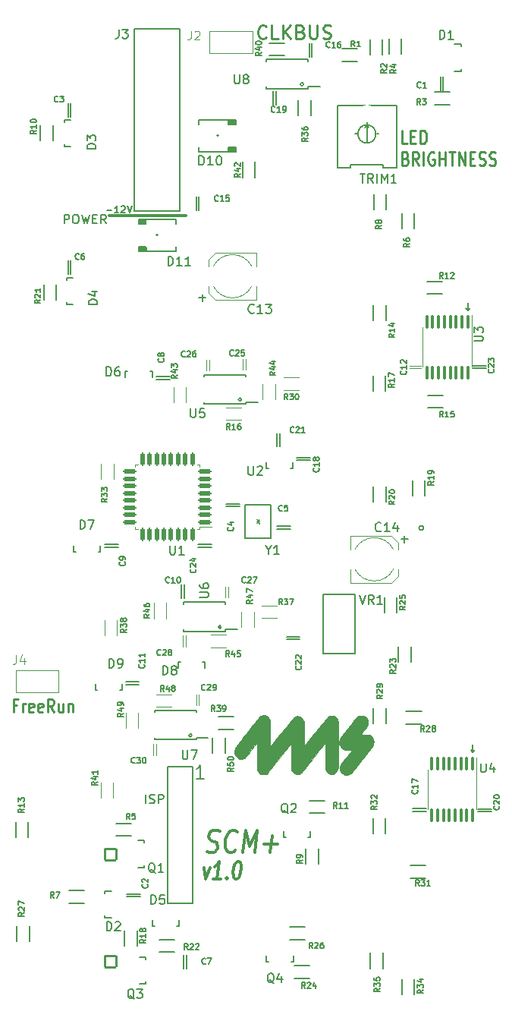
<source format=gto>
G04 #@! TF.GenerationSoftware,KiCad,Pcbnew,(6.0.5-0)*
G04 #@! TF.CreationDate,2022-07-14T17:11:11-07:00*
G04 #@! TF.ProjectId,SCMplus,53434d70-6c75-4732-9e6b-696361645f70,rev?*
G04 #@! TF.SameCoordinates,PX85b6780PY82ed558*
G04 #@! TF.FileFunction,Legend,Top*
G04 #@! TF.FilePolarity,Positive*
%FSLAX46Y46*%
G04 Gerber Fmt 4.6, Leading zero omitted, Abs format (unit mm)*
G04 Created by KiCad (PCBNEW (6.0.5-0)) date 2022-07-14 17:11:11*
%MOMM*%
%LPD*%
G01*
G04 APERTURE LIST*
G04 Aperture macros list*
%AMRoundRect*
0 Rectangle with rounded corners*
0 $1 Rounding radius*
0 $2 $3 $4 $5 $6 $7 $8 $9 X,Y pos of 4 corners*
0 Add a 4 corners polygon primitive as box body*
4,1,4,$2,$3,$4,$5,$6,$7,$8,$9,$2,$3,0*
0 Add four circle primitives for the rounded corners*
1,1,$1+$1,$2,$3*
1,1,$1+$1,$4,$5*
1,1,$1+$1,$6,$7*
1,1,$1+$1,$8,$9*
0 Add four rect primitives between the rounded corners*
20,1,$1+$1,$2,$3,$4,$5,0*
20,1,$1+$1,$4,$5,$6,$7,0*
20,1,$1+$1,$6,$7,$8,$9,0*
20,1,$1+$1,$8,$9,$2,$3,0*%
G04 Aperture macros list end*
%ADD10C,0.250000*%
%ADD11C,0.300000*%
%ADD12C,0.150000*%
%ADD13C,0.350000*%
%ADD14C,0.101600*%
%ADD15C,0.152400*%
%ADD16C,0.200000*%
%ADD17C,0.127000*%
%ADD18C,0.100000*%
%ADD19C,0.120000*%
%ADD20C,0.508000*%
%ADD21C,0.635000*%
%ADD22C,0.010000*%
%ADD23R,1.500000X1.200000*%
%ADD24R,1.500000X3.300001*%
%ADD25R,1.000000X1.000000*%
%ADD26C,1.651000*%
%ADD27R,1.150000X1.400000*%
%ADD28R,1.450000X0.450000*%
%ADD29R,0.800100X0.800100*%
%ADD30R,2.499360X1.800860*%
%ADD31RoundRect,0.100000X-0.100000X0.637500X-0.100000X-0.637500X0.100000X-0.637500X0.100000X0.637500X0*%
%ADD32R,3.000000X1.600000*%
%ADD33C,1.397000*%
%ADD34O,2.032000X1.727200*%
%ADD35RoundRect,0.125000X0.625000X0.125000X-0.625000X0.125000X-0.625000X-0.125000X0.625000X-0.125000X0*%
%ADD36RoundRect,0.125000X0.125000X0.625000X-0.125000X0.625000X-0.125000X-0.625000X0.125000X-0.625000X0*%
%ADD37C,1.930400*%
%ADD38C,1.778000*%
%ADD39RoundRect,0.127000X-0.635000X-0.635000X0.635000X-0.635000X0.635000X0.635000X-0.635000X0.635000X0*%
%ADD40C,1.803400*%
%ADD41C,2.667000*%
G04 APERTURE END LIST*
D10*
X-118986786Y43815143D02*
X-119386786Y43815143D01*
X-119386786Y43029429D02*
X-119386786Y44529429D01*
X-118815358Y44529429D01*
X-118358215Y43029429D02*
X-118358215Y44029429D01*
X-118358215Y43743715D02*
X-118301072Y43886572D01*
X-118243929Y43958000D01*
X-118129643Y44029429D01*
X-118015358Y44029429D01*
X-117158215Y43100858D02*
X-117272500Y43029429D01*
X-117501072Y43029429D01*
X-117615358Y43100858D01*
X-117672500Y43243715D01*
X-117672500Y43815143D01*
X-117615358Y43958000D01*
X-117501072Y44029429D01*
X-117272500Y44029429D01*
X-117158215Y43958000D01*
X-117101072Y43815143D01*
X-117101072Y43672286D01*
X-117672500Y43529429D01*
X-116129643Y43100858D02*
X-116243929Y43029429D01*
X-116472500Y43029429D01*
X-116586786Y43100858D01*
X-116643929Y43243715D01*
X-116643929Y43815143D01*
X-116586786Y43958000D01*
X-116472500Y44029429D01*
X-116243929Y44029429D01*
X-116129643Y43958000D01*
X-116072500Y43815143D01*
X-116072500Y43672286D01*
X-116643929Y43529429D01*
X-114872500Y43029429D02*
X-115272500Y43743715D01*
X-115558215Y43029429D02*
X-115558215Y44529429D01*
X-115101072Y44529429D01*
X-114986786Y44458000D01*
X-114929643Y44386572D01*
X-114872500Y44243715D01*
X-114872500Y44029429D01*
X-114929643Y43886572D01*
X-114986786Y43815143D01*
X-115101072Y43743715D01*
X-115558215Y43743715D01*
X-113843929Y44029429D02*
X-113843929Y43029429D01*
X-114358215Y44029429D02*
X-114358215Y43243715D01*
X-114301072Y43100858D01*
X-114186786Y43029429D01*
X-114015358Y43029429D01*
X-113901072Y43100858D01*
X-113843929Y43172286D01*
X-113272500Y44029429D02*
X-113272500Y43029429D01*
X-113272500Y43886572D02*
X-113215358Y43958000D01*
X-113101072Y44029429D01*
X-112929643Y44029429D01*
X-112815358Y43958000D01*
X-112758215Y43815143D01*
X-112758215Y43029429D01*
D11*
X-108668000Y98397000D02*
X-100116674Y98394780D01*
D12*
X-68635000Y87868000D02*
X-68392000Y88086000D01*
X-73597201Y63597000D02*
G75*
G03*
X-73597201Y63597000I-250799J0D01*
G01*
X-68638000Y87867000D02*
X-68869000Y88086000D01*
X-68096500Y38569500D02*
X-67853500Y38787500D01*
X-68099500Y39383500D02*
X-68099500Y38568500D01*
X-68099500Y38568500D02*
X-68330500Y38787500D01*
X-68638000Y88682000D02*
X-68638000Y87867000D01*
X-108970572Y99022572D02*
X-108390000Y99022572D01*
X-107628000Y98732286D02*
X-108063429Y98732286D01*
X-107845715Y98732286D02*
X-107845715Y99494286D01*
X-107918286Y99385429D01*
X-107990858Y99312858D01*
X-108063429Y99276572D01*
X-107337715Y99421715D02*
X-107301429Y99458000D01*
X-107228858Y99494286D01*
X-107047429Y99494286D01*
X-106974858Y99458000D01*
X-106938572Y99421715D01*
X-106902286Y99349143D01*
X-106902286Y99276572D01*
X-106938572Y99167715D01*
X-107374000Y98732286D01*
X-106902286Y98732286D01*
X-106684572Y99494286D02*
X-106430572Y98732286D01*
X-106176572Y99494286D01*
D10*
X-91170858Y118291286D02*
X-91242286Y118219858D01*
X-91456572Y118148429D01*
X-91599429Y118148429D01*
X-91813715Y118219858D01*
X-91956572Y118362715D01*
X-92028000Y118505572D01*
X-92099429Y118791286D01*
X-92099429Y119005572D01*
X-92028000Y119291286D01*
X-91956572Y119434143D01*
X-91813715Y119577000D01*
X-91599429Y119648429D01*
X-91456572Y119648429D01*
X-91242286Y119577000D01*
X-91170858Y119505572D01*
X-89813715Y118148429D02*
X-90528000Y118148429D01*
X-90528000Y119648429D01*
X-89313715Y118148429D02*
X-89313715Y119648429D01*
X-88456572Y118148429D02*
X-89099429Y119005572D01*
X-88456572Y119648429D02*
X-89313715Y118791286D01*
X-87313715Y118934143D02*
X-87099429Y118862715D01*
X-87028000Y118791286D01*
X-86956572Y118648429D01*
X-86956572Y118434143D01*
X-87028000Y118291286D01*
X-87099429Y118219858D01*
X-87242286Y118148429D01*
X-87813715Y118148429D01*
X-87813715Y119648429D01*
X-87313715Y119648429D01*
X-87170858Y119577000D01*
X-87099429Y119505572D01*
X-87028000Y119362715D01*
X-87028000Y119219858D01*
X-87099429Y119077000D01*
X-87170858Y119005572D01*
X-87313715Y118934143D01*
X-87813715Y118934143D01*
X-86313715Y119648429D02*
X-86313715Y118434143D01*
X-86242286Y118291286D01*
X-86170858Y118219858D01*
X-86028000Y118148429D01*
X-85742286Y118148429D01*
X-85599429Y118219858D01*
X-85528000Y118291286D01*
X-85456572Y118434143D01*
X-85456572Y119648429D01*
X-84813715Y118219858D02*
X-84599429Y118148429D01*
X-84242286Y118148429D01*
X-84099429Y118219858D01*
X-84028000Y118291286D01*
X-83956572Y118434143D01*
X-83956572Y118577000D01*
X-84028000Y118719858D01*
X-84099429Y118791286D01*
X-84242286Y118862715D01*
X-84528000Y118934143D01*
X-84670858Y119005572D01*
X-84742286Y119077000D01*
X-84813715Y119219858D01*
X-84813715Y119362715D01*
X-84742286Y119505572D01*
X-84670858Y119577000D01*
X-84528000Y119648429D01*
X-84170858Y119648429D01*
X-83956572Y119577000D01*
D13*
X-97769786Y27505096D02*
X-97498953Y27386048D01*
X-97022762Y27386048D01*
X-96817405Y27505096D01*
X-96707286Y27624143D01*
X-96582286Y27862239D01*
X-96552524Y28100334D01*
X-96618000Y28338429D01*
X-96698358Y28457477D01*
X-96873953Y28576524D01*
X-97240024Y28695572D01*
X-97415620Y28814620D01*
X-97495977Y28933667D01*
X-97561453Y29171762D01*
X-97531691Y29409858D01*
X-97406691Y29647953D01*
X-97296572Y29767000D01*
X-97091215Y29886048D01*
X-96615024Y29886048D01*
X-96344191Y29767000D01*
X-94612048Y27624143D02*
X-94722167Y27505096D01*
X-95022762Y27386048D01*
X-95213239Y27386048D01*
X-95484072Y27505096D01*
X-95644786Y27743191D01*
X-95710262Y27981286D01*
X-95745977Y28457477D01*
X-95701334Y28814620D01*
X-95546572Y29290810D01*
X-95421572Y29528905D01*
X-95201334Y29767000D01*
X-94900739Y29886048D01*
X-94710262Y29886048D01*
X-94439429Y29767000D01*
X-94359072Y29647953D01*
X-93784667Y27386048D02*
X-93472167Y29886048D01*
X-93028715Y28100334D01*
X-92138834Y29886048D01*
X-92451334Y27386048D01*
X-91379905Y28338429D02*
X-89856096Y28338429D01*
X-90737048Y27386048D02*
X-90498953Y29290810D01*
X-98137637Y25735583D02*
X-97947161Y24402250D01*
X-97423352Y25735583D01*
X-96232875Y24402250D02*
X-97090018Y24402250D01*
X-96661447Y24402250D02*
X-96411447Y26402250D01*
X-96590018Y26116535D01*
X-96756685Y25926059D01*
X-96911447Y25830821D01*
X-95566209Y24592726D02*
X-95506685Y24497488D01*
X-95590018Y24402250D01*
X-95649542Y24497488D01*
X-95566209Y24592726D01*
X-95590018Y24402250D01*
X-94340018Y26402250D02*
X-94197161Y26402250D01*
X-94066209Y26307011D01*
X-94006685Y26211773D01*
X-93959066Y26021297D01*
X-93935256Y25640345D01*
X-93994780Y25164154D01*
X-94113828Y24783202D01*
X-94209066Y24592726D01*
X-94292399Y24497488D01*
X-94447161Y24402250D01*
X-94590018Y24402250D01*
X-94720971Y24497488D01*
X-94780494Y24592726D01*
X-94828114Y24783202D01*
X-94851923Y25164154D01*
X-94792399Y25640345D01*
X-94673352Y26021297D01*
X-94578114Y26211773D01*
X-94494780Y26307011D01*
X-94340018Y26402250D01*
D12*
X-104614191Y32874620D02*
X-104614191Y33874620D01*
X-104185620Y32922239D02*
X-104042762Y32874620D01*
X-103804667Y32874620D01*
X-103709429Y32922239D01*
X-103661810Y32969858D01*
X-103614191Y33065096D01*
X-103614191Y33160334D01*
X-103661810Y33255572D01*
X-103709429Y33303191D01*
X-103804667Y33350810D01*
X-103995143Y33398429D01*
X-104090381Y33446048D01*
X-104138000Y33493667D01*
X-104185620Y33588905D01*
X-104185620Y33684143D01*
X-104138000Y33779381D01*
X-104090381Y33827000D01*
X-103995143Y33874620D01*
X-103757048Y33874620D01*
X-103614191Y33827000D01*
X-103185620Y32874620D02*
X-103185620Y33874620D01*
X-102804667Y33874620D01*
X-102709429Y33827000D01*
X-102661810Y33779381D01*
X-102614191Y33684143D01*
X-102614191Y33541286D01*
X-102661810Y33446048D01*
X-102709429Y33398429D01*
X-102804667Y33350810D01*
X-103185620Y33350810D01*
X-113707524Y97554620D02*
X-113707524Y98554620D01*
X-113326572Y98554620D01*
X-113231334Y98507000D01*
X-113183715Y98459381D01*
X-113136096Y98364143D01*
X-113136096Y98221286D01*
X-113183715Y98126048D01*
X-113231334Y98078429D01*
X-113326572Y98030810D01*
X-113707524Y98030810D01*
X-112517048Y98554620D02*
X-112326572Y98554620D01*
X-112231334Y98507000D01*
X-112136096Y98411762D01*
X-112088477Y98221286D01*
X-112088477Y97887953D01*
X-112136096Y97697477D01*
X-112231334Y97602239D01*
X-112326572Y97554620D01*
X-112517048Y97554620D01*
X-112612286Y97602239D01*
X-112707524Y97697477D01*
X-112755143Y97887953D01*
X-112755143Y98221286D01*
X-112707524Y98411762D01*
X-112612286Y98507000D01*
X-112517048Y98554620D01*
X-111755143Y98554620D02*
X-111517048Y97554620D01*
X-111326572Y98268905D01*
X-111136096Y97554620D01*
X-110898000Y98554620D01*
X-110517048Y98078429D02*
X-110183715Y98078429D01*
X-110040858Y97554620D02*
X-110517048Y97554620D01*
X-110517048Y98554620D01*
X-110040858Y98554620D01*
X-109040858Y97554620D02*
X-109374191Y98030810D01*
X-109612286Y97554620D02*
X-109612286Y98554620D01*
X-109231334Y98554620D01*
X-109136096Y98507000D01*
X-109088477Y98459381D01*
X-109040858Y98364143D01*
X-109040858Y98221286D01*
X-109088477Y98126048D01*
X-109136096Y98078429D01*
X-109231334Y98030810D01*
X-109612286Y98030810D01*
D10*
X-75446774Y106446905D02*
X-76018202Y106446905D01*
X-76018202Y107946905D01*
X-75046774Y107232619D02*
X-74646774Y107232619D01*
X-74475345Y106446905D02*
X-75046774Y106446905D01*
X-75046774Y107946905D01*
X-74475345Y107946905D01*
X-73961059Y106446905D02*
X-73961059Y107946905D01*
X-73675345Y107946905D01*
X-73503916Y107875476D01*
X-73389631Y107732619D01*
X-73332488Y107589762D01*
X-73275345Y107304048D01*
X-73275345Y107089762D01*
X-73332488Y106804048D01*
X-73389631Y106661191D01*
X-73503916Y106518334D01*
X-73675345Y106446905D01*
X-73961059Y106446905D01*
X-75618202Y104817619D02*
X-75446774Y104746191D01*
X-75389631Y104674762D01*
X-75332488Y104531905D01*
X-75332488Y104317619D01*
X-75389631Y104174762D01*
X-75446774Y104103334D01*
X-75561059Y104031905D01*
X-76018202Y104031905D01*
X-76018202Y105531905D01*
X-75618202Y105531905D01*
X-75503916Y105460476D01*
X-75446774Y105389048D01*
X-75389631Y105246191D01*
X-75389631Y105103334D01*
X-75446774Y104960476D01*
X-75503916Y104889048D01*
X-75618202Y104817619D01*
X-76018202Y104817619D01*
X-74132488Y104031905D02*
X-74532488Y104746191D01*
X-74818202Y104031905D02*
X-74818202Y105531905D01*
X-74361059Y105531905D01*
X-74246774Y105460476D01*
X-74189631Y105389048D01*
X-74132488Y105246191D01*
X-74132488Y105031905D01*
X-74189631Y104889048D01*
X-74246774Y104817619D01*
X-74361059Y104746191D01*
X-74818202Y104746191D01*
X-73618202Y104031905D02*
X-73618202Y105531905D01*
X-72418202Y105460476D02*
X-72532488Y105531905D01*
X-72703916Y105531905D01*
X-72875345Y105460476D01*
X-72989631Y105317619D01*
X-73046774Y105174762D01*
X-73103916Y104889048D01*
X-73103916Y104674762D01*
X-73046774Y104389048D01*
X-72989631Y104246191D01*
X-72875345Y104103334D01*
X-72703916Y104031905D01*
X-72589631Y104031905D01*
X-72418202Y104103334D01*
X-72361059Y104174762D01*
X-72361059Y104674762D01*
X-72589631Y104674762D01*
X-71846774Y104031905D02*
X-71846774Y105531905D01*
X-71846774Y104817619D02*
X-71161059Y104817619D01*
X-71161059Y104031905D02*
X-71161059Y105531905D01*
X-70761059Y105531905D02*
X-70075345Y105531905D01*
X-70418202Y104031905D02*
X-70418202Y105531905D01*
X-69675345Y104031905D02*
X-69675345Y105531905D01*
X-68989631Y104031905D01*
X-68989631Y105531905D01*
X-68418202Y104817619D02*
X-68018202Y104817619D01*
X-67846774Y104031905D02*
X-68418202Y104031905D01*
X-68418202Y105531905D01*
X-67846774Y105531905D01*
X-67389631Y104103334D02*
X-67218202Y104031905D01*
X-66932488Y104031905D01*
X-66818202Y104103334D01*
X-66761059Y104174762D01*
X-66703916Y104317619D01*
X-66703916Y104460476D01*
X-66761059Y104603334D01*
X-66818202Y104674762D01*
X-66932488Y104746191D01*
X-67161059Y104817619D01*
X-67275345Y104889048D01*
X-67332488Y104960476D01*
X-67389631Y105103334D01*
X-67389631Y105246191D01*
X-67332488Y105389048D01*
X-67275345Y105460476D01*
X-67161059Y105531905D01*
X-66875345Y105531905D01*
X-66703916Y105460476D01*
X-66246774Y104103334D02*
X-66075345Y104031905D01*
X-65789631Y104031905D01*
X-65675345Y104103334D01*
X-65618202Y104174762D01*
X-65561059Y104317619D01*
X-65561059Y104460476D01*
X-65618202Y104603334D01*
X-65675345Y104674762D01*
X-65789631Y104746191D01*
X-66018202Y104817619D01*
X-66132488Y104889048D01*
X-66189631Y104960476D01*
X-66246774Y105103334D01*
X-66246774Y105246191D01*
X-66189631Y105389048D01*
X-66132488Y105460476D01*
X-66018202Y105531905D01*
X-65732488Y105531905D01*
X-65561059Y105460476D01*
D12*
X-80705576Y56125818D02*
X-80372243Y55125818D01*
X-80038910Y56125818D01*
X-79134148Y55125818D02*
X-79467481Y55602008D01*
X-79705576Y55125818D02*
X-79705576Y56125818D01*
X-79324624Y56125818D01*
X-79229386Y56078198D01*
X-79181767Y56030579D01*
X-79134148Y55935341D01*
X-79134148Y55792484D01*
X-79181767Y55697246D01*
X-79229386Y55649627D01*
X-79324624Y55602008D01*
X-79705576Y55602008D01*
X-78181767Y55125818D02*
X-78753195Y55125818D01*
X-78467481Y55125818D02*
X-78467481Y56125818D01*
X-78562719Y55982960D01*
X-78657957Y55887722D01*
X-78753195Y55840103D01*
X-76851953Y79669143D02*
X-77161477Y79452477D01*
X-76851953Y79297715D02*
X-77501953Y79297715D01*
X-77501953Y79545334D01*
X-77471000Y79607239D01*
X-77440048Y79638191D01*
X-77378143Y79669143D01*
X-77285286Y79669143D01*
X-77223381Y79638191D01*
X-77192429Y79607239D01*
X-77161477Y79545334D01*
X-77161477Y79297715D01*
X-76851953Y80288191D02*
X-76851953Y79916762D01*
X-76851953Y80102477D02*
X-77501953Y80102477D01*
X-77409096Y80040572D01*
X-77347191Y79978667D01*
X-77316239Y79916762D01*
X-77501953Y80504858D02*
X-77501953Y80938191D01*
X-76851953Y80659620D01*
X-85315858Y70259143D02*
X-85284905Y70228191D01*
X-85253953Y70135334D01*
X-85253953Y70073429D01*
X-85284905Y69980572D01*
X-85346810Y69918667D01*
X-85408715Y69887715D01*
X-85532524Y69856762D01*
X-85625381Y69856762D01*
X-85749191Y69887715D01*
X-85811096Y69918667D01*
X-85873000Y69980572D01*
X-85903953Y70073429D01*
X-85903953Y70135334D01*
X-85873000Y70228191D01*
X-85842048Y70259143D01*
X-85253953Y70878191D02*
X-85253953Y70506762D01*
X-85253953Y70692477D02*
X-85903953Y70692477D01*
X-85811096Y70630572D01*
X-85749191Y70568667D01*
X-85718239Y70506762D01*
X-85625381Y71249620D02*
X-85656334Y71187715D01*
X-85687286Y71156762D01*
X-85749191Y71125810D01*
X-85780143Y71125810D01*
X-85842048Y71156762D01*
X-85873000Y71187715D01*
X-85903953Y71249620D01*
X-85903953Y71373429D01*
X-85873000Y71435334D01*
X-85842048Y71466286D01*
X-85780143Y71497239D01*
X-85749191Y71497239D01*
X-85687286Y71466286D01*
X-85656334Y71435334D01*
X-85625381Y71373429D01*
X-85625381Y71249620D01*
X-85594429Y71187715D01*
X-85563477Y71156762D01*
X-85501572Y71125810D01*
X-85377762Y71125810D01*
X-85315858Y71156762D01*
X-85284905Y71187715D01*
X-85253953Y71249620D01*
X-85253953Y71373429D01*
X-85284905Y71435334D01*
X-85315858Y71466286D01*
X-85377762Y71497239D01*
X-85501572Y71497239D01*
X-85563477Y71466286D01*
X-85594429Y71435334D01*
X-85625381Y71373429D01*
X-99065858Y59009143D02*
X-99034905Y58978191D01*
X-99003953Y58885334D01*
X-99003953Y58823429D01*
X-99034905Y58730572D01*
X-99096810Y58668667D01*
X-99158715Y58637715D01*
X-99282524Y58606762D01*
X-99375381Y58606762D01*
X-99499191Y58637715D01*
X-99561096Y58668667D01*
X-99623000Y58730572D01*
X-99653953Y58823429D01*
X-99653953Y58885334D01*
X-99623000Y58978191D01*
X-99592048Y59009143D01*
X-99592048Y59256762D02*
X-99623000Y59287715D01*
X-99653953Y59349620D01*
X-99653953Y59504381D01*
X-99623000Y59566286D01*
X-99592048Y59597239D01*
X-99530143Y59628191D01*
X-99468239Y59628191D01*
X-99375381Y59597239D01*
X-99003953Y59225810D01*
X-99003953Y59628191D01*
X-99437286Y60185334D02*
X-99003953Y60185334D01*
X-99684905Y60030572D02*
X-99220620Y59875810D01*
X-99220620Y60278191D01*
D14*
X-119063973Y49413260D02*
X-119063973Y48698974D01*
X-119111592Y48556117D01*
X-119206830Y48460879D01*
X-119349687Y48413260D01*
X-119444925Y48413260D01*
X-118159211Y49079926D02*
X-118159211Y48413260D01*
X-118397306Y49460879D02*
X-118635401Y48746593D01*
X-118016354Y48746593D01*
D12*
X-107606691Y119194620D02*
X-107606691Y118480334D01*
X-107654310Y118337477D01*
X-107749548Y118242239D01*
X-107892405Y118194620D01*
X-107987643Y118194620D01*
X-107225739Y119194620D02*
X-106606691Y119194620D01*
X-106940024Y118813667D01*
X-106797167Y118813667D01*
X-106701929Y118766048D01*
X-106654310Y118718429D01*
X-106606691Y118623191D01*
X-106606691Y118385096D01*
X-106654310Y118289858D01*
X-106701929Y118242239D01*
X-106797167Y118194620D01*
X-107082881Y118194620D01*
X-107178120Y118242239D01*
X-107225739Y118289858D01*
X-74315858Y34339143D02*
X-74284905Y34308191D01*
X-74253953Y34215334D01*
X-74253953Y34153429D01*
X-74284905Y34060572D01*
X-74346810Y33998667D01*
X-74408715Y33967715D01*
X-74532524Y33936762D01*
X-74625381Y33936762D01*
X-74749191Y33967715D01*
X-74811096Y33998667D01*
X-74873000Y34060572D01*
X-74903953Y34153429D01*
X-74903953Y34215334D01*
X-74873000Y34308191D01*
X-74842048Y34339143D01*
X-74253953Y34958191D02*
X-74253953Y34586762D01*
X-74253953Y34772477D02*
X-74903953Y34772477D01*
X-74811096Y34710572D01*
X-74749191Y34648667D01*
X-74718239Y34586762D01*
X-74903953Y35174858D02*
X-74903953Y35608191D01*
X-74253953Y35329620D01*
X-90907705Y61127394D02*
X-90907705Y60651204D01*
X-91241038Y61651204D02*
X-90907705Y61127394D01*
X-90574372Y61651204D01*
X-89717229Y60651204D02*
X-90288657Y60651204D01*
X-90002943Y60651204D02*
X-90002943Y61651204D01*
X-90098181Y61508346D01*
X-90193419Y61413108D01*
X-90288657Y61365489D01*
X-71427978Y91439457D02*
X-71644644Y91748981D01*
X-71799406Y91439457D02*
X-71799406Y92089457D01*
X-71551787Y92089457D01*
X-71489882Y92058504D01*
X-71458930Y92027552D01*
X-71427978Y91965647D01*
X-71427978Y91872790D01*
X-71458930Y91810885D01*
X-71489882Y91779933D01*
X-71551787Y91748981D01*
X-71799406Y91748981D01*
X-70808930Y91439457D02*
X-71180359Y91439457D01*
X-70994644Y91439457D02*
X-70994644Y92089457D01*
X-71056549Y91996600D01*
X-71118454Y91934695D01*
X-71180359Y91903743D01*
X-70561311Y92027552D02*
X-70530359Y92058504D01*
X-70468454Y92089457D01*
X-70313692Y92089457D01*
X-70251787Y92058504D01*
X-70220835Y92027552D01*
X-70189882Y91965647D01*
X-70189882Y91903743D01*
X-70220835Y91810885D01*
X-70592263Y91439457D01*
X-70189882Y91439457D01*
X-100505905Y38786620D02*
X-100505905Y37977096D01*
X-100458286Y37881858D01*
X-100410667Y37834239D01*
X-100315429Y37786620D01*
X-100124953Y37786620D01*
X-100029715Y37834239D01*
X-99982096Y37881858D01*
X-99934477Y37977096D01*
X-99934477Y38786620D01*
X-99553524Y38786620D02*
X-98886858Y38786620D01*
X-99315429Y37786620D01*
X-73629321Y12072823D02*
X-73938845Y11856157D01*
X-73629321Y11701395D02*
X-74279321Y11701395D01*
X-74279321Y11949014D01*
X-74248368Y12010919D01*
X-74217416Y12041871D01*
X-74155511Y12072823D01*
X-74062654Y12072823D01*
X-74000749Y12041871D01*
X-73969797Y12010919D01*
X-73938845Y11949014D01*
X-73938845Y11701395D01*
X-74279321Y12289490D02*
X-74279321Y12691871D01*
X-74031702Y12475204D01*
X-74031702Y12568061D01*
X-74000749Y12629966D01*
X-73969797Y12660919D01*
X-73907892Y12691871D01*
X-73753130Y12691871D01*
X-73691226Y12660919D01*
X-73660273Y12629966D01*
X-73629321Y12568061D01*
X-73629321Y12382347D01*
X-73660273Y12320442D01*
X-73691226Y12289490D01*
X-74062654Y13249014D02*
X-73629321Y13249014D01*
X-74310273Y13094252D02*
X-73845988Y12939490D01*
X-73845988Y13341871D01*
X-116346025Y89051079D02*
X-116655549Y88834413D01*
X-116346025Y88679651D02*
X-116996025Y88679651D01*
X-116996025Y88927270D01*
X-116965072Y88989175D01*
X-116934120Y89020127D01*
X-116872215Y89051079D01*
X-116779358Y89051079D01*
X-116717453Y89020127D01*
X-116686501Y88989175D01*
X-116655549Y88927270D01*
X-116655549Y88679651D01*
X-116934120Y89298698D02*
X-116965072Y89329651D01*
X-116996025Y89391556D01*
X-116996025Y89546317D01*
X-116965072Y89608222D01*
X-116934120Y89639175D01*
X-116872215Y89670127D01*
X-116810311Y89670127D01*
X-116717453Y89639175D01*
X-116346025Y89267746D01*
X-116346025Y89670127D01*
X-116346025Y90289175D02*
X-116346025Y89917746D01*
X-116346025Y90103460D02*
X-116996025Y90103460D01*
X-116903168Y90041556D01*
X-116841263Y89979651D01*
X-116810311Y89917746D01*
X-94064129Y103095247D02*
X-94373653Y102878581D01*
X-94064129Y102723819D02*
X-94714129Y102723819D01*
X-94714129Y102971438D01*
X-94683176Y103033343D01*
X-94652224Y103064295D01*
X-94590319Y103095247D01*
X-94497462Y103095247D01*
X-94435557Y103064295D01*
X-94404605Y103033343D01*
X-94373653Y102971438D01*
X-94373653Y102723819D01*
X-94497462Y103652390D02*
X-94064129Y103652390D01*
X-94745081Y103497628D02*
X-94280796Y103342866D01*
X-94280796Y103745247D01*
X-94652224Y103961914D02*
X-94683176Y103992866D01*
X-94714129Y104054771D01*
X-94714129Y104209533D01*
X-94683176Y104271438D01*
X-94652224Y104302390D01*
X-94590319Y104333343D01*
X-94528415Y104333343D01*
X-94435557Y104302390D01*
X-94064129Y103930962D01*
X-94064129Y104333343D01*
X-89364822Y65540850D02*
X-89395774Y65509897D01*
X-89488631Y65478945D01*
X-89550536Y65478945D01*
X-89643393Y65509897D01*
X-89705298Y65571802D01*
X-89736250Y65633707D01*
X-89767203Y65757516D01*
X-89767203Y65850373D01*
X-89736250Y65974183D01*
X-89705298Y66036088D01*
X-89643393Y66097992D01*
X-89550536Y66128945D01*
X-89488631Y66128945D01*
X-89395774Y66097992D01*
X-89364822Y66067040D01*
X-88776727Y66128945D02*
X-89086250Y66128945D01*
X-89117203Y65819421D01*
X-89086250Y65850373D01*
X-89024346Y65881326D01*
X-88869584Y65881326D01*
X-88807679Y65850373D01*
X-88776727Y65819421D01*
X-88745774Y65757516D01*
X-88745774Y65602754D01*
X-88776727Y65540850D01*
X-88807679Y65509897D01*
X-88869584Y65478945D01*
X-89024346Y65478945D01*
X-89086250Y65509897D01*
X-89117203Y65540850D01*
X-99895858Y16572953D02*
X-100112524Y16882477D01*
X-100267286Y16572953D02*
X-100267286Y17222953D01*
X-100019667Y17222953D01*
X-99957762Y17192000D01*
X-99926810Y17161048D01*
X-99895858Y17099143D01*
X-99895858Y17006286D01*
X-99926810Y16944381D01*
X-99957762Y16913429D01*
X-100019667Y16882477D01*
X-100267286Y16882477D01*
X-99648239Y17161048D02*
X-99617286Y17192000D01*
X-99555381Y17222953D01*
X-99400620Y17222953D01*
X-99338715Y17192000D01*
X-99307762Y17161048D01*
X-99276810Y17099143D01*
X-99276810Y17037239D01*
X-99307762Y16944381D01*
X-99679191Y16572953D01*
X-99276810Y16572953D01*
X-99029191Y17161048D02*
X-98998239Y17192000D01*
X-98936334Y17222953D01*
X-98781572Y17222953D01*
X-98719667Y17192000D01*
X-98688715Y17161048D01*
X-98657762Y17099143D01*
X-98657762Y17037239D01*
X-98688715Y16944381D01*
X-99060143Y16572953D01*
X-98657762Y16572953D01*
X-104173953Y53949143D02*
X-104483477Y53732477D01*
X-104173953Y53577715D02*
X-104823953Y53577715D01*
X-104823953Y53825334D01*
X-104793000Y53887239D01*
X-104762048Y53918191D01*
X-104700143Y53949143D01*
X-104607286Y53949143D01*
X-104545381Y53918191D01*
X-104514429Y53887239D01*
X-104483477Y53825334D01*
X-104483477Y53577715D01*
X-104607286Y54506286D02*
X-104173953Y54506286D01*
X-104854905Y54351524D02*
X-104390620Y54196762D01*
X-104390620Y54599143D01*
X-104823953Y55125334D02*
X-104823953Y55001524D01*
X-104793000Y54939620D01*
X-104762048Y54908667D01*
X-104669191Y54846762D01*
X-104545381Y54815810D01*
X-104297762Y54815810D01*
X-104235858Y54846762D01*
X-104204905Y54877715D01*
X-104173953Y54939620D01*
X-104173953Y55063429D01*
X-104204905Y55125334D01*
X-104235858Y55156286D01*
X-104297762Y55187239D01*
X-104452524Y55187239D01*
X-104514429Y55156286D01*
X-104545381Y55125334D01*
X-104576334Y55063429D01*
X-104576334Y54939620D01*
X-104545381Y54877715D01*
X-104514429Y54846762D01*
X-104452524Y54815810D01*
X-73505858Y40888441D02*
X-73722524Y41197965D01*
X-73877286Y40888441D02*
X-73877286Y41538441D01*
X-73629667Y41538441D01*
X-73567762Y41507488D01*
X-73536810Y41476536D01*
X-73505858Y41414631D01*
X-73505858Y41321774D01*
X-73536810Y41259869D01*
X-73567762Y41228917D01*
X-73629667Y41197965D01*
X-73877286Y41197965D01*
X-73258239Y41476536D02*
X-73227286Y41507488D01*
X-73165381Y41538441D01*
X-73010620Y41538441D01*
X-72948715Y41507488D01*
X-72917762Y41476536D01*
X-72886810Y41414631D01*
X-72886810Y41352727D01*
X-72917762Y41259869D01*
X-73289191Y40888441D01*
X-72886810Y40888441D01*
X-72515381Y41259869D02*
X-72577286Y41290822D01*
X-72608239Y41321774D01*
X-72639191Y41383679D01*
X-72639191Y41414631D01*
X-72608239Y41476536D01*
X-72577286Y41507488D01*
X-72515381Y41538441D01*
X-72391572Y41538441D01*
X-72329667Y41507488D01*
X-72298715Y41476536D01*
X-72267762Y41414631D01*
X-72267762Y41383679D01*
X-72298715Y41321774D01*
X-72329667Y41290822D01*
X-72391572Y41259869D01*
X-72515381Y41259869D01*
X-72577286Y41228917D01*
X-72608239Y41197965D01*
X-72639191Y41136060D01*
X-72639191Y41012250D01*
X-72608239Y40950346D01*
X-72577286Y40919393D01*
X-72515381Y40888441D01*
X-72391572Y40888441D01*
X-72329667Y40919393D01*
X-72298715Y40950346D01*
X-72267762Y41012250D01*
X-72267762Y41136060D01*
X-72298715Y41197965D01*
X-72329667Y41228917D01*
X-72391572Y41259869D01*
X-106773953Y52289143D02*
X-107083477Y52072477D01*
X-106773953Y51917715D02*
X-107423953Y51917715D01*
X-107423953Y52165334D01*
X-107393000Y52227239D01*
X-107362048Y52258191D01*
X-107300143Y52289143D01*
X-107207286Y52289143D01*
X-107145381Y52258191D01*
X-107114429Y52227239D01*
X-107083477Y52165334D01*
X-107083477Y51917715D01*
X-107423953Y52505810D02*
X-107423953Y52908191D01*
X-107176334Y52691524D01*
X-107176334Y52784381D01*
X-107145381Y52846286D01*
X-107114429Y52877239D01*
X-107052524Y52908191D01*
X-106897762Y52908191D01*
X-106835858Y52877239D01*
X-106804905Y52846286D01*
X-106773953Y52784381D01*
X-106773953Y52598667D01*
X-106804905Y52536762D01*
X-106835858Y52505810D01*
X-107145381Y53279620D02*
X-107176334Y53217715D01*
X-107207286Y53186762D01*
X-107269191Y53155810D01*
X-107300143Y53155810D01*
X-107362048Y53186762D01*
X-107393000Y53217715D01*
X-107423953Y53279620D01*
X-107423953Y53403429D01*
X-107393000Y53465334D01*
X-107362048Y53496286D01*
X-107300143Y53527239D01*
X-107269191Y53527239D01*
X-107207286Y53496286D01*
X-107176334Y53465334D01*
X-107145381Y53403429D01*
X-107145381Y53279620D01*
X-107114429Y53217715D01*
X-107083477Y53186762D01*
X-107021572Y53155810D01*
X-106897762Y53155810D01*
X-106835858Y53186762D01*
X-106804905Y53217715D01*
X-106773953Y53279620D01*
X-106773953Y53403429D01*
X-106804905Y53465334D01*
X-106835858Y53496286D01*
X-106897762Y53527239D01*
X-107021572Y53527239D01*
X-107083477Y53496286D01*
X-107114429Y53465334D01*
X-107145381Y53403429D01*
X-109995620Y88508905D02*
X-110995620Y88508905D01*
X-110995620Y88747000D01*
X-110948000Y88889858D01*
X-110852762Y88985096D01*
X-110757524Y89032715D01*
X-110567048Y89080334D01*
X-110424191Y89080334D01*
X-110233715Y89032715D01*
X-110138477Y88985096D01*
X-110043239Y88889858D01*
X-109995620Y88747000D01*
X-109995620Y88508905D01*
X-110662286Y89937477D02*
X-109995620Y89937477D01*
X-111043239Y89699381D02*
X-110328953Y89461286D01*
X-110328953Y90080334D01*
X-95271858Y49243953D02*
X-95488524Y49553477D01*
X-95643286Y49243953D02*
X-95643286Y49893953D01*
X-95395667Y49893953D01*
X-95333762Y49863000D01*
X-95302810Y49832048D01*
X-95271858Y49770143D01*
X-95271858Y49677286D01*
X-95302810Y49615381D01*
X-95333762Y49584429D01*
X-95395667Y49553477D01*
X-95643286Y49553477D01*
X-94714715Y49677286D02*
X-94714715Y49243953D01*
X-94869477Y49924905D02*
X-95024239Y49460620D01*
X-94621858Y49460620D01*
X-94064715Y49893953D02*
X-94374239Y49893953D01*
X-94405191Y49584429D01*
X-94374239Y49615381D01*
X-94312334Y49646334D01*
X-94157572Y49646334D01*
X-94095667Y49615381D01*
X-94064715Y49584429D01*
X-94033762Y49522524D01*
X-94033762Y49367762D01*
X-94064715Y49305858D01*
X-94095667Y49274905D01*
X-94157572Y49243953D01*
X-94312334Y49243953D01*
X-94374239Y49274905D01*
X-94405191Y49305858D01*
X-90283239Y12819381D02*
X-90378477Y12867000D01*
X-90473715Y12962239D01*
X-90616572Y13105096D01*
X-90711810Y13152715D01*
X-90807048Y13152715D01*
X-90759429Y12914620D02*
X-90854667Y12962239D01*
X-90949905Y13057477D01*
X-90997524Y13247953D01*
X-90997524Y13581286D01*
X-90949905Y13771762D01*
X-90854667Y13867000D01*
X-90759429Y13914620D01*
X-90568953Y13914620D01*
X-90473715Y13867000D01*
X-90378477Y13771762D01*
X-90330858Y13581286D01*
X-90330858Y13247953D01*
X-90378477Y13057477D01*
X-90473715Y12962239D01*
X-90568953Y12914620D01*
X-90759429Y12914620D01*
X-89473715Y13581286D02*
X-89473715Y12914620D01*
X-89711810Y13962239D02*
X-89949905Y13247953D01*
X-89330858Y13247953D01*
X-78289713Y97341283D02*
X-78599237Y97124616D01*
X-78289713Y96969855D02*
X-78939713Y96969855D01*
X-78939713Y97217474D01*
X-78908760Y97279378D01*
X-78877808Y97310331D01*
X-78815903Y97341283D01*
X-78723046Y97341283D01*
X-78661141Y97310331D01*
X-78630189Y97279378D01*
X-78599237Y97217474D01*
X-78599237Y96969855D01*
X-78661141Y97712712D02*
X-78692094Y97650807D01*
X-78723046Y97619855D01*
X-78784951Y97588902D01*
X-78815903Y97588902D01*
X-78877808Y97619855D01*
X-78908760Y97650807D01*
X-78939713Y97712712D01*
X-78939713Y97836521D01*
X-78908760Y97898426D01*
X-78877808Y97929378D01*
X-78815903Y97960331D01*
X-78784951Y97960331D01*
X-78723046Y97929378D01*
X-78692094Y97898426D01*
X-78661141Y97836521D01*
X-78661141Y97712712D01*
X-78630189Y97650807D01*
X-78599237Y97619855D01*
X-78537332Y97588902D01*
X-78413522Y97588902D01*
X-78351618Y97619855D01*
X-78320665Y97650807D01*
X-78289713Y97712712D01*
X-78289713Y97836521D01*
X-78320665Y97898426D01*
X-78351618Y97929378D01*
X-78413522Y97960331D01*
X-78537332Y97960331D01*
X-78599237Y97929378D01*
X-78630189Y97898426D01*
X-78661141Y97836521D01*
X-88723239Y31759381D02*
X-88818477Y31807000D01*
X-88913715Y31902239D01*
X-89056572Y32045096D01*
X-89151810Y32092715D01*
X-89247048Y32092715D01*
X-89199429Y31854620D02*
X-89294667Y31902239D01*
X-89389905Y31997477D01*
X-89437524Y32187953D01*
X-89437524Y32521286D01*
X-89389905Y32711762D01*
X-89294667Y32807000D01*
X-89199429Y32854620D01*
X-89008953Y32854620D01*
X-88913715Y32807000D01*
X-88818477Y32711762D01*
X-88770858Y32521286D01*
X-88770858Y32187953D01*
X-88818477Y31997477D01*
X-88913715Y31902239D01*
X-89008953Y31854620D01*
X-89199429Y31854620D01*
X-88389905Y32759381D02*
X-88342286Y32807000D01*
X-88247048Y32854620D01*
X-88008953Y32854620D01*
X-87913715Y32807000D01*
X-87866096Y32759381D01*
X-87818477Y32664143D01*
X-87818477Y32568905D01*
X-87866096Y32426048D01*
X-88437524Y31854620D01*
X-87818477Y31854620D01*
X-104006096Y21654620D02*
X-104006096Y22654620D01*
X-103768000Y22654620D01*
X-103625143Y22607000D01*
X-103529905Y22511762D01*
X-103482286Y22416524D01*
X-103434667Y22226048D01*
X-103434667Y22083191D01*
X-103482286Y21892715D01*
X-103529905Y21797477D01*
X-103625143Y21702239D01*
X-103768000Y21654620D01*
X-104006096Y21654620D01*
X-102529905Y22654620D02*
X-103006096Y22654620D01*
X-103053715Y22178429D01*
X-103006096Y22226048D01*
X-102910858Y22273667D01*
X-102672762Y22273667D01*
X-102577524Y22226048D01*
X-102529905Y22178429D01*
X-102482286Y22083191D01*
X-102482286Y21845096D01*
X-102529905Y21749858D01*
X-102577524Y21702239D01*
X-102672762Y21654620D01*
X-102910858Y21654620D01*
X-103006096Y21702239D01*
X-103053715Y21749858D01*
X-104795858Y48359143D02*
X-104764905Y48328191D01*
X-104733953Y48235334D01*
X-104733953Y48173429D01*
X-104764905Y48080572D01*
X-104826810Y48018667D01*
X-104888715Y47987715D01*
X-105012524Y47956762D01*
X-105105381Y47956762D01*
X-105229191Y47987715D01*
X-105291096Y48018667D01*
X-105353000Y48080572D01*
X-105383953Y48173429D01*
X-105383953Y48235334D01*
X-105353000Y48328191D01*
X-105322048Y48359143D01*
X-104733953Y48978191D02*
X-104733953Y48606762D01*
X-104733953Y48792477D02*
X-105383953Y48792477D01*
X-105291096Y48730572D01*
X-105229191Y48668667D01*
X-105198239Y48606762D01*
X-104733953Y49597239D02*
X-104733953Y49225810D01*
X-104733953Y49411524D02*
X-105383953Y49411524D01*
X-105291096Y49349620D01*
X-105229191Y49287715D01*
X-105198239Y49225810D01*
X-93149905Y70484620D02*
X-93149905Y69675096D01*
X-93102286Y69579858D01*
X-93054667Y69532239D01*
X-92959429Y69484620D01*
X-92768953Y69484620D01*
X-92673715Y69532239D01*
X-92626096Y69579858D01*
X-92578477Y69675096D01*
X-92578477Y70484620D01*
X-92149905Y70389381D02*
X-92102286Y70437000D01*
X-92007048Y70484620D01*
X-91768953Y70484620D01*
X-91673715Y70437000D01*
X-91626096Y70389381D01*
X-91578477Y70294143D01*
X-91578477Y70198905D01*
X-91626096Y70056048D01*
X-92197524Y69484620D01*
X-91578477Y69484620D01*
X-76706857Y47779551D02*
X-77016381Y47562885D01*
X-76706857Y47408123D02*
X-77356857Y47408123D01*
X-77356857Y47655742D01*
X-77325904Y47717647D01*
X-77294952Y47748599D01*
X-77233047Y47779551D01*
X-77140190Y47779551D01*
X-77078285Y47748599D01*
X-77047333Y47717647D01*
X-77016381Y47655742D01*
X-77016381Y47408123D01*
X-77294952Y48027170D02*
X-77325904Y48058123D01*
X-77356857Y48120028D01*
X-77356857Y48274789D01*
X-77325904Y48336694D01*
X-77294952Y48367647D01*
X-77233047Y48398599D01*
X-77171143Y48398599D01*
X-77078285Y48367647D01*
X-76706857Y47996218D01*
X-76706857Y48398599D01*
X-77356857Y48615266D02*
X-77356857Y49017647D01*
X-77109238Y48800980D01*
X-77109238Y48893837D01*
X-77078285Y48955742D01*
X-77047333Y48986694D01*
X-76985428Y49017647D01*
X-76830666Y49017647D01*
X-76768762Y48986694D01*
X-76737809Y48955742D01*
X-76706857Y48893837D01*
X-76706857Y48708123D01*
X-76737809Y48646218D01*
X-76768762Y48615266D01*
D15*
X-102117659Y92857925D02*
X-102117659Y93873925D01*
X-101875754Y93873925D01*
X-101730611Y93825544D01*
X-101633849Y93728783D01*
X-101585468Y93632021D01*
X-101537087Y93438497D01*
X-101537087Y93293354D01*
X-101585468Y93099830D01*
X-101633849Y93003068D01*
X-101730611Y92906306D01*
X-101875754Y92857925D01*
X-102117659Y92857925D01*
X-100569468Y92857925D02*
X-101150040Y92857925D01*
X-100859754Y92857925D02*
X-100859754Y93873925D01*
X-100956516Y93728783D01*
X-101053278Y93632021D01*
X-101150040Y93583640D01*
X-99601849Y92857925D02*
X-100182421Y92857925D01*
X-99892135Y92857925D02*
X-99892135Y93873925D01*
X-99988897Y93728783D01*
X-100085659Y93632021D01*
X-100182421Y93583640D01*
D12*
X-78453953Y12239143D02*
X-78763477Y12022477D01*
X-78453953Y11867715D02*
X-79103953Y11867715D01*
X-79103953Y12115334D01*
X-79073000Y12177239D01*
X-79042048Y12208191D01*
X-78980143Y12239143D01*
X-78887286Y12239143D01*
X-78825381Y12208191D01*
X-78794429Y12177239D01*
X-78763477Y12115334D01*
X-78763477Y11867715D01*
X-79103953Y12455810D02*
X-79103953Y12858191D01*
X-78856334Y12641524D01*
X-78856334Y12734381D01*
X-78825381Y12796286D01*
X-78794429Y12827239D01*
X-78732524Y12858191D01*
X-78577762Y12858191D01*
X-78515858Y12827239D01*
X-78484905Y12796286D01*
X-78453953Y12734381D01*
X-78453953Y12548667D01*
X-78484905Y12486762D01*
X-78515858Y12455810D01*
X-79103953Y13446286D02*
X-79103953Y13136762D01*
X-78794429Y13105810D01*
X-78825381Y13136762D01*
X-78856334Y13198667D01*
X-78856334Y13353429D01*
X-78825381Y13415334D01*
X-78794429Y13446286D01*
X-78732524Y13477239D01*
X-78577762Y13477239D01*
X-78515858Y13446286D01*
X-78484905Y13415334D01*
X-78453953Y13353429D01*
X-78453953Y13198667D01*
X-78484905Y13136762D01*
X-78515858Y13105810D01*
X-102945858Y49454858D02*
X-102976810Y49423905D01*
X-103069667Y49392953D01*
X-103131572Y49392953D01*
X-103224429Y49423905D01*
X-103286334Y49485810D01*
X-103317286Y49547715D01*
X-103348239Y49671524D01*
X-103348239Y49764381D01*
X-103317286Y49888191D01*
X-103286334Y49950096D01*
X-103224429Y50012000D01*
X-103131572Y50042953D01*
X-103069667Y50042953D01*
X-102976810Y50012000D01*
X-102945858Y49981048D01*
X-102698239Y49981048D02*
X-102667286Y50012000D01*
X-102605381Y50042953D01*
X-102450620Y50042953D01*
X-102388715Y50012000D01*
X-102357762Y49981048D01*
X-102326810Y49919143D01*
X-102326810Y49857239D01*
X-102357762Y49764381D01*
X-102729191Y49392953D01*
X-102326810Y49392953D01*
X-101955381Y49764381D02*
X-102017286Y49795334D01*
X-102048239Y49826286D01*
X-102079191Y49888191D01*
X-102079191Y49919143D01*
X-102048239Y49981048D01*
X-102017286Y50012000D01*
X-101955381Y50042953D01*
X-101831572Y50042953D01*
X-101769667Y50012000D01*
X-101738715Y49981048D01*
X-101707762Y49919143D01*
X-101707762Y49888191D01*
X-101738715Y49826286D01*
X-101769667Y49795334D01*
X-101831572Y49764381D01*
X-101955381Y49764381D01*
X-102017286Y49733429D01*
X-102048239Y49702477D01*
X-102079191Y49640572D01*
X-102079191Y49516762D01*
X-102048239Y49454858D01*
X-102017286Y49423905D01*
X-101955381Y49392953D01*
X-101831572Y49392953D01*
X-101769667Y49423905D01*
X-101738715Y49454858D01*
X-101707762Y49516762D01*
X-101707762Y49640572D01*
X-101738715Y49702477D01*
X-101769667Y49733429D01*
X-101831572Y49764381D01*
X-92693953Y55569143D02*
X-93003477Y55352477D01*
X-92693953Y55197715D02*
X-93343953Y55197715D01*
X-93343953Y55445334D01*
X-93313000Y55507239D01*
X-93282048Y55538191D01*
X-93220143Y55569143D01*
X-93127286Y55569143D01*
X-93065381Y55538191D01*
X-93034429Y55507239D01*
X-93003477Y55445334D01*
X-93003477Y55197715D01*
X-93127286Y56126286D02*
X-92693953Y56126286D01*
X-93374905Y55971524D02*
X-92910620Y55816762D01*
X-92910620Y56219143D01*
X-93343953Y56404858D02*
X-93343953Y56838191D01*
X-92693953Y56559620D01*
X-96515858Y100111858D02*
X-96546810Y100080905D01*
X-96639667Y100049953D01*
X-96701572Y100049953D01*
X-96794429Y100080905D01*
X-96856334Y100142810D01*
X-96887286Y100204715D01*
X-96918239Y100328524D01*
X-96918239Y100421381D01*
X-96887286Y100545191D01*
X-96856334Y100607096D01*
X-96794429Y100669000D01*
X-96701572Y100699953D01*
X-96639667Y100699953D01*
X-96546810Y100669000D01*
X-96515858Y100638048D01*
X-95896810Y100049953D02*
X-96268239Y100049953D01*
X-96082524Y100049953D02*
X-96082524Y100699953D01*
X-96144429Y100607096D01*
X-96206334Y100545191D01*
X-96268239Y100514239D01*
X-95308715Y100699953D02*
X-95618239Y100699953D01*
X-95649191Y100390429D01*
X-95618239Y100421381D01*
X-95556334Y100452334D01*
X-95401572Y100452334D01*
X-95339667Y100421381D01*
X-95308715Y100390429D01*
X-95277762Y100328524D01*
X-95277762Y100173762D01*
X-95308715Y100111858D01*
X-95339667Y100080905D01*
X-95401572Y100049953D01*
X-95556334Y100049953D01*
X-95618239Y100080905D01*
X-95649191Y100111858D01*
X-84055858Y117244858D02*
X-84086810Y117213905D01*
X-84179667Y117182953D01*
X-84241572Y117182953D01*
X-84334429Y117213905D01*
X-84396334Y117275810D01*
X-84427286Y117337715D01*
X-84458239Y117461524D01*
X-84458239Y117554381D01*
X-84427286Y117678191D01*
X-84396334Y117740096D01*
X-84334429Y117802000D01*
X-84241572Y117832953D01*
X-84179667Y117832953D01*
X-84086810Y117802000D01*
X-84055858Y117771048D01*
X-83436810Y117182953D02*
X-83808239Y117182953D01*
X-83622524Y117182953D02*
X-83622524Y117832953D01*
X-83684429Y117740096D01*
X-83746334Y117678191D01*
X-83808239Y117647239D01*
X-82879667Y117832953D02*
X-83003477Y117832953D01*
X-83065381Y117802000D01*
X-83096334Y117771048D01*
X-83158239Y117678191D01*
X-83189191Y117554381D01*
X-83189191Y117306762D01*
X-83158239Y117244858D01*
X-83127286Y117213905D01*
X-83065381Y117182953D01*
X-82941572Y117182953D01*
X-82879667Y117213905D01*
X-82848715Y117244858D01*
X-82817762Y117306762D01*
X-82817762Y117461524D01*
X-82848715Y117523429D01*
X-82879667Y117554381D01*
X-82941572Y117585334D01*
X-83065381Y117585334D01*
X-83127286Y117554381D01*
X-83158239Y117523429D01*
X-83189191Y117461524D01*
X-76830737Y85228887D02*
X-77140261Y85012221D01*
X-76830737Y84857459D02*
X-77480737Y84857459D01*
X-77480737Y85105078D01*
X-77449784Y85166983D01*
X-77418832Y85197935D01*
X-77356927Y85228887D01*
X-77264070Y85228887D01*
X-77202165Y85197935D01*
X-77171213Y85166983D01*
X-77140261Y85105078D01*
X-77140261Y84857459D01*
X-76830737Y85847935D02*
X-76830737Y85476506D01*
X-76830737Y85662221D02*
X-77480737Y85662221D01*
X-77387880Y85600316D01*
X-77325975Y85538411D01*
X-77295023Y85476506D01*
X-77264070Y86405078D02*
X-76830737Y86405078D01*
X-77511689Y86250316D02*
X-77047404Y86095554D01*
X-77047404Y86497935D01*
X-85975858Y16712953D02*
X-86192524Y17022477D01*
X-86347286Y16712953D02*
X-86347286Y17362953D01*
X-86099667Y17362953D01*
X-86037762Y17332000D01*
X-86006810Y17301048D01*
X-85975858Y17239143D01*
X-85975858Y17146286D01*
X-86006810Y17084381D01*
X-86037762Y17053429D01*
X-86099667Y17022477D01*
X-86347286Y17022477D01*
X-85728239Y17301048D02*
X-85697286Y17332000D01*
X-85635381Y17362953D01*
X-85480620Y17362953D01*
X-85418715Y17332000D01*
X-85387762Y17301048D01*
X-85356810Y17239143D01*
X-85356810Y17177239D01*
X-85387762Y17084381D01*
X-85759191Y16712953D01*
X-85356810Y16712953D01*
X-84799667Y17362953D02*
X-84923477Y17362953D01*
X-84985381Y17332000D01*
X-85016334Y17301048D01*
X-85078239Y17208191D01*
X-85109191Y17084381D01*
X-85109191Y16836762D01*
X-85078239Y16774858D01*
X-85047286Y16743905D01*
X-84985381Y16712953D01*
X-84861572Y16712953D01*
X-84799667Y16743905D01*
X-84768715Y16774858D01*
X-84737762Y16836762D01*
X-84737762Y16991524D01*
X-84768715Y17053429D01*
X-84799667Y17084381D01*
X-84861572Y17115334D01*
X-84985381Y17115334D01*
X-85047286Y17084381D01*
X-85078239Y17053429D01*
X-85109191Y16991524D01*
X-112056334Y93614858D02*
X-112087286Y93583905D01*
X-112180143Y93552953D01*
X-112242048Y93552953D01*
X-112334905Y93583905D01*
X-112396810Y93645810D01*
X-112427762Y93707715D01*
X-112458715Y93831524D01*
X-112458715Y93924381D01*
X-112427762Y94048191D01*
X-112396810Y94110096D01*
X-112334905Y94172000D01*
X-112242048Y94202953D01*
X-112180143Y94202953D01*
X-112087286Y94172000D01*
X-112056334Y94141048D01*
X-111499191Y94202953D02*
X-111623000Y94202953D01*
X-111684905Y94172000D01*
X-111715858Y94141048D01*
X-111777762Y94048191D01*
X-111808715Y93924381D01*
X-111808715Y93676762D01*
X-111777762Y93614858D01*
X-111746810Y93583905D01*
X-111684905Y93552953D01*
X-111561096Y93552953D01*
X-111499191Y93583905D01*
X-111468239Y93614858D01*
X-111437286Y93676762D01*
X-111437286Y93831524D01*
X-111468239Y93893429D01*
X-111499191Y93924381D01*
X-111561096Y93955334D01*
X-111684905Y93955334D01*
X-111746810Y93924381D01*
X-111777762Y93893429D01*
X-111808715Y93831524D01*
X-94833953Y36829143D02*
X-95143477Y36612477D01*
X-94833953Y36457715D02*
X-95483953Y36457715D01*
X-95483953Y36705334D01*
X-95453000Y36767239D01*
X-95422048Y36798191D01*
X-95360143Y36829143D01*
X-95267286Y36829143D01*
X-95205381Y36798191D01*
X-95174429Y36767239D01*
X-95143477Y36705334D01*
X-95143477Y36457715D01*
X-95483953Y37417239D02*
X-95483953Y37107715D01*
X-95174429Y37076762D01*
X-95205381Y37107715D01*
X-95236334Y37169620D01*
X-95236334Y37324381D01*
X-95205381Y37386286D01*
X-95174429Y37417239D01*
X-95112524Y37448191D01*
X-94957762Y37448191D01*
X-94895858Y37417239D01*
X-94864905Y37386286D01*
X-94833953Y37324381D01*
X-94833953Y37169620D01*
X-94864905Y37107715D01*
X-94895858Y37076762D01*
X-95483953Y37850572D02*
X-95483953Y37912477D01*
X-95453000Y37974381D01*
X-95422048Y38005334D01*
X-95360143Y38036286D01*
X-95236334Y38067239D01*
X-95081572Y38067239D01*
X-94957762Y38036286D01*
X-94895858Y38005334D01*
X-94864905Y37974381D01*
X-94833953Y37912477D01*
X-94833953Y37850572D01*
X-94864905Y37788667D01*
X-94895858Y37757715D01*
X-94957762Y37726762D01*
X-95081572Y37695810D01*
X-95236334Y37695810D01*
X-95360143Y37726762D01*
X-95422048Y37757715D01*
X-95453000Y37788667D01*
X-95483953Y37850572D01*
X-114866334Y22352953D02*
X-115083000Y22662477D01*
X-115237762Y22352953D02*
X-115237762Y23002953D01*
X-114990143Y23002953D01*
X-114928239Y22972000D01*
X-114897286Y22941048D01*
X-114866334Y22879143D01*
X-114866334Y22786286D01*
X-114897286Y22724381D01*
X-114928239Y22693429D01*
X-114990143Y22662477D01*
X-115237762Y22662477D01*
X-114649667Y23002953D02*
X-114216334Y23002953D01*
X-114494905Y22352953D01*
X-87115305Y26557243D02*
X-87424829Y26340576D01*
X-87115305Y26185815D02*
X-87765305Y26185815D01*
X-87765305Y26433434D01*
X-87734352Y26495338D01*
X-87703400Y26526291D01*
X-87641495Y26557243D01*
X-87548638Y26557243D01*
X-87486733Y26526291D01*
X-87455781Y26495338D01*
X-87424829Y26433434D01*
X-87424829Y26185815D01*
X-87115305Y26866767D02*
X-87115305Y26990576D01*
X-87146257Y27052481D01*
X-87177210Y27083434D01*
X-87270067Y27145338D01*
X-87393876Y27176291D01*
X-87641495Y27176291D01*
X-87703400Y27145338D01*
X-87734352Y27114386D01*
X-87765305Y27052481D01*
X-87765305Y26928672D01*
X-87734352Y26866767D01*
X-87703400Y26835815D01*
X-87641495Y26804862D01*
X-87486733Y26804862D01*
X-87424829Y26835815D01*
X-87393876Y26866767D01*
X-87362924Y26928672D01*
X-87362924Y27052481D01*
X-87393876Y27114386D01*
X-87424829Y27145338D01*
X-87486733Y27176291D01*
X-108966096Y18664620D02*
X-108966096Y19664620D01*
X-108728000Y19664620D01*
X-108585143Y19617000D01*
X-108489905Y19521762D01*
X-108442286Y19426524D01*
X-108394667Y19236048D01*
X-108394667Y19093191D01*
X-108442286Y18902715D01*
X-108489905Y18807477D01*
X-108585143Y18712239D01*
X-108728000Y18664620D01*
X-108966096Y18664620D01*
X-108013715Y19569381D02*
X-107966096Y19617000D01*
X-107870858Y19664620D01*
X-107632762Y19664620D01*
X-107537524Y19617000D01*
X-107489905Y19569381D01*
X-107442286Y19474143D01*
X-107442286Y19378905D01*
X-107489905Y19236048D01*
X-108061334Y18664620D01*
X-107442286Y18664620D01*
X-67210905Y37340620D02*
X-67210905Y36531096D01*
X-67163286Y36435858D01*
X-67115667Y36388239D01*
X-67020429Y36340620D01*
X-66829953Y36340620D01*
X-66734715Y36388239D01*
X-66687096Y36435858D01*
X-66639477Y36531096D01*
X-66639477Y37340620D01*
X-65734715Y37007286D02*
X-65734715Y36340620D01*
X-65972810Y37388239D02*
X-66210905Y36673953D01*
X-65591858Y36673953D01*
X-65185858Y32569143D02*
X-65154905Y32538191D01*
X-65123953Y32445334D01*
X-65123953Y32383429D01*
X-65154905Y32290572D01*
X-65216810Y32228667D01*
X-65278715Y32197715D01*
X-65402524Y32166762D01*
X-65495381Y32166762D01*
X-65619191Y32197715D01*
X-65681096Y32228667D01*
X-65743000Y32290572D01*
X-65773953Y32383429D01*
X-65773953Y32445334D01*
X-65743000Y32538191D01*
X-65712048Y32569143D01*
X-65712048Y32816762D02*
X-65743000Y32847715D01*
X-65773953Y32909620D01*
X-65773953Y33064381D01*
X-65743000Y33126286D01*
X-65712048Y33157239D01*
X-65650143Y33188191D01*
X-65588239Y33188191D01*
X-65495381Y33157239D01*
X-65123953Y32785810D01*
X-65123953Y33188191D01*
X-65773953Y33590572D02*
X-65773953Y33652477D01*
X-65743000Y33714381D01*
X-65712048Y33745334D01*
X-65650143Y33776286D01*
X-65526334Y33807239D01*
X-65371572Y33807239D01*
X-65247762Y33776286D01*
X-65185858Y33745334D01*
X-65154905Y33714381D01*
X-65123953Y33652477D01*
X-65123953Y33590572D01*
X-65154905Y33528667D01*
X-65185858Y33497715D01*
X-65247762Y33466762D01*
X-65371572Y33435810D01*
X-65526334Y33435810D01*
X-65650143Y33466762D01*
X-65712048Y33497715D01*
X-65743000Y33528667D01*
X-65773953Y33590572D01*
X-72453953Y68779143D02*
X-72763477Y68562477D01*
X-72453953Y68407715D02*
X-73103953Y68407715D01*
X-73103953Y68655334D01*
X-73073000Y68717239D01*
X-73042048Y68748191D01*
X-72980143Y68779143D01*
X-72887286Y68779143D01*
X-72825381Y68748191D01*
X-72794429Y68717239D01*
X-72763477Y68655334D01*
X-72763477Y68407715D01*
X-72453953Y69398191D02*
X-72453953Y69026762D01*
X-72453953Y69212477D02*
X-73103953Y69212477D01*
X-73011096Y69150572D01*
X-72949191Y69088667D01*
X-72918239Y69026762D01*
X-72453953Y69707715D02*
X-72453953Y69831524D01*
X-72484905Y69893429D01*
X-72515858Y69924381D01*
X-72608715Y69986286D01*
X-72732524Y70017239D01*
X-72980143Y70017239D01*
X-73042048Y69986286D01*
X-73073000Y69955334D01*
X-73103953Y69893429D01*
X-73103953Y69769620D01*
X-73073000Y69707715D01*
X-73042048Y69676762D01*
X-72980143Y69645810D01*
X-72825381Y69645810D01*
X-72763477Y69676762D01*
X-72732524Y69707715D01*
X-72701572Y69769620D01*
X-72701572Y69893429D01*
X-72732524Y69955334D01*
X-72763477Y69986286D01*
X-72825381Y70017239D01*
X-88085858Y74294858D02*
X-88116810Y74263905D01*
X-88209667Y74232953D01*
X-88271572Y74232953D01*
X-88364429Y74263905D01*
X-88426334Y74325810D01*
X-88457286Y74387715D01*
X-88488239Y74511524D01*
X-88488239Y74604381D01*
X-88457286Y74728191D01*
X-88426334Y74790096D01*
X-88364429Y74852000D01*
X-88271572Y74882953D01*
X-88209667Y74882953D01*
X-88116810Y74852000D01*
X-88085858Y74821048D01*
X-87838239Y74821048D02*
X-87807286Y74852000D01*
X-87745381Y74882953D01*
X-87590620Y74882953D01*
X-87528715Y74852000D01*
X-87497762Y74821048D01*
X-87466810Y74759143D01*
X-87466810Y74697239D01*
X-87497762Y74604381D01*
X-87869191Y74232953D01*
X-87466810Y74232953D01*
X-86847762Y74232953D02*
X-87219191Y74232953D01*
X-87033477Y74232953D02*
X-87033477Y74882953D01*
X-87095381Y74790096D01*
X-87157286Y74728191D01*
X-87219191Y74697239D01*
X-94885650Y63662123D02*
X-94854697Y63631171D01*
X-94823745Y63538314D01*
X-94823745Y63476409D01*
X-94854697Y63383552D01*
X-94916602Y63321647D01*
X-94978507Y63290695D01*
X-95102316Y63259742D01*
X-95195173Y63259742D01*
X-95318983Y63290695D01*
X-95380888Y63321647D01*
X-95442792Y63383552D01*
X-95473745Y63476409D01*
X-95473745Y63538314D01*
X-95442792Y63631171D01*
X-95411840Y63662123D01*
X-95257078Y64219266D02*
X-94823745Y64219266D01*
X-95504697Y64064504D02*
X-95040412Y63909742D01*
X-95040412Y64312123D01*
X-101972674Y57556314D02*
X-102003626Y57525361D01*
X-102096483Y57494409D01*
X-102158388Y57494409D01*
X-102251245Y57525361D01*
X-102313150Y57587266D01*
X-102344102Y57649171D01*
X-102375055Y57772980D01*
X-102375055Y57865837D01*
X-102344102Y57989647D01*
X-102313150Y58051552D01*
X-102251245Y58113456D01*
X-102158388Y58144409D01*
X-102096483Y58144409D01*
X-102003626Y58113456D01*
X-101972674Y58082504D01*
X-101353626Y57494409D02*
X-101725055Y57494409D01*
X-101539340Y57494409D02*
X-101539340Y58144409D01*
X-101601245Y58051552D01*
X-101663150Y57989647D01*
X-101725055Y57958695D01*
X-100951245Y58144409D02*
X-100889340Y58144409D01*
X-100827436Y58113456D01*
X-100796483Y58082504D01*
X-100765531Y58020599D01*
X-100734578Y57896790D01*
X-100734578Y57742028D01*
X-100765531Y57618218D01*
X-100796483Y57556314D01*
X-100827436Y57525361D01*
X-100889340Y57494409D01*
X-100951245Y57494409D01*
X-101013150Y57525361D01*
X-101044102Y57556314D01*
X-101075055Y57618218D01*
X-101106007Y57742028D01*
X-101106007Y57896790D01*
X-101075055Y58020599D01*
X-101044102Y58082504D01*
X-101013150Y58113456D01*
X-100951245Y58144409D01*
X-114401446Y111179346D02*
X-114432398Y111148393D01*
X-114525255Y111117441D01*
X-114587160Y111117441D01*
X-114680017Y111148393D01*
X-114741922Y111210298D01*
X-114772874Y111272203D01*
X-114803827Y111396012D01*
X-114803827Y111488869D01*
X-114772874Y111612679D01*
X-114741922Y111674584D01*
X-114680017Y111736488D01*
X-114587160Y111767441D01*
X-114525255Y111767441D01*
X-114432398Y111736488D01*
X-114401446Y111705536D01*
X-114184779Y111767441D02*
X-113782398Y111767441D01*
X-113999065Y111519822D01*
X-113906208Y111519822D01*
X-113844303Y111488869D01*
X-113813351Y111457917D01*
X-113782398Y111396012D01*
X-113782398Y111241250D01*
X-113813351Y111179346D01*
X-113844303Y111148393D01*
X-113906208Y111117441D01*
X-114091922Y111117441D01*
X-114153827Y111148393D01*
X-114184779Y111179346D01*
X-75585858Y81109143D02*
X-75554905Y81078191D01*
X-75523953Y80985334D01*
X-75523953Y80923429D01*
X-75554905Y80830572D01*
X-75616810Y80768667D01*
X-75678715Y80737715D01*
X-75802524Y80706762D01*
X-75895381Y80706762D01*
X-76019191Y80737715D01*
X-76081096Y80768667D01*
X-76143000Y80830572D01*
X-76173953Y80923429D01*
X-76173953Y80985334D01*
X-76143000Y81078191D01*
X-76112048Y81109143D01*
X-75523953Y81728191D02*
X-75523953Y81356762D01*
X-75523953Y81542477D02*
X-76173953Y81542477D01*
X-76081096Y81480572D01*
X-76019191Y81418667D01*
X-75988239Y81356762D01*
X-76112048Y81975810D02*
X-76143000Y82006762D01*
X-76173953Y82068667D01*
X-76173953Y82223429D01*
X-76143000Y82285334D01*
X-76112048Y82316286D01*
X-76050143Y82347239D01*
X-75988239Y82347239D01*
X-75895381Y82316286D01*
X-75523953Y81944858D01*
X-75523953Y82347239D01*
X-101103953Y80649143D02*
X-101413477Y80432477D01*
X-101103953Y80277715D02*
X-101753953Y80277715D01*
X-101753953Y80525334D01*
X-101723000Y80587239D01*
X-101692048Y80618191D01*
X-101630143Y80649143D01*
X-101537286Y80649143D01*
X-101475381Y80618191D01*
X-101444429Y80587239D01*
X-101413477Y80525334D01*
X-101413477Y80277715D01*
X-101537286Y81206286D02*
X-101103953Y81206286D01*
X-101784905Y81051524D02*
X-101320620Y80896762D01*
X-101320620Y81299143D01*
X-101753953Y81484858D02*
X-101753953Y81887239D01*
X-101506334Y81670572D01*
X-101506334Y81763429D01*
X-101475381Y81825334D01*
X-101444429Y81856286D01*
X-101382524Y81887239D01*
X-101227762Y81887239D01*
X-101165858Y81856286D01*
X-101134905Y81825334D01*
X-101103953Y81763429D01*
X-101103953Y81577715D01*
X-101134905Y81515810D01*
X-101165858Y81484858D01*
X-95205858Y74582953D02*
X-95422524Y74892477D01*
X-95577286Y74582953D02*
X-95577286Y75232953D01*
X-95329667Y75232953D01*
X-95267762Y75202000D01*
X-95236810Y75171048D01*
X-95205858Y75109143D01*
X-95205858Y75016286D01*
X-95236810Y74954381D01*
X-95267762Y74923429D01*
X-95329667Y74892477D01*
X-95577286Y74892477D01*
X-94586810Y74582953D02*
X-94958239Y74582953D01*
X-94772524Y74582953D02*
X-94772524Y75232953D01*
X-94834429Y75140096D01*
X-94896334Y75078191D01*
X-94958239Y75047239D01*
X-94029667Y75232953D02*
X-94153477Y75232953D01*
X-94215381Y75202000D01*
X-94246334Y75171048D01*
X-94308239Y75078191D01*
X-94339191Y74954381D01*
X-94339191Y74706762D01*
X-94308239Y74644858D01*
X-94277286Y74613905D01*
X-94215381Y74582953D01*
X-94091572Y74582953D01*
X-94029667Y74613905D01*
X-93998715Y74644858D01*
X-93967762Y74706762D01*
X-93967762Y74861524D01*
X-93998715Y74923429D01*
X-94029667Y74954381D01*
X-94091572Y74985334D01*
X-94215381Y74985334D01*
X-94277286Y74954381D01*
X-94308239Y74923429D01*
X-94339191Y74861524D01*
D15*
X-78361143Y63284143D02*
X-78409524Y63235762D01*
X-78554667Y63187381D01*
X-78651429Y63187381D01*
X-78796572Y63235762D01*
X-78893334Y63332524D01*
X-78941715Y63429286D01*
X-78990096Y63622810D01*
X-78990096Y63767953D01*
X-78941715Y63961477D01*
X-78893334Y64058239D01*
X-78796572Y64155000D01*
X-78651429Y64203381D01*
X-78554667Y64203381D01*
X-78409524Y64155000D01*
X-78361143Y64106620D01*
X-77393524Y63187381D02*
X-77974096Y63187381D01*
X-77683810Y63187381D02*
X-77683810Y64203381D01*
X-77780572Y64058239D01*
X-77877334Y63961477D01*
X-77974096Y63913096D01*
X-76522667Y63864715D02*
X-76522667Y63187381D01*
X-76764572Y64251762D02*
X-77006477Y63526048D01*
X-76377524Y63526048D01*
D12*
X-76108953Y62365572D02*
X-75347048Y62365572D01*
X-75728000Y61984620D02*
X-75728000Y62746524D01*
X-88765858Y77922953D02*
X-88982524Y78232477D01*
X-89137286Y77922953D02*
X-89137286Y78572953D01*
X-88889667Y78572953D01*
X-88827762Y78542000D01*
X-88796810Y78511048D01*
X-88765858Y78449143D01*
X-88765858Y78356286D01*
X-88796810Y78294381D01*
X-88827762Y78263429D01*
X-88889667Y78232477D01*
X-89137286Y78232477D01*
X-88549191Y78572953D02*
X-88146810Y78572953D01*
X-88363477Y78325334D01*
X-88270620Y78325334D01*
X-88208715Y78294381D01*
X-88177762Y78263429D01*
X-88146810Y78201524D01*
X-88146810Y78046762D01*
X-88177762Y77984858D01*
X-88208715Y77953905D01*
X-88270620Y77922953D01*
X-88456334Y77922953D01*
X-88518239Y77953905D01*
X-88549191Y77984858D01*
X-87744429Y78572953D02*
X-87682524Y78572953D01*
X-87620620Y78542000D01*
X-87589667Y78511048D01*
X-87558715Y78449143D01*
X-87527762Y78325334D01*
X-87527762Y78170572D01*
X-87558715Y78046762D01*
X-87589667Y77984858D01*
X-87620620Y77953905D01*
X-87682524Y77922953D01*
X-87744429Y77922953D01*
X-87806334Y77953905D01*
X-87837286Y77984858D01*
X-87868239Y78046762D01*
X-87899191Y78170572D01*
X-87899191Y78325334D01*
X-87868239Y78449143D01*
X-87837286Y78511048D01*
X-87806334Y78542000D01*
X-87744429Y78572953D01*
X-81276334Y117272953D02*
X-81493000Y117582477D01*
X-81647762Y117272953D02*
X-81647762Y117922953D01*
X-81400143Y117922953D01*
X-81338239Y117892000D01*
X-81307286Y117861048D01*
X-81276334Y117799143D01*
X-81276334Y117706286D01*
X-81307286Y117644381D01*
X-81338239Y117613429D01*
X-81400143Y117582477D01*
X-81647762Y117582477D01*
X-80657286Y117272953D02*
X-81028715Y117272953D01*
X-80843000Y117272953D02*
X-80843000Y117922953D01*
X-80904905Y117830096D01*
X-80966810Y117768191D01*
X-81028715Y117737239D01*
X-80696326Y103094636D02*
X-80124898Y103094636D01*
X-80410612Y102094636D02*
X-80410612Y103094636D01*
X-79220136Y102094636D02*
X-79553469Y102570826D01*
X-79791564Y102094636D02*
X-79791564Y103094636D01*
X-79410612Y103094636D01*
X-79315374Y103047016D01*
X-79267755Y102999397D01*
X-79220136Y102904159D01*
X-79220136Y102761302D01*
X-79267755Y102666064D01*
X-79315374Y102618445D01*
X-79410612Y102570826D01*
X-79791564Y102570826D01*
X-78791564Y102094636D02*
X-78791564Y103094636D01*
X-78315374Y102094636D02*
X-78315374Y103094636D01*
X-77982041Y102380350D01*
X-77648707Y103094636D01*
X-77648707Y102094636D01*
X-76648707Y102094636D02*
X-77220136Y102094636D01*
X-76934422Y102094636D02*
X-76934422Y103094636D01*
X-77029660Y102951778D01*
X-77124898Y102856540D01*
X-77220136Y102808921D01*
D16*
X-98087437Y35613869D02*
X-98944580Y35613869D01*
X-98516008Y35613869D02*
X-98516008Y37113869D01*
X-98658866Y36899583D01*
X-98801723Y36756726D01*
X-98944580Y36685298D01*
D12*
X-104603953Y17689143D02*
X-104913477Y17472477D01*
X-104603953Y17317715D02*
X-105253953Y17317715D01*
X-105253953Y17565334D01*
X-105223000Y17627239D01*
X-105192048Y17658191D01*
X-105130143Y17689143D01*
X-105037286Y17689143D01*
X-104975381Y17658191D01*
X-104944429Y17627239D01*
X-104913477Y17565334D01*
X-104913477Y17317715D01*
X-104603953Y18308191D02*
X-104603953Y17936762D01*
X-104603953Y18122477D02*
X-105253953Y18122477D01*
X-105161096Y18060572D01*
X-105099191Y17998667D01*
X-105068239Y17936762D01*
X-104975381Y18679620D02*
X-105006334Y18617715D01*
X-105037286Y18586762D01*
X-105099191Y18555810D01*
X-105130143Y18555810D01*
X-105192048Y18586762D01*
X-105223000Y18617715D01*
X-105253953Y18679620D01*
X-105253953Y18803429D01*
X-105223000Y18865334D01*
X-105192048Y18896286D01*
X-105130143Y18927239D01*
X-105099191Y18927239D01*
X-105037286Y18896286D01*
X-105006334Y18865334D01*
X-104975381Y18803429D01*
X-104975381Y18679620D01*
X-104944429Y18617715D01*
X-104913477Y18586762D01*
X-104851572Y18555810D01*
X-104727762Y18555810D01*
X-104665858Y18586762D01*
X-104634905Y18617715D01*
X-104603953Y18679620D01*
X-104603953Y18803429D01*
X-104634905Y18865334D01*
X-104665858Y18896286D01*
X-104727762Y18927239D01*
X-104851572Y18927239D01*
X-104913477Y18896286D01*
X-104944429Y18865334D01*
X-104975381Y18803429D01*
X-83265858Y32342953D02*
X-83482524Y32652477D01*
X-83637286Y32342953D02*
X-83637286Y32992953D01*
X-83389667Y32992953D01*
X-83327762Y32962000D01*
X-83296810Y32931048D01*
X-83265858Y32869143D01*
X-83265858Y32776286D01*
X-83296810Y32714381D01*
X-83327762Y32683429D01*
X-83389667Y32652477D01*
X-83637286Y32652477D01*
X-82646810Y32342953D02*
X-83018239Y32342953D01*
X-82832524Y32342953D02*
X-82832524Y32992953D01*
X-82894429Y32900096D01*
X-82956334Y32838191D01*
X-83018239Y32807239D01*
X-82027762Y32342953D02*
X-82399191Y32342953D01*
X-82213477Y32342953D02*
X-82213477Y32992953D01*
X-82275381Y32900096D01*
X-82337286Y32838191D01*
X-82399191Y32807239D01*
X-65791066Y81293383D02*
X-65760113Y81262431D01*
X-65729161Y81169574D01*
X-65729161Y81107669D01*
X-65760113Y81014812D01*
X-65822018Y80952907D01*
X-65883923Y80921955D01*
X-66007732Y80891002D01*
X-66100589Y80891002D01*
X-66224399Y80921955D01*
X-66286304Y80952907D01*
X-66348208Y81014812D01*
X-66379161Y81107669D01*
X-66379161Y81169574D01*
X-66348208Y81262431D01*
X-66317256Y81293383D01*
X-66317256Y81541002D02*
X-66348208Y81571955D01*
X-66379161Y81633860D01*
X-66379161Y81788621D01*
X-66348208Y81850526D01*
X-66317256Y81881479D01*
X-66255351Y81912431D01*
X-66193447Y81912431D01*
X-66100589Y81881479D01*
X-65729161Y81510050D01*
X-65729161Y81912431D01*
X-66379161Y82129098D02*
X-66379161Y82531479D01*
X-66131542Y82314812D01*
X-66131542Y82407669D01*
X-66100589Y82469574D01*
X-66069637Y82500526D01*
X-66007732Y82531479D01*
X-65852970Y82531479D01*
X-65791066Y82500526D01*
X-65760113Y82469574D01*
X-65729161Y82407669D01*
X-65729161Y82221955D01*
X-65760113Y82160050D01*
X-65791066Y82129098D01*
X-86510953Y107110143D02*
X-86820477Y106893477D01*
X-86510953Y106738715D02*
X-87160953Y106738715D01*
X-87160953Y106986334D01*
X-87130000Y107048239D01*
X-87099048Y107079191D01*
X-87037143Y107110143D01*
X-86944286Y107110143D01*
X-86882381Y107079191D01*
X-86851429Y107048239D01*
X-86820477Y106986334D01*
X-86820477Y106738715D01*
X-87160953Y107326810D02*
X-87160953Y107729191D01*
X-86913334Y107512524D01*
X-86913334Y107605381D01*
X-86882381Y107667286D01*
X-86851429Y107698239D01*
X-86789524Y107729191D01*
X-86634762Y107729191D01*
X-86572858Y107698239D01*
X-86541905Y107667286D01*
X-86510953Y107605381D01*
X-86510953Y107419667D01*
X-86541905Y107357762D01*
X-86572858Y107326810D01*
X-87160953Y108286334D02*
X-87160953Y108162524D01*
X-87130000Y108100620D01*
X-87099048Y108069667D01*
X-87006191Y108007762D01*
X-86882381Y107976810D01*
X-86634762Y107976810D01*
X-86572858Y108007762D01*
X-86541905Y108038715D01*
X-86510953Y108100620D01*
X-86510953Y108224429D01*
X-86541905Y108286334D01*
X-86572858Y108317286D01*
X-86634762Y108348239D01*
X-86789524Y108348239D01*
X-86851429Y108317286D01*
X-86882381Y108286334D01*
X-86913334Y108224429D01*
X-86913334Y108100620D01*
X-86882381Y108038715D01*
X-86851429Y108007762D01*
X-86789524Y107976810D01*
X-107103953Y42919143D02*
X-107413477Y42702477D01*
X-107103953Y42547715D02*
X-107753953Y42547715D01*
X-107753953Y42795334D01*
X-107723000Y42857239D01*
X-107692048Y42888191D01*
X-107630143Y42919143D01*
X-107537286Y42919143D01*
X-107475381Y42888191D01*
X-107444429Y42857239D01*
X-107413477Y42795334D01*
X-107413477Y42547715D01*
X-107537286Y43476286D02*
X-107103953Y43476286D01*
X-107784905Y43321524D02*
X-107320620Y43166762D01*
X-107320620Y43569143D01*
X-107103953Y43847715D02*
X-107103953Y43971524D01*
X-107134905Y44033429D01*
X-107165858Y44064381D01*
X-107258715Y44126286D01*
X-107382524Y44157239D01*
X-107630143Y44157239D01*
X-107692048Y44126286D01*
X-107723000Y44095334D01*
X-107753953Y44033429D01*
X-107753953Y43909620D01*
X-107723000Y43847715D01*
X-107692048Y43816762D01*
X-107630143Y43785810D01*
X-107475381Y43785810D01*
X-107413477Y43816762D01*
X-107382524Y43847715D01*
X-107351572Y43909620D01*
X-107351572Y44033429D01*
X-107382524Y44095334D01*
X-107413477Y44126286D01*
X-107475381Y44157239D01*
X-94708905Y114143620D02*
X-94708905Y113334096D01*
X-94661286Y113238858D01*
X-94613667Y113191239D01*
X-94518429Y113143620D01*
X-94327953Y113143620D01*
X-94232715Y113191239D01*
X-94185096Y113238858D01*
X-94137477Y113334096D01*
X-94137477Y114143620D01*
X-93518429Y113715048D02*
X-93613667Y113762667D01*
X-93661286Y113810286D01*
X-93708905Y113905524D01*
X-93708905Y113953143D01*
X-93661286Y114048381D01*
X-93613667Y114096000D01*
X-93518429Y114143620D01*
X-93327953Y114143620D01*
X-93232715Y114096000D01*
X-93185096Y114048381D01*
X-93137477Y113953143D01*
X-93137477Y113905524D01*
X-93185096Y113810286D01*
X-93232715Y113762667D01*
X-93327953Y113715048D01*
X-93518429Y113715048D01*
X-93613667Y113667429D01*
X-93661286Y113619810D01*
X-93708905Y113524572D01*
X-93708905Y113334096D01*
X-93661286Y113238858D01*
X-93613667Y113191239D01*
X-93518429Y113143620D01*
X-93327953Y113143620D01*
X-93232715Y113191239D01*
X-93185096Y113238858D01*
X-93137477Y113334096D01*
X-93137477Y113524572D01*
X-93185096Y113619810D01*
X-93232715Y113667429D01*
X-93327953Y113715048D01*
X-76663953Y114718667D02*
X-76973477Y114502000D01*
X-76663953Y114347239D02*
X-77313953Y114347239D01*
X-77313953Y114594858D01*
X-77283000Y114656762D01*
X-77252048Y114687715D01*
X-77190143Y114718667D01*
X-77097286Y114718667D01*
X-77035381Y114687715D01*
X-77004429Y114656762D01*
X-76973477Y114594858D01*
X-76973477Y114347239D01*
X-77097286Y115275810D02*
X-76663953Y115275810D01*
X-77344905Y115121048D02*
X-76880620Y114966286D01*
X-76880620Y115368667D01*
X-87300002Y48186583D02*
X-87269049Y48155631D01*
X-87238097Y48062774D01*
X-87238097Y48000869D01*
X-87269049Y47908012D01*
X-87330954Y47846107D01*
X-87392859Y47815155D01*
X-87516668Y47784202D01*
X-87609525Y47784202D01*
X-87733335Y47815155D01*
X-87795240Y47846107D01*
X-87857144Y47908012D01*
X-87888097Y48000869D01*
X-87888097Y48062774D01*
X-87857144Y48155631D01*
X-87826192Y48186583D01*
X-87826192Y48434202D02*
X-87857144Y48465155D01*
X-87888097Y48527060D01*
X-87888097Y48681821D01*
X-87857144Y48743726D01*
X-87826192Y48774679D01*
X-87764287Y48805631D01*
X-87702383Y48805631D01*
X-87609525Y48774679D01*
X-87238097Y48403250D01*
X-87238097Y48805631D01*
X-87826192Y49053250D02*
X-87857144Y49084202D01*
X-87888097Y49146107D01*
X-87888097Y49300869D01*
X-87857144Y49362774D01*
X-87826192Y49393726D01*
X-87764287Y49424679D01*
X-87702383Y49424679D01*
X-87609525Y49393726D01*
X-87238097Y49022298D01*
X-87238097Y49424679D01*
X-98590620Y55847096D02*
X-97781096Y55847096D01*
X-97685858Y55894715D01*
X-97638239Y55942334D01*
X-97590620Y56037572D01*
X-97590620Y56228048D01*
X-97638239Y56323286D01*
X-97685858Y56370905D01*
X-97781096Y56418524D01*
X-98590620Y56418524D01*
X-98590620Y57323286D02*
X-98590620Y57132810D01*
X-98543000Y57037572D01*
X-98495381Y56989953D01*
X-98352524Y56894715D01*
X-98162048Y56847096D01*
X-97781096Y56847096D01*
X-97685858Y56894715D01*
X-97638239Y56942334D01*
X-97590620Y57037572D01*
X-97590620Y57228048D01*
X-97638239Y57323286D01*
X-97685858Y57370905D01*
X-97781096Y57418524D01*
X-98019191Y57418524D01*
X-98114429Y57370905D01*
X-98162048Y57323286D01*
X-98209667Y57228048D01*
X-98209667Y57037572D01*
X-98162048Y56942334D01*
X-98114429Y56894715D01*
X-98019191Y56847096D01*
X-110169924Y105875841D02*
X-111169924Y105875841D01*
X-111169924Y106113936D01*
X-111122304Y106256794D01*
X-111027066Y106352032D01*
X-110931828Y106399651D01*
X-110741352Y106447270D01*
X-110598495Y106447270D01*
X-110408019Y106399651D01*
X-110312781Y106352032D01*
X-110217543Y106256794D01*
X-110169924Y106113936D01*
X-110169924Y105875841D01*
X-111169924Y106780603D02*
X-111169924Y107399651D01*
X-110788971Y107066317D01*
X-110788971Y107209175D01*
X-110741352Y107304413D01*
X-110693733Y107352032D01*
X-110598495Y107399651D01*
X-110360400Y107399651D01*
X-110265162Y107352032D01*
X-110217543Y107304413D01*
X-110169924Y107209175D01*
X-110169924Y106923460D01*
X-110217543Y106828222D01*
X-110265162Y106780603D01*
X-75623953Y54869143D02*
X-75933477Y54652477D01*
X-75623953Y54497715D02*
X-76273953Y54497715D01*
X-76273953Y54745334D01*
X-76243000Y54807239D01*
X-76212048Y54838191D01*
X-76150143Y54869143D01*
X-76057286Y54869143D01*
X-75995381Y54838191D01*
X-75964429Y54807239D01*
X-75933477Y54745334D01*
X-75933477Y54497715D01*
X-76212048Y55116762D02*
X-76243000Y55147715D01*
X-76273953Y55209620D01*
X-76273953Y55364381D01*
X-76243000Y55426286D01*
X-76212048Y55457239D01*
X-76150143Y55488191D01*
X-76088239Y55488191D01*
X-75995381Y55457239D01*
X-75623953Y55085810D01*
X-75623953Y55488191D01*
X-76273953Y56076286D02*
X-76273953Y55766762D01*
X-75964429Y55735810D01*
X-75995381Y55766762D01*
X-76026334Y55828667D01*
X-76026334Y55983429D01*
X-75995381Y56045334D01*
X-75964429Y56076286D01*
X-75902524Y56107239D01*
X-75747762Y56107239D01*
X-75685858Y56076286D01*
X-75654905Y56045334D01*
X-75623953Y55983429D01*
X-75623953Y55828667D01*
X-75654905Y55766762D01*
X-75685858Y55735810D01*
X-76807369Y66596463D02*
X-77116893Y66379797D01*
X-76807369Y66225035D02*
X-77457369Y66225035D01*
X-77457369Y66472654D01*
X-77426416Y66534559D01*
X-77395464Y66565511D01*
X-77333559Y66596463D01*
X-77240702Y66596463D01*
X-77178797Y66565511D01*
X-77147845Y66534559D01*
X-77116893Y66472654D01*
X-77116893Y66225035D01*
X-77395464Y66844082D02*
X-77426416Y66875035D01*
X-77457369Y66936940D01*
X-77457369Y67091701D01*
X-77426416Y67153606D01*
X-77395464Y67184559D01*
X-77333559Y67215511D01*
X-77271655Y67215511D01*
X-77178797Y67184559D01*
X-76807369Y66813130D01*
X-76807369Y67215511D01*
X-77457369Y67617892D02*
X-77457369Y67679797D01*
X-77426416Y67741701D01*
X-77395464Y67772654D01*
X-77333559Y67803606D01*
X-77209750Y67834559D01*
X-77054988Y67834559D01*
X-76931178Y67803606D01*
X-76869274Y67772654D01*
X-76838321Y67741701D01*
X-76807369Y67679797D01*
X-76807369Y67617892D01*
X-76838321Y67555987D01*
X-76869274Y67525035D01*
X-76931178Y67494082D01*
X-77054988Y67463130D01*
X-77209750Y67463130D01*
X-77333559Y67494082D01*
X-77395464Y67525035D01*
X-77426416Y67555987D01*
X-77457369Y67617892D01*
X-103553239Y25129381D02*
X-103648477Y25177000D01*
X-103743715Y25272239D01*
X-103886572Y25415096D01*
X-103981810Y25462715D01*
X-104077048Y25462715D01*
X-104029429Y25224620D02*
X-104124667Y25272239D01*
X-104219905Y25367477D01*
X-104267524Y25557953D01*
X-104267524Y25891286D01*
X-104219905Y26081762D01*
X-104124667Y26177000D01*
X-104029429Y26224620D01*
X-103838953Y26224620D01*
X-103743715Y26177000D01*
X-103648477Y26081762D01*
X-103600858Y25891286D01*
X-103600858Y25557953D01*
X-103648477Y25367477D01*
X-103743715Y25272239D01*
X-103838953Y25224620D01*
X-104029429Y25224620D01*
X-102648477Y25224620D02*
X-103219905Y25224620D01*
X-102934191Y25224620D02*
X-102934191Y26224620D01*
X-103029429Y26081762D01*
X-103124667Y25986524D01*
X-103219905Y25938905D01*
X-102565858Y45382953D02*
X-102782524Y45692477D01*
X-102937286Y45382953D02*
X-102937286Y46032953D01*
X-102689667Y46032953D01*
X-102627762Y46002000D01*
X-102596810Y45971048D01*
X-102565858Y45909143D01*
X-102565858Y45816286D01*
X-102596810Y45754381D01*
X-102627762Y45723429D01*
X-102689667Y45692477D01*
X-102937286Y45692477D01*
X-102008715Y45816286D02*
X-102008715Y45382953D01*
X-102163477Y46063905D02*
X-102318239Y45599620D01*
X-101915858Y45599620D01*
X-101575381Y45754381D02*
X-101637286Y45785334D01*
X-101668239Y45816286D01*
X-101699191Y45878191D01*
X-101699191Y45909143D01*
X-101668239Y45971048D01*
X-101637286Y46002000D01*
X-101575381Y46032953D01*
X-101451572Y46032953D01*
X-101389667Y46002000D01*
X-101358715Y45971048D01*
X-101327762Y45909143D01*
X-101327762Y45878191D01*
X-101358715Y45816286D01*
X-101389667Y45785334D01*
X-101451572Y45754381D01*
X-101575381Y45754381D01*
X-101637286Y45723429D01*
X-101668239Y45692477D01*
X-101699191Y45630572D01*
X-101699191Y45506762D01*
X-101668239Y45444858D01*
X-101637286Y45413905D01*
X-101575381Y45382953D01*
X-101451572Y45382953D01*
X-101389667Y45413905D01*
X-101358715Y45444858D01*
X-101327762Y45506762D01*
X-101327762Y45630572D01*
X-101358715Y45692477D01*
X-101389667Y45723429D01*
X-101451572Y45754381D01*
X-74064866Y23680209D02*
X-74281532Y23989733D01*
X-74436294Y23680209D02*
X-74436294Y24330209D01*
X-74188675Y24330209D01*
X-74126770Y24299256D01*
X-74095818Y24268304D01*
X-74064866Y24206399D01*
X-74064866Y24113542D01*
X-74095818Y24051637D01*
X-74126770Y24020685D01*
X-74188675Y23989733D01*
X-74436294Y23989733D01*
X-73848199Y24330209D02*
X-73445818Y24330209D01*
X-73662485Y24082590D01*
X-73569628Y24082590D01*
X-73507723Y24051637D01*
X-73476770Y24020685D01*
X-73445818Y23958780D01*
X-73445818Y23804018D01*
X-73476770Y23742114D01*
X-73507723Y23711161D01*
X-73569628Y23680209D01*
X-73755342Y23680209D01*
X-73817247Y23711161D01*
X-73848199Y23742114D01*
X-72826770Y23680209D02*
X-73198199Y23680209D01*
X-73012485Y23680209D02*
X-73012485Y24330209D01*
X-73074389Y24237352D01*
X-73136294Y24175447D01*
X-73198199Y24144495D01*
X-118153953Y32249143D02*
X-118463477Y32032477D01*
X-118153953Y31877715D02*
X-118803953Y31877715D01*
X-118803953Y32125334D01*
X-118773000Y32187239D01*
X-118742048Y32218191D01*
X-118680143Y32249143D01*
X-118587286Y32249143D01*
X-118525381Y32218191D01*
X-118494429Y32187239D01*
X-118463477Y32125334D01*
X-118463477Y31877715D01*
X-118153953Y32868191D02*
X-118153953Y32496762D01*
X-118153953Y32682477D02*
X-118803953Y32682477D01*
X-118711096Y32620572D01*
X-118649191Y32558667D01*
X-118618239Y32496762D01*
X-118803953Y33084858D02*
X-118803953Y33487239D01*
X-118556334Y33270572D01*
X-118556334Y33363429D01*
X-118525381Y33425334D01*
X-118494429Y33456286D01*
X-118432524Y33487239D01*
X-118277762Y33487239D01*
X-118215858Y33456286D01*
X-118184905Y33425334D01*
X-118153953Y33363429D01*
X-118153953Y33177715D01*
X-118184905Y33115810D01*
X-118215858Y33084858D01*
X-91703953Y116639143D02*
X-92013477Y116422477D01*
X-91703953Y116267715D02*
X-92353953Y116267715D01*
X-92353953Y116515334D01*
X-92323000Y116577239D01*
X-92292048Y116608191D01*
X-92230143Y116639143D01*
X-92137286Y116639143D01*
X-92075381Y116608191D01*
X-92044429Y116577239D01*
X-92013477Y116515334D01*
X-92013477Y116267715D01*
X-92137286Y117196286D02*
X-91703953Y117196286D01*
X-92384905Y117041524D02*
X-91920620Y116886762D01*
X-91920620Y117289143D01*
X-92353953Y117660572D02*
X-92353953Y117722477D01*
X-92323000Y117784381D01*
X-92292048Y117815334D01*
X-92230143Y117846286D01*
X-92106334Y117877239D01*
X-91951572Y117877239D01*
X-91827762Y117846286D01*
X-91765858Y117815334D01*
X-91734905Y117784381D01*
X-91703953Y117722477D01*
X-91703953Y117660572D01*
X-91734905Y117598667D01*
X-91765858Y117567715D01*
X-91827762Y117536762D01*
X-91951572Y117505810D01*
X-92106334Y117505810D01*
X-92230143Y117536762D01*
X-92292048Y117567715D01*
X-92323000Y117598667D01*
X-92353953Y117660572D01*
X-94825858Y82854858D02*
X-94856810Y82823905D01*
X-94949667Y82792953D01*
X-95011572Y82792953D01*
X-95104429Y82823905D01*
X-95166334Y82885810D01*
X-95197286Y82947715D01*
X-95228239Y83071524D01*
X-95228239Y83164381D01*
X-95197286Y83288191D01*
X-95166334Y83350096D01*
X-95104429Y83412000D01*
X-95011572Y83442953D01*
X-94949667Y83442953D01*
X-94856810Y83412000D01*
X-94825858Y83381048D01*
X-94578239Y83381048D02*
X-94547286Y83412000D01*
X-94485381Y83442953D01*
X-94330620Y83442953D01*
X-94268715Y83412000D01*
X-94237762Y83381048D01*
X-94206810Y83319143D01*
X-94206810Y83257239D01*
X-94237762Y83164381D01*
X-94609191Y82792953D01*
X-94206810Y82792953D01*
X-93618715Y83442953D02*
X-93928239Y83442953D01*
X-93959191Y83133429D01*
X-93928239Y83164381D01*
X-93866334Y83195334D01*
X-93711572Y83195334D01*
X-93649667Y83164381D01*
X-93618715Y83133429D01*
X-93587762Y83071524D01*
X-93587762Y82916762D01*
X-93618715Y82854858D01*
X-93649667Y82823905D01*
X-93711572Y82792953D01*
X-93866334Y82792953D01*
X-93928239Y82823905D01*
X-93959191Y82854858D01*
X-78803953Y32579143D02*
X-79113477Y32362477D01*
X-78803953Y32207715D02*
X-79453953Y32207715D01*
X-79453953Y32455334D01*
X-79423000Y32517239D01*
X-79392048Y32548191D01*
X-79330143Y32579143D01*
X-79237286Y32579143D01*
X-79175381Y32548191D01*
X-79144429Y32517239D01*
X-79113477Y32455334D01*
X-79113477Y32207715D01*
X-79453953Y32795810D02*
X-79453953Y33198191D01*
X-79206334Y32981524D01*
X-79206334Y33074381D01*
X-79175381Y33136286D01*
X-79144429Y33167239D01*
X-79082524Y33198191D01*
X-78927762Y33198191D01*
X-78865858Y33167239D01*
X-78834905Y33136286D01*
X-78803953Y33074381D01*
X-78803953Y32888667D01*
X-78834905Y32826762D01*
X-78865858Y32795810D01*
X-79392048Y33445810D02*
X-79423000Y33476762D01*
X-79453953Y33538667D01*
X-79453953Y33693429D01*
X-79423000Y33755334D01*
X-79392048Y33786286D01*
X-79330143Y33817239D01*
X-79268239Y33817239D01*
X-79175381Y33786286D01*
X-78803953Y33414858D01*
X-78803953Y33817239D01*
D15*
X-98655755Y104084821D02*
X-98655755Y105100821D01*
X-98413850Y105100821D01*
X-98268707Y105052440D01*
X-98171945Y104955679D01*
X-98123564Y104858917D01*
X-98075183Y104665393D01*
X-98075183Y104520250D01*
X-98123564Y104326726D01*
X-98171945Y104229964D01*
X-98268707Y104133202D01*
X-98413850Y104084821D01*
X-98655755Y104084821D01*
X-97107564Y104084821D02*
X-97688136Y104084821D01*
X-97397850Y104084821D02*
X-97397850Y105100821D01*
X-97494612Y104955679D01*
X-97591374Y104858917D01*
X-97688136Y104810536D01*
X-96478612Y105100821D02*
X-96381850Y105100821D01*
X-96285088Y105052440D01*
X-96236707Y105004060D01*
X-96188326Y104907298D01*
X-96139945Y104713774D01*
X-96139945Y104471869D01*
X-96188326Y104278345D01*
X-96236707Y104181583D01*
X-96285088Y104133202D01*
X-96381850Y104084821D01*
X-96478612Y104084821D01*
X-96575374Y104133202D01*
X-96623755Y104181583D01*
X-96672136Y104278345D01*
X-96720517Y104471869D01*
X-96720517Y104713774D01*
X-96672136Y104907298D01*
X-96623755Y105004060D01*
X-96575374Y105052440D01*
X-96478612Y105100821D01*
X-92521143Y87634143D02*
X-92569524Y87585762D01*
X-92714667Y87537381D01*
X-92811429Y87537381D01*
X-92956572Y87585762D01*
X-93053334Y87682524D01*
X-93101715Y87779286D01*
X-93150096Y87972810D01*
X-93150096Y88117953D01*
X-93101715Y88311477D01*
X-93053334Y88408239D01*
X-92956572Y88505000D01*
X-92811429Y88553381D01*
X-92714667Y88553381D01*
X-92569524Y88505000D01*
X-92521143Y88456620D01*
X-91553524Y87537381D02*
X-92134096Y87537381D01*
X-91843810Y87537381D02*
X-91843810Y88553381D01*
X-91940572Y88408239D01*
X-92037334Y88311477D01*
X-92134096Y88263096D01*
X-91214858Y88553381D02*
X-90585905Y88553381D01*
X-90924572Y88166334D01*
X-90779429Y88166334D01*
X-90682667Y88117953D01*
X-90634286Y88069572D01*
X-90585905Y87972810D01*
X-90585905Y87730905D01*
X-90634286Y87634143D01*
X-90682667Y87585762D01*
X-90779429Y87537381D01*
X-91069715Y87537381D01*
X-91166477Y87585762D01*
X-91214858Y87634143D01*
D12*
X-98678953Y89255572D02*
X-97917048Y89255572D01*
X-98298000Y88874620D02*
X-98298000Y89636524D01*
X-109008096Y80546620D02*
X-109008096Y81546620D01*
X-108770000Y81546620D01*
X-108627143Y81499000D01*
X-108531905Y81403762D01*
X-108484286Y81308524D01*
X-108436667Y81118048D01*
X-108436667Y80975191D01*
X-108484286Y80784715D01*
X-108531905Y80689477D01*
X-108627143Y80594239D01*
X-108770000Y80546620D01*
X-109008096Y80546620D01*
X-107579524Y81546620D02*
X-107770000Y81546620D01*
X-107865239Y81499000D01*
X-107912858Y81451381D01*
X-108008096Y81308524D01*
X-108055715Y81118048D01*
X-108055715Y80737096D01*
X-108008096Y80641858D01*
X-107960477Y80594239D01*
X-107865239Y80546620D01*
X-107674762Y80546620D01*
X-107579524Y80594239D01*
X-107531905Y80641858D01*
X-107484286Y80737096D01*
X-107484286Y80975191D01*
X-107531905Y81070429D01*
X-107579524Y81118048D01*
X-107674762Y81165667D01*
X-107865239Y81165667D01*
X-107960477Y81118048D01*
X-108008096Y81070429D01*
X-108055715Y80975191D01*
X-105815858Y37414858D02*
X-105846810Y37383905D01*
X-105939667Y37352953D01*
X-106001572Y37352953D01*
X-106094429Y37383905D01*
X-106156334Y37445810D01*
X-106187286Y37507715D01*
X-106218239Y37631524D01*
X-106218239Y37724381D01*
X-106187286Y37848191D01*
X-106156334Y37910096D01*
X-106094429Y37972000D01*
X-106001572Y38002953D01*
X-105939667Y38002953D01*
X-105846810Y37972000D01*
X-105815858Y37941048D01*
X-105599191Y38002953D02*
X-105196810Y38002953D01*
X-105413477Y37755334D01*
X-105320620Y37755334D01*
X-105258715Y37724381D01*
X-105227762Y37693429D01*
X-105196810Y37631524D01*
X-105196810Y37476762D01*
X-105227762Y37414858D01*
X-105258715Y37383905D01*
X-105320620Y37352953D01*
X-105506334Y37352953D01*
X-105568239Y37383905D01*
X-105599191Y37414858D01*
X-104794429Y38002953D02*
X-104732524Y38002953D01*
X-104670620Y37972000D01*
X-104639667Y37941048D01*
X-104608715Y37879143D01*
X-104577762Y37755334D01*
X-104577762Y37600572D01*
X-104608715Y37476762D01*
X-104639667Y37414858D01*
X-104670620Y37383905D01*
X-104732524Y37352953D01*
X-104794429Y37352953D01*
X-104856334Y37383905D01*
X-104887286Y37414858D01*
X-104918239Y37476762D01*
X-104949191Y37600572D01*
X-104949191Y37755334D01*
X-104918239Y37879143D01*
X-104887286Y37941048D01*
X-104856334Y37972000D01*
X-104794429Y38002953D01*
X-116815953Y107948143D02*
X-117125477Y107731477D01*
X-116815953Y107576715D02*
X-117465953Y107576715D01*
X-117465953Y107824334D01*
X-117435000Y107886239D01*
X-117404048Y107917191D01*
X-117342143Y107948143D01*
X-117249286Y107948143D01*
X-117187381Y107917191D01*
X-117156429Y107886239D01*
X-117125477Y107824334D01*
X-117125477Y107576715D01*
X-116815953Y108567191D02*
X-116815953Y108195762D01*
X-116815953Y108381477D02*
X-117465953Y108381477D01*
X-117373096Y108319572D01*
X-117311191Y108257667D01*
X-117280239Y108195762D01*
X-117465953Y108969572D02*
X-117465953Y109031477D01*
X-117435000Y109093381D01*
X-117404048Y109124334D01*
X-117342143Y109155286D01*
X-117218334Y109186239D01*
X-117063572Y109186239D01*
X-116939762Y109155286D01*
X-116877858Y109124334D01*
X-116846905Y109093381D01*
X-116815953Y109031477D01*
X-116815953Y108969572D01*
X-116846905Y108907667D01*
X-116877858Y108876715D01*
X-116939762Y108845762D01*
X-117063572Y108814810D01*
X-117218334Y108814810D01*
X-117342143Y108845762D01*
X-117404048Y108876715D01*
X-117435000Y108907667D01*
X-117465953Y108969572D01*
X-78173953Y44949143D02*
X-78483477Y44732477D01*
X-78173953Y44577715D02*
X-78823953Y44577715D01*
X-78823953Y44825334D01*
X-78793000Y44887239D01*
X-78762048Y44918191D01*
X-78700143Y44949143D01*
X-78607286Y44949143D01*
X-78545381Y44918191D01*
X-78514429Y44887239D01*
X-78483477Y44825334D01*
X-78483477Y44577715D01*
X-78762048Y45196762D02*
X-78793000Y45227715D01*
X-78823953Y45289620D01*
X-78823953Y45444381D01*
X-78793000Y45506286D01*
X-78762048Y45537239D01*
X-78700143Y45568191D01*
X-78638239Y45568191D01*
X-78545381Y45537239D01*
X-78173953Y45165810D01*
X-78173953Y45568191D01*
X-78173953Y45877715D02*
X-78173953Y46001524D01*
X-78204905Y46063429D01*
X-78235858Y46094381D01*
X-78328715Y46156286D01*
X-78452524Y46187239D01*
X-78700143Y46187239D01*
X-78762048Y46156286D01*
X-78793000Y46125334D01*
X-78823953Y46063429D01*
X-78823953Y45939620D01*
X-78793000Y45877715D01*
X-78762048Y45846762D01*
X-78700143Y45815810D01*
X-78545381Y45815810D01*
X-78483477Y45846762D01*
X-78452524Y45877715D01*
X-78421572Y45939620D01*
X-78421572Y46063429D01*
X-78452524Y46125334D01*
X-78483477Y46156286D01*
X-78545381Y46187239D01*
X-118173953Y20699143D02*
X-118483477Y20482477D01*
X-118173953Y20327715D02*
X-118823953Y20327715D01*
X-118823953Y20575334D01*
X-118793000Y20637239D01*
X-118762048Y20668191D01*
X-118700143Y20699143D01*
X-118607286Y20699143D01*
X-118545381Y20668191D01*
X-118514429Y20637239D01*
X-118483477Y20575334D01*
X-118483477Y20327715D01*
X-118762048Y20946762D02*
X-118793000Y20977715D01*
X-118823953Y21039620D01*
X-118823953Y21194381D01*
X-118793000Y21256286D01*
X-118762048Y21287239D01*
X-118700143Y21318191D01*
X-118638239Y21318191D01*
X-118545381Y21287239D01*
X-118173953Y20915810D01*
X-118173953Y21318191D01*
X-118823953Y21534858D02*
X-118823953Y21968191D01*
X-118173953Y21689620D01*
X-97985858Y45544858D02*
X-98016810Y45513905D01*
X-98109667Y45482953D01*
X-98171572Y45482953D01*
X-98264429Y45513905D01*
X-98326334Y45575810D01*
X-98357286Y45637715D01*
X-98388239Y45761524D01*
X-98388239Y45854381D01*
X-98357286Y45978191D01*
X-98326334Y46040096D01*
X-98264429Y46102000D01*
X-98171572Y46132953D01*
X-98109667Y46132953D01*
X-98016810Y46102000D01*
X-97985858Y46071048D01*
X-97738239Y46071048D02*
X-97707286Y46102000D01*
X-97645381Y46132953D01*
X-97490620Y46132953D01*
X-97428715Y46102000D01*
X-97397762Y46071048D01*
X-97366810Y46009143D01*
X-97366810Y45947239D01*
X-97397762Y45854381D01*
X-97769191Y45482953D01*
X-97366810Y45482953D01*
X-97057286Y45482953D02*
X-96933477Y45482953D01*
X-96871572Y45513905D01*
X-96840620Y45544858D01*
X-96778715Y45637715D01*
X-96747762Y45761524D01*
X-96747762Y46009143D01*
X-96778715Y46071048D01*
X-96809667Y46102000D01*
X-96871572Y46132953D01*
X-96995381Y46132953D01*
X-97057286Y46102000D01*
X-97088239Y46071048D01*
X-97119191Y46009143D01*
X-97119191Y45854381D01*
X-97088239Y45792477D01*
X-97057286Y45761524D01*
X-96995381Y45730572D01*
X-96871572Y45730572D01*
X-96809667Y45761524D01*
X-96778715Y45792477D01*
X-96747762Y45854381D01*
X-108903953Y66859143D02*
X-109213477Y66642477D01*
X-108903953Y66487715D02*
X-109553953Y66487715D01*
X-109553953Y66735334D01*
X-109523000Y66797239D01*
X-109492048Y66828191D01*
X-109430143Y66859143D01*
X-109337286Y66859143D01*
X-109275381Y66828191D01*
X-109244429Y66797239D01*
X-109213477Y66735334D01*
X-109213477Y66487715D01*
X-109553953Y67075810D02*
X-109553953Y67478191D01*
X-109306334Y67261524D01*
X-109306334Y67354381D01*
X-109275381Y67416286D01*
X-109244429Y67447239D01*
X-109182524Y67478191D01*
X-109027762Y67478191D01*
X-108965858Y67447239D01*
X-108934905Y67416286D01*
X-108903953Y67354381D01*
X-108903953Y67168667D01*
X-108934905Y67106762D01*
X-108965858Y67075810D01*
X-109553953Y67694858D02*
X-109553953Y68097239D01*
X-109306334Y67880572D01*
X-109306334Y67973429D01*
X-109275381Y68035334D01*
X-109244429Y68066286D01*
X-109182524Y68097239D01*
X-109027762Y68097239D01*
X-108965858Y68066286D01*
X-108934905Y68035334D01*
X-108903953Y67973429D01*
X-108903953Y67787715D01*
X-108934905Y67725810D01*
X-108965858Y67694858D01*
X-104435858Y23848667D02*
X-104404905Y23817715D01*
X-104373953Y23724858D01*
X-104373953Y23662953D01*
X-104404905Y23570096D01*
X-104466810Y23508191D01*
X-104528715Y23477239D01*
X-104652524Y23446286D01*
X-104745381Y23446286D01*
X-104869191Y23477239D01*
X-104931096Y23508191D01*
X-104993000Y23570096D01*
X-105023953Y23662953D01*
X-105023953Y23724858D01*
X-104993000Y23817715D01*
X-104962048Y23848667D01*
X-104962048Y24096286D02*
X-104993000Y24127239D01*
X-105023953Y24189143D01*
X-105023953Y24343905D01*
X-104993000Y24405810D01*
X-104962048Y24436762D01*
X-104900143Y24467715D01*
X-104838239Y24467715D01*
X-104745381Y24436762D01*
X-104373953Y24065334D01*
X-104373953Y24467715D01*
X-99599905Y76924620D02*
X-99599905Y76115096D01*
X-99552286Y76019858D01*
X-99504667Y75972239D01*
X-99409429Y75924620D01*
X-99218953Y75924620D01*
X-99123715Y75972239D01*
X-99076096Y76019858D01*
X-99028477Y76115096D01*
X-99028477Y76924620D01*
X-98076096Y76924620D02*
X-98552286Y76924620D01*
X-98599905Y76448429D01*
X-98552286Y76496048D01*
X-98457048Y76543667D01*
X-98218953Y76543667D01*
X-98123715Y76496048D01*
X-98076096Y76448429D01*
X-98028477Y76353191D01*
X-98028477Y76115096D01*
X-98076096Y76019858D01*
X-98123715Y75972239D01*
X-98218953Y75924620D01*
X-98457048Y75924620D01*
X-98552286Y75972239D01*
X-98599905Y76019858D01*
X-90123953Y80989143D02*
X-90433477Y80772477D01*
X-90123953Y80617715D02*
X-90773953Y80617715D01*
X-90773953Y80865334D01*
X-90743000Y80927239D01*
X-90712048Y80958191D01*
X-90650143Y80989143D01*
X-90557286Y80989143D01*
X-90495381Y80958191D01*
X-90464429Y80927239D01*
X-90433477Y80865334D01*
X-90433477Y80617715D01*
X-90557286Y81546286D02*
X-90123953Y81546286D01*
X-90804905Y81391524D02*
X-90340620Y81236762D01*
X-90340620Y81639143D01*
X-90557286Y82165334D02*
X-90123953Y82165334D01*
X-90804905Y82010572D02*
X-90340620Y81855810D01*
X-90340620Y82258191D01*
X-102635778Y82493523D02*
X-102604825Y82462571D01*
X-102573873Y82369714D01*
X-102573873Y82307809D01*
X-102604825Y82214952D01*
X-102666730Y82153047D01*
X-102728635Y82122095D01*
X-102852444Y82091142D01*
X-102945301Y82091142D01*
X-103069111Y82122095D01*
X-103131016Y82153047D01*
X-103192920Y82214952D01*
X-103223873Y82307809D01*
X-103223873Y82369714D01*
X-103192920Y82462571D01*
X-103161968Y82493523D01*
X-102945301Y82864952D02*
X-102976254Y82803047D01*
X-103007206Y82772095D01*
X-103069111Y82741142D01*
X-103100063Y82741142D01*
X-103161968Y82772095D01*
X-103192920Y82803047D01*
X-103223873Y82864952D01*
X-103223873Y82988761D01*
X-103192920Y83050666D01*
X-103161968Y83081618D01*
X-103100063Y83112571D01*
X-103069111Y83112571D01*
X-103007206Y83081618D01*
X-102976254Y83050666D01*
X-102945301Y82988761D01*
X-102945301Y82864952D01*
X-102914349Y82803047D01*
X-102883397Y82772095D01*
X-102821492Y82741142D01*
X-102697682Y82741142D01*
X-102635778Y82772095D01*
X-102604825Y82803047D01*
X-102573873Y82864952D01*
X-102573873Y82988761D01*
X-102604825Y83050666D01*
X-102635778Y83081618D01*
X-102697682Y83112571D01*
X-102821492Y83112571D01*
X-102883397Y83081618D01*
X-102914349Y83050666D01*
X-102945301Y82988761D01*
X-71795632Y118117012D02*
X-71795632Y119117012D01*
X-71557536Y119117012D01*
X-71414679Y119069392D01*
X-71319441Y118974154D01*
X-71271822Y118878916D01*
X-71224203Y118688440D01*
X-71224203Y118545583D01*
X-71271822Y118355107D01*
X-71319441Y118259869D01*
X-71414679Y118164631D01*
X-71557536Y118117012D01*
X-71795632Y118117012D01*
X-70271822Y118117012D02*
X-70843251Y118117012D01*
X-70557536Y118117012D02*
X-70557536Y119117012D01*
X-70652775Y118974154D01*
X-70748013Y118878916D01*
X-70843251Y118831297D01*
X-100225858Y82734858D02*
X-100256810Y82703905D01*
X-100349667Y82672953D01*
X-100411572Y82672953D01*
X-100504429Y82703905D01*
X-100566334Y82765810D01*
X-100597286Y82827715D01*
X-100628239Y82951524D01*
X-100628239Y83044381D01*
X-100597286Y83168191D01*
X-100566334Y83230096D01*
X-100504429Y83292000D01*
X-100411572Y83322953D01*
X-100349667Y83322953D01*
X-100256810Y83292000D01*
X-100225858Y83261048D01*
X-99978239Y83261048D02*
X-99947286Y83292000D01*
X-99885381Y83322953D01*
X-99730620Y83322953D01*
X-99668715Y83292000D01*
X-99637762Y83261048D01*
X-99606810Y83199143D01*
X-99606810Y83137239D01*
X-99637762Y83044381D01*
X-100009191Y82672953D01*
X-99606810Y82672953D01*
X-99049667Y83322953D02*
X-99173477Y83322953D01*
X-99235381Y83292000D01*
X-99266334Y83261048D01*
X-99328239Y83168191D01*
X-99359191Y83044381D01*
X-99359191Y82796762D01*
X-99328239Y82734858D01*
X-99297286Y82703905D01*
X-99235381Y82672953D01*
X-99111572Y82672953D01*
X-99049667Y82703905D01*
X-99018715Y82734858D01*
X-98987762Y82796762D01*
X-98987762Y82951524D01*
X-99018715Y83013429D01*
X-99049667Y83044381D01*
X-99111572Y83075334D01*
X-99235381Y83075334D01*
X-99297286Y83044381D01*
X-99328239Y83013429D01*
X-99359191Y82951524D01*
X-86805858Y12262953D02*
X-87022524Y12572477D01*
X-87177286Y12262953D02*
X-87177286Y12912953D01*
X-86929667Y12912953D01*
X-86867762Y12882000D01*
X-86836810Y12851048D01*
X-86805858Y12789143D01*
X-86805858Y12696286D01*
X-86836810Y12634381D01*
X-86867762Y12603429D01*
X-86929667Y12572477D01*
X-87177286Y12572477D01*
X-86558239Y12851048D02*
X-86527286Y12882000D01*
X-86465381Y12912953D01*
X-86310620Y12912953D01*
X-86248715Y12882000D01*
X-86217762Y12851048D01*
X-86186810Y12789143D01*
X-86186810Y12727239D01*
X-86217762Y12634381D01*
X-86589191Y12262953D01*
X-86186810Y12262953D01*
X-85629667Y12696286D02*
X-85629667Y12262953D01*
X-85784429Y12943905D02*
X-85939191Y12479620D01*
X-85536810Y12479620D01*
X-71419602Y75963209D02*
X-71636268Y76272733D01*
X-71791030Y75963209D02*
X-71791030Y76613209D01*
X-71543411Y76613209D01*
X-71481506Y76582256D01*
X-71450554Y76551304D01*
X-71419602Y76489399D01*
X-71419602Y76396542D01*
X-71450554Y76334637D01*
X-71481506Y76303685D01*
X-71543411Y76272733D01*
X-71791030Y76272733D01*
X-70800554Y75963209D02*
X-71171983Y75963209D01*
X-70986268Y75963209D02*
X-70986268Y76613209D01*
X-71048173Y76520352D01*
X-71110078Y76458447D01*
X-71171983Y76427495D01*
X-70212459Y76613209D02*
X-70521983Y76613209D01*
X-70552935Y76303685D01*
X-70521983Y76334637D01*
X-70460078Y76365590D01*
X-70305316Y76365590D01*
X-70243411Y76334637D01*
X-70212459Y76303685D01*
X-70181506Y76241780D01*
X-70181506Y76087018D01*
X-70212459Y76025114D01*
X-70243411Y75994161D01*
X-70305316Y75963209D01*
X-70460078Y75963209D01*
X-70521983Y75994161D01*
X-70552935Y76025114D01*
D14*
X-99564517Y119034620D02*
X-99564517Y118320334D01*
X-99612136Y118177477D01*
X-99707374Y118082239D01*
X-99850231Y118034620D01*
X-99945469Y118034620D01*
X-99135945Y118939381D02*
X-99088326Y118987000D01*
X-98993088Y119034620D01*
X-98754993Y119034620D01*
X-98659755Y118987000D01*
X-98612136Y118939381D01*
X-98564517Y118844143D01*
X-98564517Y118748905D01*
X-98612136Y118606048D01*
X-99183564Y118034620D01*
X-98564517Y118034620D01*
D12*
X-111931392Y63470252D02*
X-111931392Y64470252D01*
X-111693296Y64470252D01*
X-111550439Y64422632D01*
X-111455201Y64327394D01*
X-111407582Y64232156D01*
X-111359963Y64041680D01*
X-111359963Y63898823D01*
X-111407582Y63708347D01*
X-111455201Y63613109D01*
X-111550439Y63517871D01*
X-111693296Y63470252D01*
X-111931392Y63470252D01*
X-111026630Y64470252D02*
X-110359963Y64470252D01*
X-110788535Y63470252D01*
X-96895858Y43142953D02*
X-97112524Y43452477D01*
X-97267286Y43142953D02*
X-97267286Y43792953D01*
X-97019667Y43792953D01*
X-96957762Y43762000D01*
X-96926810Y43731048D01*
X-96895858Y43669143D01*
X-96895858Y43576286D01*
X-96926810Y43514381D01*
X-96957762Y43483429D01*
X-97019667Y43452477D01*
X-97267286Y43452477D01*
X-96679191Y43792953D02*
X-96276810Y43792953D01*
X-96493477Y43545334D01*
X-96400620Y43545334D01*
X-96338715Y43514381D01*
X-96307762Y43483429D01*
X-96276810Y43421524D01*
X-96276810Y43266762D01*
X-96307762Y43204858D01*
X-96338715Y43173905D01*
X-96400620Y43142953D01*
X-96586334Y43142953D01*
X-96648239Y43173905D01*
X-96679191Y43204858D01*
X-95967286Y43142953D02*
X-95843477Y43142953D01*
X-95781572Y43173905D01*
X-95750620Y43204858D01*
X-95688715Y43297715D01*
X-95657762Y43421524D01*
X-95657762Y43669143D01*
X-95688715Y43731048D01*
X-95719667Y43762000D01*
X-95781572Y43792953D01*
X-95905381Y43792953D01*
X-95967286Y43762000D01*
X-95998239Y43731048D01*
X-96029191Y43669143D01*
X-96029191Y43514381D01*
X-95998239Y43452477D01*
X-95967286Y43421524D01*
X-95905381Y43390572D01*
X-95781572Y43390572D01*
X-95719667Y43421524D01*
X-95688715Y43452477D01*
X-95657762Y43514381D01*
X-108706096Y47994620D02*
X-108706096Y48994620D01*
X-108468000Y48994620D01*
X-108325143Y48947000D01*
X-108229905Y48851762D01*
X-108182286Y48756524D01*
X-108134667Y48566048D01*
X-108134667Y48423191D01*
X-108182286Y48232715D01*
X-108229905Y48137477D01*
X-108325143Y48042239D01*
X-108468000Y47994620D01*
X-108706096Y47994620D01*
X-107658477Y47994620D02*
X-107468000Y47994620D01*
X-107372762Y48042239D01*
X-107325143Y48089858D01*
X-107229905Y48232715D01*
X-107182286Y48423191D01*
X-107182286Y48804143D01*
X-107229905Y48899381D01*
X-107277524Y48947000D01*
X-107372762Y48994620D01*
X-107563239Y48994620D01*
X-107658477Y48947000D01*
X-107706096Y48899381D01*
X-107753715Y48804143D01*
X-107753715Y48566048D01*
X-107706096Y48470810D01*
X-107658477Y48423191D01*
X-107563239Y48375572D01*
X-107372762Y48375572D01*
X-107277524Y48423191D01*
X-107229905Y48470810D01*
X-107182286Y48566048D01*
X-73926334Y110832953D02*
X-74143000Y111142477D01*
X-74297762Y110832953D02*
X-74297762Y111482953D01*
X-74050143Y111482953D01*
X-73988239Y111452000D01*
X-73957286Y111421048D01*
X-73926334Y111359143D01*
X-73926334Y111266286D01*
X-73957286Y111204381D01*
X-73988239Y111173429D01*
X-74050143Y111142477D01*
X-74297762Y111142477D01*
X-73709667Y111482953D02*
X-73307286Y111482953D01*
X-73523953Y111235334D01*
X-73431096Y111235334D01*
X-73369191Y111204381D01*
X-73338239Y111173429D01*
X-73307286Y111111524D01*
X-73307286Y110956762D01*
X-73338239Y110894858D01*
X-73369191Y110863905D01*
X-73431096Y110832953D01*
X-73616810Y110832953D01*
X-73678715Y110863905D01*
X-73709667Y110894858D01*
X-75162465Y95331635D02*
X-75471989Y95114968D01*
X-75162465Y94960207D02*
X-75812465Y94960207D01*
X-75812465Y95207826D01*
X-75781512Y95269730D01*
X-75750560Y95300683D01*
X-75688655Y95331635D01*
X-75595798Y95331635D01*
X-75533893Y95300683D01*
X-75502941Y95269730D01*
X-75471989Y95207826D01*
X-75471989Y94960207D01*
X-75812465Y95888778D02*
X-75812465Y95764968D01*
X-75781512Y95703064D01*
X-75750560Y95672111D01*
X-75657703Y95610207D01*
X-75533893Y95579254D01*
X-75286274Y95579254D01*
X-75224370Y95610207D01*
X-75193417Y95641159D01*
X-75162465Y95703064D01*
X-75162465Y95826873D01*
X-75193417Y95888778D01*
X-75224370Y95919730D01*
X-75286274Y95950683D01*
X-75441036Y95950683D01*
X-75502941Y95919730D01*
X-75533893Y95888778D01*
X-75564846Y95826873D01*
X-75564846Y95703064D01*
X-75533893Y95641159D01*
X-75502941Y95610207D01*
X-75441036Y95579254D01*
X-106965858Y59788667D02*
X-106934905Y59757715D01*
X-106903953Y59664858D01*
X-106903953Y59602953D01*
X-106934905Y59510096D01*
X-106996810Y59448191D01*
X-107058715Y59417239D01*
X-107182524Y59386286D01*
X-107275381Y59386286D01*
X-107399191Y59417239D01*
X-107461096Y59448191D01*
X-107523000Y59510096D01*
X-107553953Y59602953D01*
X-107553953Y59664858D01*
X-107523000Y59757715D01*
X-107492048Y59788667D01*
X-106903953Y60098191D02*
X-106903953Y60222000D01*
X-106934905Y60283905D01*
X-106965858Y60314858D01*
X-107058715Y60376762D01*
X-107182524Y60407715D01*
X-107430143Y60407715D01*
X-107492048Y60376762D01*
X-107523000Y60345810D01*
X-107553953Y60283905D01*
X-107553953Y60160096D01*
X-107523000Y60098191D01*
X-107492048Y60067239D01*
X-107430143Y60036286D01*
X-107275381Y60036286D01*
X-107213477Y60067239D01*
X-107182524Y60098191D01*
X-107151572Y60160096D01*
X-107151572Y60283905D01*
X-107182524Y60345810D01*
X-107213477Y60376762D01*
X-107275381Y60407715D01*
X-97936334Y15024858D02*
X-97967286Y14993905D01*
X-98060143Y14962953D01*
X-98122048Y14962953D01*
X-98214905Y14993905D01*
X-98276810Y15055810D01*
X-98307762Y15117715D01*
X-98338715Y15241524D01*
X-98338715Y15334381D01*
X-98307762Y15458191D01*
X-98276810Y15520096D01*
X-98214905Y15582000D01*
X-98122048Y15612953D01*
X-98060143Y15612953D01*
X-97967286Y15582000D01*
X-97936334Y15551048D01*
X-97719667Y15612953D02*
X-97286334Y15612953D01*
X-97564905Y14962953D01*
X-89365858Y55052953D02*
X-89582524Y55362477D01*
X-89737286Y55052953D02*
X-89737286Y55702953D01*
X-89489667Y55702953D01*
X-89427762Y55672000D01*
X-89396810Y55641048D01*
X-89365858Y55579143D01*
X-89365858Y55486286D01*
X-89396810Y55424381D01*
X-89427762Y55393429D01*
X-89489667Y55362477D01*
X-89737286Y55362477D01*
X-89149191Y55702953D02*
X-88746810Y55702953D01*
X-88963477Y55455334D01*
X-88870620Y55455334D01*
X-88808715Y55424381D01*
X-88777762Y55393429D01*
X-88746810Y55331524D01*
X-88746810Y55176762D01*
X-88777762Y55114858D01*
X-88808715Y55083905D01*
X-88870620Y55052953D01*
X-89056334Y55052953D01*
X-89118239Y55083905D01*
X-89149191Y55114858D01*
X-88530143Y55702953D02*
X-88096810Y55702953D01*
X-88375381Y55052953D01*
X-101889905Y61624620D02*
X-101889905Y60815096D01*
X-101842286Y60719858D01*
X-101794667Y60672239D01*
X-101699429Y60624620D01*
X-101508953Y60624620D01*
X-101413715Y60672239D01*
X-101366096Y60719858D01*
X-101318477Y60815096D01*
X-101318477Y61624620D01*
X-100318477Y60624620D02*
X-100889905Y60624620D01*
X-100604191Y60624620D02*
X-100604191Y61624620D01*
X-100699429Y61481762D01*
X-100794667Y61386524D01*
X-100889905Y61338905D01*
X-106386334Y31102953D02*
X-106603000Y31412477D01*
X-106757762Y31102953D02*
X-106757762Y31752953D01*
X-106510143Y31752953D01*
X-106448239Y31722000D01*
X-106417286Y31691048D01*
X-106386334Y31629143D01*
X-106386334Y31536286D01*
X-106417286Y31474381D01*
X-106448239Y31443429D01*
X-106510143Y31412477D01*
X-106757762Y31412477D01*
X-105798239Y31752953D02*
X-106107762Y31752953D01*
X-106138715Y31443429D01*
X-106107762Y31474381D01*
X-106045858Y31505334D01*
X-105891096Y31505334D01*
X-105829191Y31474381D01*
X-105798239Y31443429D01*
X-105767286Y31381524D01*
X-105767286Y31226762D01*
X-105798239Y31164858D01*
X-105829191Y31133905D01*
X-105891096Y31102953D01*
X-106045858Y31102953D01*
X-106107762Y31133905D01*
X-106138715Y31164858D01*
X-93467858Y57533858D02*
X-93498810Y57502905D01*
X-93591667Y57471953D01*
X-93653572Y57471953D01*
X-93746429Y57502905D01*
X-93808334Y57564810D01*
X-93839286Y57626715D01*
X-93870239Y57750524D01*
X-93870239Y57843381D01*
X-93839286Y57967191D01*
X-93808334Y58029096D01*
X-93746429Y58091000D01*
X-93653572Y58121953D01*
X-93591667Y58121953D01*
X-93498810Y58091000D01*
X-93467858Y58060048D01*
X-93220239Y58060048D02*
X-93189286Y58091000D01*
X-93127381Y58121953D01*
X-92972620Y58121953D01*
X-92910715Y58091000D01*
X-92879762Y58060048D01*
X-92848810Y57998143D01*
X-92848810Y57936239D01*
X-92879762Y57843381D01*
X-93251191Y57471953D01*
X-92848810Y57471953D01*
X-92632143Y58121953D02*
X-92198810Y58121953D01*
X-92477381Y57471953D01*
X-73906334Y112744858D02*
X-73937286Y112713905D01*
X-74030143Y112682953D01*
X-74092048Y112682953D01*
X-74184905Y112713905D01*
X-74246810Y112775810D01*
X-74277762Y112837715D01*
X-74308715Y112961524D01*
X-74308715Y113054381D01*
X-74277762Y113178191D01*
X-74246810Y113240096D01*
X-74184905Y113302000D01*
X-74092048Y113332953D01*
X-74030143Y113332953D01*
X-73937286Y113302000D01*
X-73906334Y113271048D01*
X-73287286Y112682953D02*
X-73658715Y112682953D01*
X-73473000Y112682953D02*
X-73473000Y113332953D01*
X-73534905Y113240096D01*
X-73596810Y113178191D01*
X-73658715Y113147239D01*
X-67953620Y84423096D02*
X-67144096Y84423096D01*
X-67048858Y84470715D01*
X-67001239Y84518334D01*
X-66953620Y84613572D01*
X-66953620Y84804048D01*
X-67001239Y84899286D01*
X-67048858Y84946905D01*
X-67144096Y84994524D01*
X-67953620Y84994524D01*
X-67953620Y85375477D02*
X-67953620Y85994524D01*
X-67572667Y85661191D01*
X-67572667Y85804048D01*
X-67525048Y85899286D01*
X-67477429Y85946905D01*
X-67382191Y85994524D01*
X-67144096Y85994524D01*
X-67048858Y85946905D01*
X-67001239Y85899286D01*
X-66953620Y85804048D01*
X-66953620Y85518334D01*
X-67001239Y85423096D01*
X-67048858Y85375477D01*
X-90189858Y110026858D02*
X-90220810Y109995905D01*
X-90313667Y109964953D01*
X-90375572Y109964953D01*
X-90468429Y109995905D01*
X-90530334Y110057810D01*
X-90561286Y110119715D01*
X-90592239Y110243524D01*
X-90592239Y110336381D01*
X-90561286Y110460191D01*
X-90530334Y110522096D01*
X-90468429Y110584000D01*
X-90375572Y110614953D01*
X-90313667Y110614953D01*
X-90220810Y110584000D01*
X-90189858Y110553048D01*
X-89570810Y109964953D02*
X-89942239Y109964953D01*
X-89756524Y109964953D02*
X-89756524Y110614953D01*
X-89818429Y110522096D01*
X-89880334Y110460191D01*
X-89942239Y110429239D01*
X-89261286Y109964953D02*
X-89137477Y109964953D01*
X-89075572Y109995905D01*
X-89044620Y110026858D01*
X-88982715Y110119715D01*
X-88951762Y110243524D01*
X-88951762Y110491143D01*
X-88982715Y110553048D01*
X-89013667Y110584000D01*
X-89075572Y110614953D01*
X-89199381Y110614953D01*
X-89261286Y110584000D01*
X-89292239Y110553048D01*
X-89323191Y110491143D01*
X-89323191Y110336381D01*
X-89292239Y110274477D01*
X-89261286Y110243524D01*
X-89199381Y110212572D01*
X-89075572Y110212572D01*
X-89013667Y110243524D01*
X-88982715Y110274477D01*
X-88951762Y110336381D01*
X-102705096Y47218620D02*
X-102705096Y48218620D01*
X-102467000Y48218620D01*
X-102324143Y48171000D01*
X-102228905Y48075762D01*
X-102181286Y47980524D01*
X-102133667Y47790048D01*
X-102133667Y47647191D01*
X-102181286Y47456715D01*
X-102228905Y47361477D01*
X-102324143Y47266239D01*
X-102467000Y47218620D01*
X-102705096Y47218620D01*
X-101562239Y47790048D02*
X-101657477Y47837667D01*
X-101705096Y47885286D01*
X-101752715Y47980524D01*
X-101752715Y48028143D01*
X-101705096Y48123381D01*
X-101657477Y48171000D01*
X-101562239Y48218620D01*
X-101371762Y48218620D01*
X-101276524Y48171000D01*
X-101228905Y48123381D01*
X-101181286Y48028143D01*
X-101181286Y47980524D01*
X-101228905Y47885286D01*
X-101276524Y47837667D01*
X-101371762Y47790048D01*
X-101562239Y47790048D01*
X-101657477Y47742429D01*
X-101705096Y47694810D01*
X-101752715Y47599572D01*
X-101752715Y47409096D01*
X-101705096Y47313858D01*
X-101657477Y47266239D01*
X-101562239Y47218620D01*
X-101371762Y47218620D01*
X-101276524Y47266239D01*
X-101228905Y47313858D01*
X-101181286Y47409096D01*
X-101181286Y47599572D01*
X-101228905Y47694810D01*
X-101276524Y47742429D01*
X-101371762Y47790048D01*
X-77733953Y114748667D02*
X-78043477Y114532000D01*
X-77733953Y114377239D02*
X-78383953Y114377239D01*
X-78383953Y114624858D01*
X-78353000Y114686762D01*
X-78322048Y114717715D01*
X-78260143Y114748667D01*
X-78167286Y114748667D01*
X-78105381Y114717715D01*
X-78074429Y114686762D01*
X-78043477Y114624858D01*
X-78043477Y114377239D01*
X-78322048Y114996286D02*
X-78353000Y115027239D01*
X-78383953Y115089143D01*
X-78383953Y115243905D01*
X-78353000Y115305810D01*
X-78322048Y115336762D01*
X-78260143Y115367715D01*
X-78198239Y115367715D01*
X-78105381Y115336762D01*
X-77733953Y114965334D01*
X-77733953Y115367715D01*
X-105893239Y11059381D02*
X-105988477Y11107000D01*
X-106083715Y11202239D01*
X-106226572Y11345096D01*
X-106321810Y11392715D01*
X-106417048Y11392715D01*
X-106369429Y11154620D02*
X-106464667Y11202239D01*
X-106559905Y11297477D01*
X-106607524Y11487953D01*
X-106607524Y11821286D01*
X-106559905Y12011762D01*
X-106464667Y12107000D01*
X-106369429Y12154620D01*
X-106178953Y12154620D01*
X-106083715Y12107000D01*
X-105988477Y12011762D01*
X-105940858Y11821286D01*
X-105940858Y11487953D01*
X-105988477Y11297477D01*
X-106083715Y11202239D01*
X-106178953Y11154620D01*
X-106369429Y11154620D01*
X-105607524Y12154620D02*
X-104988477Y12154620D01*
X-105321810Y11773667D01*
X-105178953Y11773667D01*
X-105083715Y11726048D01*
X-105036096Y11678429D01*
X-104988477Y11583191D01*
X-104988477Y11345096D01*
X-105036096Y11249858D01*
X-105083715Y11202239D01*
X-105178953Y11154620D01*
X-105464667Y11154620D01*
X-105559905Y11202239D01*
X-105607524Y11249858D01*
X-109993953Y35279143D02*
X-110303477Y35062477D01*
X-109993953Y34907715D02*
X-110643953Y34907715D01*
X-110643953Y35155334D01*
X-110613000Y35217239D01*
X-110582048Y35248191D01*
X-110520143Y35279143D01*
X-110427286Y35279143D01*
X-110365381Y35248191D01*
X-110334429Y35217239D01*
X-110303477Y35155334D01*
X-110303477Y34907715D01*
X-110427286Y35836286D02*
X-109993953Y35836286D01*
X-110674905Y35681524D02*
X-110210620Y35526762D01*
X-110210620Y35929143D01*
X-109993953Y36517239D02*
X-109993953Y36145810D01*
X-109993953Y36331524D02*
X-110643953Y36331524D01*
X-110551096Y36269620D01*
X-110489191Y36207715D01*
X-110458239Y36145810D01*
D17*
X-81238010Y49607006D02*
X-81238010Y56207006D01*
X-84838010Y49607006D02*
X-81238010Y49607006D01*
X-84838010Y56207006D02*
X-84838010Y49607006D01*
X-81238010Y56207006D02*
X-84838010Y56207006D01*
D12*
X-77838000Y80597000D02*
X-77838000Y78897000D01*
X-79238000Y78897000D02*
X-79238000Y80597000D01*
X-87730840Y71148960D02*
X-86230840Y71148960D01*
X-86230840Y71448960D02*
X-87730840Y71448960D01*
X-97248000Y61737000D02*
X-98748000Y61737000D01*
X-98748000Y61437000D02*
X-97248000Y61437000D01*
D18*
X-119127448Y45251280D02*
X-119127448Y47751280D01*
X-114327448Y47751280D02*
X-114327448Y45251280D01*
X-119127448Y47751280D02*
X-114327448Y47751280D01*
X-114327448Y45251280D02*
X-119127448Y45251280D01*
D17*
X-105928000Y114167000D02*
X-105928000Y111627000D01*
X-100848000Y98927000D02*
X-100848000Y101467000D01*
X-105928000Y106547000D02*
X-105928000Y104007000D01*
X-105928000Y109087000D02*
X-105928000Y106547000D01*
X-100848000Y101467000D02*
X-100848000Y104007000D01*
X-105928000Y104007000D02*
X-105928000Y101467000D01*
X-105928000Y116707000D02*
X-105928000Y114167000D01*
X-103388000Y119247000D02*
X-105928000Y119247000D01*
X-100848000Y119247000D02*
X-103388000Y119247000D01*
X-105928000Y119247000D02*
X-105928000Y116707000D01*
X-100848000Y116707000D02*
X-100848000Y119247000D01*
X-100848000Y106547000D02*
X-100848000Y109087000D01*
X-105928000Y111627000D02*
X-105928000Y109087000D01*
X-103388000Y98927000D02*
X-105928000Y98927000D01*
X-100848000Y98927000D02*
X-103388000Y98927000D01*
X-100848000Y111627000D02*
X-100848000Y114167000D01*
X-100848000Y104007000D02*
X-100848000Y106547000D01*
X-105928000Y101467000D02*
X-105928000Y98927000D01*
X-100848000Y109087000D02*
X-100848000Y111627000D01*
X-100848000Y114167000D02*
X-100848000Y116707000D01*
D12*
X-74788000Y32007000D02*
X-73288000Y32007000D01*
X-73288000Y32307000D02*
X-74788000Y32307000D01*
D17*
X-90605736Y62481152D02*
X-93501336Y62481152D01*
X-93501336Y62481152D02*
X-93501336Y66189552D01*
X-92180536Y64589352D02*
X-91926536Y64081352D01*
X-91875736Y64335352D02*
X-92129736Y64182952D01*
X-91951936Y64487752D02*
X-92205936Y64335352D01*
X-90605736Y66189552D02*
X-90605736Y62481152D01*
X-93501336Y66189552D02*
X-90605736Y66189552D01*
D12*
X-71538000Y89677000D02*
X-73238000Y89677000D01*
X-73238000Y91077000D02*
X-71538000Y91077000D01*
X-98983000Y39992000D02*
X-98983000Y40192000D01*
X-98983000Y39992000D02*
X-103633000Y39992000D01*
X-103633000Y39992000D02*
X-103633000Y40192000D01*
X-98983000Y43242000D02*
X-103633000Y43242000D01*
X-103633000Y43242000D02*
X-103633000Y43042000D01*
X-98983000Y40192000D02*
X-97633000Y40192000D01*
X-98983000Y43242000D02*
X-98983000Y43042000D01*
X-99477395Y40474000D02*
G75*
G03*
X-99477395Y40474000I-179605J0D01*
G01*
X-74628000Y13287000D02*
X-74628000Y11587000D01*
X-76028000Y11587000D02*
X-76028000Y13287000D01*
X-114598000Y90737000D02*
X-114598000Y89037000D01*
X-115998000Y89037000D02*
X-115998000Y90737000D01*
X-93798000Y102707000D02*
X-93798000Y104407000D01*
X-92398000Y104407000D02*
X-92398000Y102707000D01*
X-89966864Y63476184D02*
X-88466864Y63476184D01*
X-88466864Y63776184D02*
X-89966864Y63776184D01*
X-103118000Y17697000D02*
X-101418000Y17697000D01*
X-101418000Y16297000D02*
X-103118000Y16297000D01*
D19*
X-103718000Y53517000D02*
X-103718000Y55217000D01*
X-102318000Y55217000D02*
X-102318000Y53517000D01*
D12*
X-73838000Y41737000D02*
X-75538000Y41737000D01*
X-75538000Y43137000D02*
X-73838000Y43137000D01*
D19*
X-107818000Y53327000D02*
X-107818000Y51627000D01*
X-109218000Y51627000D02*
X-109218000Y53327000D01*
D12*
X-113458240Y91516820D02*
X-112757200Y91516820D01*
X-113458240Y88517180D02*
X-113458240Y88766100D01*
X-113458240Y91316160D02*
X-113458240Y91267900D01*
X-112757200Y88517180D02*
X-113458240Y88517180D01*
X-113458240Y91316160D02*
X-113458240Y91516820D01*
D19*
X-95628000Y50267000D02*
X-97328000Y50267000D01*
X-97328000Y51667000D02*
X-95628000Y51667000D01*
D12*
X-91127820Y15176760D02*
X-91127820Y15877800D01*
X-88128180Y15176760D02*
X-88377100Y15176760D01*
X-90927160Y15176760D02*
X-90878900Y15176760D01*
X-88128180Y15877800D02*
X-88128180Y15176760D01*
X-90927160Y15176760D02*
X-91127820Y15176760D01*
X-77768000Y100787000D02*
X-77768000Y99087000D01*
X-79168000Y99087000D02*
X-79168000Y100787000D01*
X-86208180Y29807800D02*
X-86208180Y29106760D01*
X-89007160Y29106760D02*
X-89207820Y29106760D01*
X-89007160Y29106760D02*
X-88958900Y29106760D01*
X-86208180Y29106760D02*
X-86457100Y29106760D01*
X-89207820Y29106760D02*
X-89207820Y29807800D01*
X-103657160Y19196760D02*
X-103608900Y19196760D01*
X-100858180Y19897800D02*
X-100858180Y19196760D01*
X-103657160Y19196760D02*
X-103857820Y19196760D01*
X-100858180Y19196760D02*
X-101107100Y19196760D01*
X-103857820Y19196760D02*
X-103857820Y19897800D01*
X-105358000Y46437000D02*
X-106858000Y46437000D01*
X-106858000Y46137000D02*
X-105358000Y46137000D01*
X-91157820Y70206760D02*
X-91157820Y70907800D01*
X-88158180Y70907800D02*
X-88158180Y70206760D01*
X-88158180Y70206760D02*
X-88407100Y70206760D01*
X-90957160Y70206760D02*
X-91157820Y70206760D01*
X-90957160Y70206760D02*
X-90908900Y70206760D01*
X-74998000Y50357000D02*
X-74998000Y48657000D01*
X-76398000Y48657000D02*
X-76398000Y50357000D01*
X-101199000Y94489000D02*
X-101199000Y94997000D01*
X-104577200Y97537000D02*
X-105390000Y97537000D01*
X-105390000Y94489000D02*
X-105390000Y94997000D01*
D20*
X-105136000Y97791000D02*
X-104780400Y97791000D01*
D12*
X-105390000Y98045000D02*
X-101199000Y98045000D01*
X-105390000Y98045000D02*
X-105390000Y97537000D01*
X-104577200Y98045000D02*
X-104577200Y97537000D01*
X-105390000Y94489000D02*
X-101199000Y94489000D01*
D21*
X-105136000Y94743000D02*
X-104805800Y94743000D01*
D12*
X-104577200Y94489000D02*
X-104577200Y94997000D01*
X-101199000Y98045000D02*
X-101199000Y97537000D01*
X-104577200Y94997000D02*
X-105390000Y94997000D01*
D17*
X-103277678Y96267000D02*
G75*
G03*
X-103277678Y96267000I-80322J0D01*
G01*
D12*
X-78138000Y16187000D02*
X-78138000Y14487000D01*
X-79538000Y14487000D02*
X-79538000Y16187000D01*
D19*
X-100158000Y50377000D02*
X-100158000Y51577000D01*
X-100458000Y51577000D02*
X-100458000Y50377000D01*
X-92528000Y54267000D02*
X-92528000Y52567000D01*
X-93928000Y52567000D02*
X-93928000Y54267000D01*
D12*
X-98968000Y100567000D02*
X-98968000Y99067000D01*
X-98668000Y99067000D02*
X-98668000Y100567000D01*
X-86068000Y116137000D02*
X-86068000Y117637000D01*
X-86368000Y117637000D02*
X-86368000Y116137000D01*
X-77788000Y88427000D02*
X-77788000Y86727000D01*
X-79188000Y86727000D02*
X-79188000Y88427000D01*
X-86818000Y17677000D02*
X-88518000Y17677000D01*
X-88518000Y19077000D02*
X-86818000Y19077000D01*
X-113268000Y93417000D02*
X-113268000Y91917000D01*
X-112968000Y91917000D02*
X-112968000Y93417000D01*
X-95758000Y40197000D02*
X-95758000Y38497000D01*
X-97158000Y38497000D02*
X-97158000Y40197000D01*
X-113168000Y23157000D02*
X-111468000Y23157000D01*
X-111468000Y21757000D02*
X-113168000Y21757000D01*
X-86748000Y26137000D02*
X-86748000Y27837000D01*
X-85348000Y27837000D02*
X-85348000Y26137000D01*
X-109168240Y22916160D02*
X-109168240Y23116820D01*
X-109168240Y23116820D02*
X-108467200Y23116820D01*
X-109168240Y20117180D02*
X-109168240Y20366100D01*
X-108467200Y20117180D02*
X-109168240Y20117180D01*
X-109168240Y22916160D02*
X-109168240Y22867900D01*
D19*
X-67663000Y34407000D02*
X-67663000Y38007000D01*
X-73133000Y34407000D02*
X-73133000Y36607000D01*
X-73133000Y34407000D02*
X-73133000Y32207000D01*
X-67663000Y34407000D02*
X-67663000Y32207000D01*
D12*
X-66038000Y32247000D02*
X-67538000Y32247000D01*
X-67538000Y31947000D02*
X-66038000Y31947000D01*
X-74828000Y67167000D02*
X-74828000Y68867000D01*
X-73428000Y68867000D02*
X-73428000Y67167000D01*
X-89953288Y74165288D02*
X-89953288Y72665288D01*
X-89653288Y72665288D02*
X-89653288Y74165288D01*
X-95610744Y65996880D02*
X-94110744Y65996880D01*
X-94110744Y66296880D02*
X-95610744Y66296880D01*
X-100597000Y57244000D02*
X-100597000Y55744000D01*
X-100297000Y55744000D02*
X-100297000Y57244000D01*
X-113268000Y110947000D02*
X-113268000Y109447000D01*
X-112968000Y109447000D02*
X-112968000Y110947000D01*
D19*
X-75118000Y81377000D02*
X-73918000Y81377000D01*
X-73918000Y81677000D02*
X-75118000Y81677000D01*
X-100118000Y79297000D02*
X-100118000Y77597000D01*
X-101518000Y77597000D02*
X-101518000Y79297000D01*
X-93938000Y75627000D02*
X-95638000Y75627000D01*
X-95638000Y77027000D02*
X-93938000Y77027000D01*
X-77198000Y57447000D02*
X-76438000Y58217000D01*
X-76438000Y58217000D02*
X-76438000Y58997000D01*
X-81778000Y57447000D02*
X-77198000Y57447000D01*
X-81778000Y62747000D02*
X-81778000Y61197000D01*
X-76438000Y61977000D02*
X-76438000Y61197000D01*
X-81778000Y57447000D02*
X-81778000Y58997000D01*
X-77198000Y62747000D02*
X-81778000Y62747000D01*
X-76438000Y61977000D02*
X-77198000Y62747000D01*
X-76973743Y61227243D02*
G75*
G03*
X-81258000Y61197000I-2134257J-1130243D01*
G01*
X-81242257Y58966757D02*
G75*
G03*
X-76958000Y58997000I2134257J1130243D01*
G01*
X-89198000Y80367000D02*
X-87498000Y80367000D01*
X-87498000Y78967000D02*
X-89198000Y78967000D01*
D12*
X-82708000Y117027000D02*
X-81008000Y117027000D01*
X-81008000Y115627000D02*
X-82708000Y115627000D01*
D17*
X-81728000Y103737000D02*
X-81728000Y104137000D01*
X-80928000Y107537000D02*
X-81228000Y107537000D01*
X-79928000Y108637000D02*
X-79928000Y108837000D01*
X-78128000Y104137000D02*
X-78128000Y103737000D01*
X-83228000Y110737000D02*
X-83228000Y103737000D01*
X-79928000Y106637000D02*
X-79928000Y108437000D01*
X-76628000Y103737000D02*
X-76628000Y110737000D01*
X-81728000Y104137000D02*
X-78128000Y104137000D01*
X-78128000Y103737000D02*
X-76628000Y103737000D01*
X-76628000Y110737000D02*
X-83228000Y110737000D01*
X-79928000Y108437000D02*
X-80128000Y108237000D01*
X-78828000Y107537000D02*
X-78628000Y107537000D01*
X-79928000Y108437000D02*
X-79728000Y108237000D01*
X-83228000Y103737000D02*
X-81728000Y103737000D01*
X-78928000Y107537000D02*
G75*
G03*
X-78928000Y107537000I-1000000J0D01*
G01*
D12*
X-102148000Y21737000D02*
X-102148000Y36937000D01*
X-99348000Y21737000D02*
X-102148000Y21737000D01*
X-99348000Y36937000D02*
X-102148000Y36937000D01*
X-99348000Y36937000D02*
X-99348000Y21737000D01*
X-105568000Y18677000D02*
X-105568000Y16977000D01*
X-106968000Y16977000D02*
X-106968000Y18677000D01*
X-84668000Y31767000D02*
X-86368000Y31767000D01*
X-86368000Y33167000D02*
X-84668000Y33167000D01*
X-68108000Y81387000D02*
X-66608000Y81387000D01*
X-66608000Y81687000D02*
X-68108000Y81687000D01*
X-86198000Y111327000D02*
X-86198000Y109627000D01*
X-87598000Y109627000D02*
X-87598000Y111327000D01*
D19*
X-106828000Y41297000D02*
X-106828000Y42997000D01*
X-105428000Y42997000D02*
X-105428000Y41297000D01*
D12*
X-86513000Y112812000D02*
X-85163000Y112812000D01*
X-86513000Y115862000D02*
X-91163000Y115862000D01*
X-86513000Y115862000D02*
X-86513000Y115662000D01*
X-91163000Y115862000D02*
X-91163000Y115662000D01*
X-91163000Y112612000D02*
X-91163000Y112812000D01*
X-86513000Y112612000D02*
X-86513000Y112812000D01*
X-86513000Y112612000D02*
X-91163000Y112612000D01*
X-87007395Y113094000D02*
G75*
G03*
X-87007395Y113094000I-179605J0D01*
G01*
X-76048000Y118157000D02*
X-76048000Y116457000D01*
X-77448000Y116457000D02*
X-77448000Y118157000D01*
X-88908000Y51157000D02*
X-87408000Y51157000D01*
X-87408000Y51457000D02*
X-88908000Y51457000D01*
X-95703000Y52052000D02*
X-95703000Y52252000D01*
X-95703000Y52052000D02*
X-100353000Y52052000D01*
X-95703000Y55302000D02*
X-100353000Y55302000D01*
X-95703000Y55302000D02*
X-95703000Y55102000D01*
X-95703000Y52252000D02*
X-94353000Y52252000D01*
X-100353000Y55302000D02*
X-100353000Y55102000D01*
X-100353000Y52052000D02*
X-100353000Y52252000D01*
X-96197395Y52534000D02*
G75*
G03*
X-96197395Y52534000I-179605J0D01*
G01*
X-113668240Y108906160D02*
X-113668240Y108857900D01*
X-113668240Y109106820D02*
X-112967200Y109106820D01*
X-113668240Y108906160D02*
X-113668240Y109106820D01*
X-112967200Y106107180D02*
X-113668240Y106107180D01*
X-113668240Y106107180D02*
X-113668240Y106356100D01*
X-76588000Y55867000D02*
X-76588000Y54167000D01*
X-77988000Y54167000D02*
X-77988000Y55867000D01*
X-77798000Y68207000D02*
X-77798000Y66507000D01*
X-79198000Y66507000D02*
X-79198000Y68207000D01*
X-104777760Y28716820D02*
X-104777760Y28467900D01*
X-104777760Y25917840D02*
X-104777760Y25966100D01*
X-105478800Y28716820D02*
X-104777760Y28716820D01*
X-104777760Y25717180D02*
X-105478800Y25717180D01*
X-104777760Y25917840D02*
X-104777760Y25717180D01*
G36*
X-80397034Y42659059D02*
G01*
X-80262061Y42624273D01*
X-80134046Y42560123D01*
X-80019193Y42471100D01*
X-79923707Y42361698D01*
X-79874300Y42280494D01*
X-79848870Y42227139D01*
X-79832456Y42179440D01*
X-79822612Y42126216D01*
X-79816886Y42056286D01*
X-79814667Y42008182D01*
X-79814056Y41892421D01*
X-79823129Y41784808D01*
X-79843706Y41681268D01*
X-79877612Y41577729D01*
X-79926667Y41470117D01*
X-79992695Y41354358D01*
X-80077517Y41226379D01*
X-80182957Y41082107D01*
X-80291919Y40941382D01*
X-80366347Y40846649D01*
X-80433374Y40760555D01*
X-80490266Y40686679D01*
X-80534285Y40628600D01*
X-80562695Y40589895D01*
X-80572761Y40574155D01*
X-80556661Y40570759D01*
X-80511246Y40567327D01*
X-80441067Y40564043D01*
X-80350673Y40561090D01*
X-80244616Y40558653D01*
X-80153488Y40557222D01*
X-79733952Y40551915D01*
X-79623039Y40497274D01*
X-79496194Y40416630D01*
X-79388222Y40311580D01*
X-79300419Y40186666D01*
X-79234079Y40046428D01*
X-79190497Y39895407D01*
X-79170967Y39738144D01*
X-79176784Y39579181D01*
X-79209242Y39423057D01*
X-79269635Y39274315D01*
X-79272725Y39268444D01*
X-79292249Y39238119D01*
X-79330907Y39183947D01*
X-79387016Y39108065D01*
X-79458895Y39012610D01*
X-79544863Y38899719D01*
X-79643236Y38771528D01*
X-79752335Y38630176D01*
X-79870476Y38477798D01*
X-79995978Y38316533D01*
X-80127160Y38148516D01*
X-80262339Y37975884D01*
X-80399835Y37800775D01*
X-80537965Y37625326D01*
X-80675047Y37451673D01*
X-80809400Y37281954D01*
X-80939342Y37118305D01*
X-81063192Y36962863D01*
X-81179267Y36817766D01*
X-81285886Y36685150D01*
X-81381367Y36567152D01*
X-81464029Y36465910D01*
X-81532190Y36383560D01*
X-81584167Y36322238D01*
X-81618280Y36284083D01*
X-81630588Y36272332D01*
X-81786928Y36173928D01*
X-81947003Y36102588D01*
X-82106620Y36059530D01*
X-82261581Y36045974D01*
X-82373876Y36056193D01*
X-82504968Y36095660D01*
X-82629846Y36164004D01*
X-82742063Y36256233D01*
X-82835174Y36367360D01*
X-82884384Y36451373D01*
X-82937293Y36593915D01*
X-82957754Y36740938D01*
X-82945709Y36893655D01*
X-82901103Y37053275D01*
X-82850507Y37169695D01*
X-82830896Y37209221D01*
X-82812728Y37244724D01*
X-82794197Y37278669D01*
X-82773498Y37313522D01*
X-82748826Y37351747D01*
X-82718375Y37395810D01*
X-82680340Y37448176D01*
X-82632915Y37511310D01*
X-82574296Y37587677D01*
X-82502677Y37679742D01*
X-82416253Y37789971D01*
X-82313218Y37920828D01*
X-82191767Y38074779D01*
X-82135124Y38146548D01*
X-82031816Y38277744D01*
X-81935172Y38401062D01*
X-81847181Y38513926D01*
X-81769828Y38613758D01*
X-81705102Y38697981D01*
X-81654989Y38764020D01*
X-81621477Y38809296D01*
X-81606552Y38831234D01*
X-81605957Y38832736D01*
X-81622264Y38837562D01*
X-81668681Y38842129D01*
X-81741450Y38846250D01*
X-81836815Y38849738D01*
X-81951019Y38852408D01*
X-82025491Y38853521D01*
X-82445026Y38858582D01*
X-82555940Y38913224D01*
X-82682249Y38993740D01*
X-82791413Y39100055D01*
X-82880952Y39227438D01*
X-82948386Y39371161D01*
X-82991236Y39526494D01*
X-83007021Y39688710D01*
X-83004222Y39768063D01*
X-82982126Y39918352D01*
X-82942100Y40057400D01*
X-82886997Y40175667D01*
X-82877636Y40190982D01*
X-82857620Y40219368D01*
X-82818984Y40271170D01*
X-82763653Y40343939D01*
X-82693550Y40435225D01*
X-82610600Y40542580D01*
X-82516726Y40663554D01*
X-82413853Y40795699D01*
X-82303905Y40936565D01*
X-82188807Y41083703D01*
X-82070481Y41234664D01*
X-81950853Y41386999D01*
X-81831846Y41538259D01*
X-81715385Y41685994D01*
X-81603393Y41827757D01*
X-81497796Y41961096D01*
X-81400516Y42083564D01*
X-81313479Y42192712D01*
X-81238607Y42286089D01*
X-81177827Y42361248D01*
X-81133060Y42415739D01*
X-81106233Y42447112D01*
X-81100301Y42453234D01*
X-80981970Y42535780D01*
X-80842745Y42600307D01*
X-80691951Y42644087D01*
X-80538912Y42664391D01*
X-80397034Y42659059D01*
G37*
D22*
X-80397034Y42659059D02*
X-80262061Y42624273D01*
X-80134046Y42560123D01*
X-80019193Y42471100D01*
X-79923707Y42361698D01*
X-79874300Y42280494D01*
X-79848870Y42227139D01*
X-79832456Y42179440D01*
X-79822612Y42126216D01*
X-79816886Y42056286D01*
X-79814667Y42008182D01*
X-79814056Y41892421D01*
X-79823129Y41784808D01*
X-79843706Y41681268D01*
X-79877612Y41577729D01*
X-79926667Y41470117D01*
X-79992695Y41354358D01*
X-80077517Y41226379D01*
X-80182957Y41082107D01*
X-80291919Y40941382D01*
X-80366347Y40846649D01*
X-80433374Y40760555D01*
X-80490266Y40686679D01*
X-80534285Y40628600D01*
X-80562695Y40589895D01*
X-80572761Y40574155D01*
X-80556661Y40570759D01*
X-80511246Y40567327D01*
X-80441067Y40564043D01*
X-80350673Y40561090D01*
X-80244616Y40558653D01*
X-80153488Y40557222D01*
X-79733952Y40551915D01*
X-79623039Y40497274D01*
X-79496194Y40416630D01*
X-79388222Y40311580D01*
X-79300419Y40186666D01*
X-79234079Y40046428D01*
X-79190497Y39895407D01*
X-79170967Y39738144D01*
X-79176784Y39579181D01*
X-79209242Y39423057D01*
X-79269635Y39274315D01*
X-79272725Y39268444D01*
X-79292249Y39238119D01*
X-79330907Y39183947D01*
X-79387016Y39108065D01*
X-79458895Y39012610D01*
X-79544863Y38899719D01*
X-79643236Y38771528D01*
X-79752335Y38630176D01*
X-79870476Y38477798D01*
X-79995978Y38316533D01*
X-80127160Y38148516D01*
X-80262339Y37975884D01*
X-80399835Y37800775D01*
X-80537965Y37625326D01*
X-80675047Y37451673D01*
X-80809400Y37281954D01*
X-80939342Y37118305D01*
X-81063192Y36962863D01*
X-81179267Y36817766D01*
X-81285886Y36685150D01*
X-81381367Y36567152D01*
X-81464029Y36465910D01*
X-81532190Y36383560D01*
X-81584167Y36322238D01*
X-81618280Y36284083D01*
X-81630588Y36272332D01*
X-81786928Y36173928D01*
X-81947003Y36102588D01*
X-82106620Y36059530D01*
X-82261581Y36045974D01*
X-82373876Y36056193D01*
X-82504968Y36095660D01*
X-82629846Y36164004D01*
X-82742063Y36256233D01*
X-82835174Y36367360D01*
X-82884384Y36451373D01*
X-82937293Y36593915D01*
X-82957754Y36740938D01*
X-82945709Y36893655D01*
X-82901103Y37053275D01*
X-82850507Y37169695D01*
X-82830896Y37209221D01*
X-82812728Y37244724D01*
X-82794197Y37278669D01*
X-82773498Y37313522D01*
X-82748826Y37351747D01*
X-82718375Y37395810D01*
X-82680340Y37448176D01*
X-82632915Y37511310D01*
X-82574296Y37587677D01*
X-82502677Y37679742D01*
X-82416253Y37789971D01*
X-82313218Y37920828D01*
X-82191767Y38074779D01*
X-82135124Y38146548D01*
X-82031816Y38277744D01*
X-81935172Y38401062D01*
X-81847181Y38513926D01*
X-81769828Y38613758D01*
X-81705102Y38697981D01*
X-81654989Y38764020D01*
X-81621477Y38809296D01*
X-81606552Y38831234D01*
X-81605957Y38832736D01*
X-81622264Y38837562D01*
X-81668681Y38842129D01*
X-81741450Y38846250D01*
X-81836815Y38849738D01*
X-81951019Y38852408D01*
X-82025491Y38853521D01*
X-82445026Y38858582D01*
X-82555940Y38913224D01*
X-82682249Y38993740D01*
X-82791413Y39100055D01*
X-82880952Y39227438D01*
X-82948386Y39371161D01*
X-82991236Y39526494D01*
X-83007021Y39688710D01*
X-83004222Y39768063D01*
X-82982126Y39918352D01*
X-82942100Y40057400D01*
X-82886997Y40175667D01*
X-82877636Y40190982D01*
X-82857620Y40219368D01*
X-82818984Y40271170D01*
X-82763653Y40343939D01*
X-82693550Y40435225D01*
X-82610600Y40542580D01*
X-82516726Y40663554D01*
X-82413853Y40795699D01*
X-82303905Y40936565D01*
X-82188807Y41083703D01*
X-82070481Y41234664D01*
X-81950853Y41386999D01*
X-81831846Y41538259D01*
X-81715385Y41685994D01*
X-81603393Y41827757D01*
X-81497796Y41961096D01*
X-81400516Y42083564D01*
X-81313479Y42192712D01*
X-81238607Y42286089D01*
X-81177827Y42361248D01*
X-81133060Y42415739D01*
X-81106233Y42447112D01*
X-81100301Y42453234D01*
X-80981970Y42535780D01*
X-80842745Y42600307D01*
X-80691951Y42644087D01*
X-80538912Y42664391D01*
X-80397034Y42659059D01*
G36*
X-91283400Y42686256D02*
G01*
X-91140285Y42627624D01*
X-91014866Y42540363D01*
X-90907720Y42425064D01*
X-90819419Y42282319D01*
X-90763930Y42152115D01*
X-90724557Y42042049D01*
X-90716091Y40602109D01*
X-90707624Y39162169D01*
X-89437624Y40777611D01*
X-89275146Y40984058D01*
X-89117606Y41183794D01*
X-88966361Y41375121D01*
X-88822770Y41556338D01*
X-88688191Y41725745D01*
X-88563981Y41881643D01*
X-88451501Y42022332D01*
X-88352106Y42146112D01*
X-88267156Y42251285D01*
X-88198010Y42336149D01*
X-88146024Y42399006D01*
X-88112558Y42438156D01*
X-88100522Y42450858D01*
X-88045689Y42491913D01*
X-87978608Y42533881D01*
X-87939655Y42554757D01*
X-87892888Y42576032D01*
X-87850501Y42589578D01*
X-87802483Y42597093D01*
X-87738825Y42600278D01*
X-87668091Y42600849D01*
X-87583501Y42599882D01*
X-87522476Y42595840D01*
X-87474738Y42587014D01*
X-87430012Y42571695D01*
X-87392395Y42554977D01*
X-87268142Y42478747D01*
X-87156765Y42374334D01*
X-87061882Y42246133D01*
X-86987109Y42098538D01*
X-86963153Y42033582D01*
X-86957530Y42014735D01*
X-86952594Y41992817D01*
X-86948280Y41965505D01*
X-86944527Y41930480D01*
X-86941271Y41885420D01*
X-86938449Y41828004D01*
X-86935997Y41755913D01*
X-86933852Y41666824D01*
X-86931951Y41558417D01*
X-86930231Y41428371D01*
X-86928629Y41274365D01*
X-86927081Y41094078D01*
X-86925524Y40885190D01*
X-86923896Y40645379D01*
X-86923438Y40575443D01*
X-86914557Y39210437D01*
X-85636090Y40835617D01*
X-85473024Y41042658D01*
X-85314870Y41242975D01*
X-85162987Y41434876D01*
X-85018728Y41616669D01*
X-84883451Y41786660D01*
X-84758510Y41943158D01*
X-84645263Y42084469D01*
X-84545064Y42208900D01*
X-84459270Y42314760D01*
X-84389235Y42400356D01*
X-84336318Y42463995D01*
X-84301872Y42503984D01*
X-84288707Y42517663D01*
X-84233966Y42556856D01*
X-84165788Y42597716D01*
X-84119374Y42621556D01*
X-84067903Y42643862D01*
X-84022105Y42657761D01*
X-83971056Y42665135D01*
X-83903832Y42667866D01*
X-83849624Y42668056D01*
X-83767402Y42666769D01*
X-83708100Y42662180D01*
X-83660798Y42652292D01*
X-83614575Y42635105D01*
X-83578690Y42618472D01*
X-83472135Y42552232D01*
X-83369863Y42461746D01*
X-83280957Y42356289D01*
X-83215624Y42247521D01*
X-83202055Y42219269D01*
X-83189723Y42193030D01*
X-83178572Y42167142D01*
X-83168547Y42139941D01*
X-83159590Y42109764D01*
X-83151647Y42074948D01*
X-83144660Y42033830D01*
X-83138573Y41984746D01*
X-83133330Y41926033D01*
X-83128876Y41856029D01*
X-83125153Y41773071D01*
X-83122107Y41675494D01*
X-83119679Y41561636D01*
X-83117816Y41429834D01*
X-83116459Y41278424D01*
X-83115553Y41105744D01*
X-83115042Y40910131D01*
X-83114870Y40689920D01*
X-83114980Y40443450D01*
X-83115317Y40169057D01*
X-83115823Y39865077D01*
X-83116444Y39529848D01*
X-83116830Y39322760D01*
X-83121490Y36792715D01*
X-83166441Y36669716D01*
X-83241494Y36506593D01*
X-83337791Y36369633D01*
X-83455144Y36259055D01*
X-83583902Y36179652D01*
X-83632947Y36157342D01*
X-83676802Y36143342D01*
X-83726064Y36135769D01*
X-83791334Y36132741D01*
X-83850502Y36132319D01*
X-83930314Y36133042D01*
X-83987692Y36136840D01*
X-84034062Y36146146D01*
X-84080850Y36163396D01*
X-84139482Y36191025D01*
X-84149741Y36196084D01*
X-84282370Y36279397D01*
X-84391978Y36387216D01*
X-84479615Y36520593D01*
X-84486361Y36533690D01*
X-84503701Y36568004D01*
X-84518908Y36599408D01*
X-84532124Y36630255D01*
X-84543489Y36662901D01*
X-84553144Y36699702D01*
X-84561229Y36743014D01*
X-84567884Y36795191D01*
X-84573252Y36858590D01*
X-84577472Y36935565D01*
X-84580686Y37028472D01*
X-84583033Y37139667D01*
X-84584654Y37271504D01*
X-84585691Y37426340D01*
X-84586284Y37606530D01*
X-84586574Y37814429D01*
X-84586701Y38052393D01*
X-84586759Y38214440D01*
X-84587294Y39603649D01*
X-84627406Y39558098D01*
X-84642941Y39539042D01*
X-84678032Y39495069D01*
X-84731322Y39427898D01*
X-84801456Y39339251D01*
X-84887076Y39230848D01*
X-84986827Y39104410D01*
X-85099350Y38961658D01*
X-85223291Y38804311D01*
X-85357292Y38634092D01*
X-85499996Y38452720D01*
X-85650048Y38261916D01*
X-85806090Y38063401D01*
X-85882339Y37966365D01*
X-86041726Y37763676D01*
X-86196487Y37567209D01*
X-86345198Y37378752D01*
X-86486439Y37200092D01*
X-86618786Y37033017D01*
X-86740819Y36879315D01*
X-86851114Y36740774D01*
X-86948250Y36619181D01*
X-87030804Y36516324D01*
X-87097355Y36433991D01*
X-87146481Y36373970D01*
X-87176759Y36338048D01*
X-87183659Y36330425D01*
X-87260855Y36262444D01*
X-87349158Y36202981D01*
X-87379868Y36186492D01*
X-87433751Y36161232D01*
X-87478623Y36145316D01*
X-87525476Y36136613D01*
X-87585301Y36132992D01*
X-87659268Y36132316D01*
X-87740586Y36133234D01*
X-87799377Y36137436D01*
X-87846958Y36147093D01*
X-87894651Y36164374D01*
X-87944359Y36186975D01*
X-88071191Y36265224D01*
X-88182390Y36370442D01*
X-88274233Y36497892D01*
X-88342993Y36642838D01*
X-88369398Y36727426D01*
X-88374357Y36749977D01*
X-88378678Y36778113D01*
X-88382402Y36814142D01*
X-88385574Y36860372D01*
X-88388234Y36919109D01*
X-88390425Y36992661D01*
X-88392191Y37083337D01*
X-88393573Y37193444D01*
X-88394614Y37325289D01*
X-88395357Y37481180D01*
X-88395844Y37663425D01*
X-88396117Y37874330D01*
X-88396220Y38116205D01*
X-88396224Y38183308D01*
X-88396224Y39535146D01*
X-88436043Y39493197D01*
X-88451480Y39474671D01*
X-88486482Y39431196D01*
X-88539709Y39364469D01*
X-88609821Y39276186D01*
X-88695478Y39168044D01*
X-88795341Y39041738D01*
X-88908070Y38898967D01*
X-89032325Y38741425D01*
X-89166767Y38570809D01*
X-89310055Y38388816D01*
X-89460850Y38197142D01*
X-89617812Y37997483D01*
X-89716853Y37871429D01*
X-89877482Y37667212D01*
X-90033240Y37469707D01*
X-90182751Y37280636D01*
X-90324632Y37101722D01*
X-90457507Y36934686D01*
X-90579993Y36781252D01*
X-90690714Y36643141D01*
X-90788288Y36522077D01*
X-90871336Y36419780D01*
X-90938479Y36337974D01*
X-90988338Y36278382D01*
X-91019532Y36242724D01*
X-91028650Y36233589D01*
X-91142305Y36159295D01*
X-91270700Y36107312D01*
X-91405476Y36079560D01*
X-91538275Y36077957D01*
X-91631687Y36095110D01*
X-91768561Y36151234D01*
X-91891937Y36236955D01*
X-91999434Y36349881D01*
X-92088669Y36487619D01*
X-92143515Y36609286D01*
X-92150045Y36626989D01*
X-92155778Y36644798D01*
X-92160781Y36664959D01*
X-92165118Y36689718D01*
X-92168857Y36721319D01*
X-92172061Y36762008D01*
X-92174799Y36814030D01*
X-92177134Y36879630D01*
X-92179133Y36961054D01*
X-92180861Y37060546D01*
X-92182385Y37180353D01*
X-92183770Y37322720D01*
X-92185081Y37489890D01*
X-92186385Y37684111D01*
X-92187748Y37907628D01*
X-92189234Y38162684D01*
X-92189290Y38172426D01*
X-92197757Y39636802D01*
X-92843517Y38815892D01*
X-93000573Y38616892D01*
X-93137771Y38444467D01*
X-93255549Y38298083D01*
X-93354348Y38177207D01*
X-93434609Y38081304D01*
X-93496773Y38009842D01*
X-93541278Y37962287D01*
X-93567054Y37939157D01*
X-93659204Y37878669D01*
X-93741789Y37839661D01*
X-93827435Y37818029D01*
X-93928771Y37809672D01*
X-93967290Y37809129D01*
X-94046865Y37809996D01*
X-94104696Y37814670D01*
X-94152876Y37825532D01*
X-94203498Y37844963D01*
X-94244102Y37863629D01*
X-94373118Y37942710D01*
X-94482887Y38046123D01*
X-94572187Y38169527D01*
X-94639793Y38308581D01*
X-94684483Y38458943D01*
X-94705032Y38616272D01*
X-94700216Y38776227D01*
X-94668813Y38934467D01*
X-94609597Y39086651D01*
X-94596152Y39112582D01*
X-94579645Y39137105D01*
X-94543676Y39186165D01*
X-94489817Y39257760D01*
X-94419641Y39349884D01*
X-94334719Y39460534D01*
X-94236624Y39587704D01*
X-94126928Y39729392D01*
X-94007203Y39883591D01*
X-93879021Y40048299D01*
X-93743954Y40221510D01*
X-93603576Y40401221D01*
X-93459457Y40585426D01*
X-93313170Y40772123D01*
X-93166287Y40959305D01*
X-93020381Y41144970D01*
X-92877023Y41327113D01*
X-92737786Y41503729D01*
X-92604243Y41672814D01*
X-92477964Y41832363D01*
X-92360523Y41980374D01*
X-92253491Y42114840D01*
X-92158441Y42233758D01*
X-92076946Y42335124D01*
X-92010576Y42416932D01*
X-91960905Y42477180D01*
X-91929504Y42513862D01*
X-91921469Y42522426D01*
X-91811208Y42607919D01*
X-91684143Y42668566D01*
X-91547382Y42702543D01*
X-91408034Y42708025D01*
X-91283400Y42686256D01*
G37*
X-91283400Y42686256D02*
X-91140285Y42627624D01*
X-91014866Y42540363D01*
X-90907720Y42425064D01*
X-90819419Y42282319D01*
X-90763930Y42152115D01*
X-90724557Y42042049D01*
X-90716091Y40602109D01*
X-90707624Y39162169D01*
X-89437624Y40777611D01*
X-89275146Y40984058D01*
X-89117606Y41183794D01*
X-88966361Y41375121D01*
X-88822770Y41556338D01*
X-88688191Y41725745D01*
X-88563981Y41881643D01*
X-88451501Y42022332D01*
X-88352106Y42146112D01*
X-88267156Y42251285D01*
X-88198010Y42336149D01*
X-88146024Y42399006D01*
X-88112558Y42438156D01*
X-88100522Y42450858D01*
X-88045689Y42491913D01*
X-87978608Y42533881D01*
X-87939655Y42554757D01*
X-87892888Y42576032D01*
X-87850501Y42589578D01*
X-87802483Y42597093D01*
X-87738825Y42600278D01*
X-87668091Y42600849D01*
X-87583501Y42599882D01*
X-87522476Y42595840D01*
X-87474738Y42587014D01*
X-87430012Y42571695D01*
X-87392395Y42554977D01*
X-87268142Y42478747D01*
X-87156765Y42374334D01*
X-87061882Y42246133D01*
X-86987109Y42098538D01*
X-86963153Y42033582D01*
X-86957530Y42014735D01*
X-86952594Y41992817D01*
X-86948280Y41965505D01*
X-86944527Y41930480D01*
X-86941271Y41885420D01*
X-86938449Y41828004D01*
X-86935997Y41755913D01*
X-86933852Y41666824D01*
X-86931951Y41558417D01*
X-86930231Y41428371D01*
X-86928629Y41274365D01*
X-86927081Y41094078D01*
X-86925524Y40885190D01*
X-86923896Y40645379D01*
X-86923438Y40575443D01*
X-86914557Y39210437D01*
X-85636090Y40835617D01*
X-85473024Y41042658D01*
X-85314870Y41242975D01*
X-85162987Y41434876D01*
X-85018728Y41616669D01*
X-84883451Y41786660D01*
X-84758510Y41943158D01*
X-84645263Y42084469D01*
X-84545064Y42208900D01*
X-84459270Y42314760D01*
X-84389235Y42400356D01*
X-84336318Y42463995D01*
X-84301872Y42503984D01*
X-84288707Y42517663D01*
X-84233966Y42556856D01*
X-84165788Y42597716D01*
X-84119374Y42621556D01*
X-84067903Y42643862D01*
X-84022105Y42657761D01*
X-83971056Y42665135D01*
X-83903832Y42667866D01*
X-83849624Y42668056D01*
X-83767402Y42666769D01*
X-83708100Y42662180D01*
X-83660798Y42652292D01*
X-83614575Y42635105D01*
X-83578690Y42618472D01*
X-83472135Y42552232D01*
X-83369863Y42461746D01*
X-83280957Y42356289D01*
X-83215624Y42247521D01*
X-83202055Y42219269D01*
X-83189723Y42193030D01*
X-83178572Y42167142D01*
X-83168547Y42139941D01*
X-83159590Y42109764D01*
X-83151647Y42074948D01*
X-83144660Y42033830D01*
X-83138573Y41984746D01*
X-83133330Y41926033D01*
X-83128876Y41856029D01*
X-83125153Y41773071D01*
X-83122107Y41675494D01*
X-83119679Y41561636D01*
X-83117816Y41429834D01*
X-83116459Y41278424D01*
X-83115553Y41105744D01*
X-83115042Y40910131D01*
X-83114870Y40689920D01*
X-83114980Y40443450D01*
X-83115317Y40169057D01*
X-83115823Y39865077D01*
X-83116444Y39529848D01*
X-83116830Y39322760D01*
X-83121490Y36792715D01*
X-83166441Y36669716D01*
X-83241494Y36506593D01*
X-83337791Y36369633D01*
X-83455144Y36259055D01*
X-83583902Y36179652D01*
X-83632947Y36157342D01*
X-83676802Y36143342D01*
X-83726064Y36135769D01*
X-83791334Y36132741D01*
X-83850502Y36132319D01*
X-83930314Y36133042D01*
X-83987692Y36136840D01*
X-84034062Y36146146D01*
X-84080850Y36163396D01*
X-84139482Y36191025D01*
X-84149741Y36196084D01*
X-84282370Y36279397D01*
X-84391978Y36387216D01*
X-84479615Y36520593D01*
X-84486361Y36533690D01*
X-84503701Y36568004D01*
X-84518908Y36599408D01*
X-84532124Y36630255D01*
X-84543489Y36662901D01*
X-84553144Y36699702D01*
X-84561229Y36743014D01*
X-84567884Y36795191D01*
X-84573252Y36858590D01*
X-84577472Y36935565D01*
X-84580686Y37028472D01*
X-84583033Y37139667D01*
X-84584654Y37271504D01*
X-84585691Y37426340D01*
X-84586284Y37606530D01*
X-84586574Y37814429D01*
X-84586701Y38052393D01*
X-84586759Y38214440D01*
X-84587294Y39603649D01*
X-84627406Y39558098D01*
X-84642941Y39539042D01*
X-84678032Y39495069D01*
X-84731322Y39427898D01*
X-84801456Y39339251D01*
X-84887076Y39230848D01*
X-84986827Y39104410D01*
X-85099350Y38961658D01*
X-85223291Y38804311D01*
X-85357292Y38634092D01*
X-85499996Y38452720D01*
X-85650048Y38261916D01*
X-85806090Y38063401D01*
X-85882339Y37966365D01*
X-86041726Y37763676D01*
X-86196487Y37567209D01*
X-86345198Y37378752D01*
X-86486439Y37200092D01*
X-86618786Y37033017D01*
X-86740819Y36879315D01*
X-86851114Y36740774D01*
X-86948250Y36619181D01*
X-87030804Y36516324D01*
X-87097355Y36433991D01*
X-87146481Y36373970D01*
X-87176759Y36338048D01*
X-87183659Y36330425D01*
X-87260855Y36262444D01*
X-87349158Y36202981D01*
X-87379868Y36186492D01*
X-87433751Y36161232D01*
X-87478623Y36145316D01*
X-87525476Y36136613D01*
X-87585301Y36132992D01*
X-87659268Y36132316D01*
X-87740586Y36133234D01*
X-87799377Y36137436D01*
X-87846958Y36147093D01*
X-87894651Y36164374D01*
X-87944359Y36186975D01*
X-88071191Y36265224D01*
X-88182390Y36370442D01*
X-88274233Y36497892D01*
X-88342993Y36642838D01*
X-88369398Y36727426D01*
X-88374357Y36749977D01*
X-88378678Y36778113D01*
X-88382402Y36814142D01*
X-88385574Y36860372D01*
X-88388234Y36919109D01*
X-88390425Y36992661D01*
X-88392191Y37083337D01*
X-88393573Y37193444D01*
X-88394614Y37325289D01*
X-88395357Y37481180D01*
X-88395844Y37663425D01*
X-88396117Y37874330D01*
X-88396220Y38116205D01*
X-88396224Y38183308D01*
X-88396224Y39535146D01*
X-88436043Y39493197D01*
X-88451480Y39474671D01*
X-88486482Y39431196D01*
X-88539709Y39364469D01*
X-88609821Y39276186D01*
X-88695478Y39168044D01*
X-88795341Y39041738D01*
X-88908070Y38898967D01*
X-89032325Y38741425D01*
X-89166767Y38570809D01*
X-89310055Y38388816D01*
X-89460850Y38197142D01*
X-89617812Y37997483D01*
X-89716853Y37871429D01*
X-89877482Y37667212D01*
X-90033240Y37469707D01*
X-90182751Y37280636D01*
X-90324632Y37101722D01*
X-90457507Y36934686D01*
X-90579993Y36781252D01*
X-90690714Y36643141D01*
X-90788288Y36522077D01*
X-90871336Y36419780D01*
X-90938479Y36337974D01*
X-90988338Y36278382D01*
X-91019532Y36242724D01*
X-91028650Y36233589D01*
X-91142305Y36159295D01*
X-91270700Y36107312D01*
X-91405476Y36079560D01*
X-91538275Y36077957D01*
X-91631687Y36095110D01*
X-91768561Y36151234D01*
X-91891937Y36236955D01*
X-91999434Y36349881D01*
X-92088669Y36487619D01*
X-92143515Y36609286D01*
X-92150045Y36626989D01*
X-92155778Y36644798D01*
X-92160781Y36664959D01*
X-92165118Y36689718D01*
X-92168857Y36721319D01*
X-92172061Y36762008D01*
X-92174799Y36814030D01*
X-92177134Y36879630D01*
X-92179133Y36961054D01*
X-92180861Y37060546D01*
X-92182385Y37180353D01*
X-92183770Y37322720D01*
X-92185081Y37489890D01*
X-92186385Y37684111D01*
X-92187748Y37907628D01*
X-92189234Y38162684D01*
X-92189290Y38172426D01*
X-92197757Y39636802D01*
X-92843517Y38815892D01*
X-93000573Y38616892D01*
X-93137771Y38444467D01*
X-93255549Y38298083D01*
X-93354348Y38177207D01*
X-93434609Y38081304D01*
X-93496773Y38009842D01*
X-93541278Y37962287D01*
X-93567054Y37939157D01*
X-93659204Y37878669D01*
X-93741789Y37839661D01*
X-93827435Y37818029D01*
X-93928771Y37809672D01*
X-93967290Y37809129D01*
X-94046865Y37809996D01*
X-94104696Y37814670D01*
X-94152876Y37825532D01*
X-94203498Y37844963D01*
X-94244102Y37863629D01*
X-94373118Y37942710D01*
X-94482887Y38046123D01*
X-94572187Y38169527D01*
X-94639793Y38308581D01*
X-94684483Y38458943D01*
X-94705032Y38616272D01*
X-94700216Y38776227D01*
X-94668813Y38934467D01*
X-94609597Y39086651D01*
X-94596152Y39112582D01*
X-94579645Y39137105D01*
X-94543676Y39186165D01*
X-94489817Y39257760D01*
X-94419641Y39349884D01*
X-94334719Y39460534D01*
X-94236624Y39587704D01*
X-94126928Y39729392D01*
X-94007203Y39883591D01*
X-93879021Y40048299D01*
X-93743954Y40221510D01*
X-93603576Y40401221D01*
X-93459457Y40585426D01*
X-93313170Y40772123D01*
X-93166287Y40959305D01*
X-93020381Y41144970D01*
X-92877023Y41327113D01*
X-92737786Y41503729D01*
X-92604243Y41672814D01*
X-92477964Y41832363D01*
X-92360523Y41980374D01*
X-92253491Y42114840D01*
X-92158441Y42233758D01*
X-92076946Y42335124D01*
X-92010576Y42416932D01*
X-91960905Y42477180D01*
X-91929504Y42513862D01*
X-91921469Y42522426D01*
X-91811208Y42607919D01*
X-91684143Y42668566D01*
X-91547382Y42702543D01*
X-91408034Y42708025D01*
X-91283400Y42686256D01*
D19*
X-101768000Y43637000D02*
X-103468000Y43637000D01*
X-103468000Y45037000D02*
X-101768000Y45037000D01*
D12*
X-73368000Y24537000D02*
X-75068000Y24537000D01*
X-75068000Y25937000D02*
X-73368000Y25937000D01*
X-119138000Y29127000D02*
X-119138000Y30827000D01*
X-117738000Y30827000D02*
X-117738000Y29127000D01*
X-90788000Y117687000D02*
X-89088000Y117687000D01*
X-89088000Y116287000D02*
X-90788000Y116287000D01*
D19*
X-93758000Y82417000D02*
X-93758000Y81217000D01*
X-93458000Y81217000D02*
X-93458000Y82417000D01*
D12*
X-79258000Y29487000D02*
X-79258000Y31187000D01*
X-77858000Y31187000D02*
X-77858000Y29487000D01*
X-98731040Y109122440D02*
X-98731040Y108614440D01*
X-95352840Y105566440D02*
X-95352840Y106074440D01*
X-95352840Y108614440D02*
X-94540040Y108614440D01*
X-94540040Y105566440D02*
X-98731040Y105566440D01*
X-95352840Y109122440D02*
X-95352840Y108614440D01*
X-94540040Y109122440D02*
X-98731040Y109122440D01*
X-94540040Y109122440D02*
X-94540040Y108614440D01*
D21*
X-94794040Y108868440D02*
X-95124240Y108868440D01*
D12*
X-94540040Y105566440D02*
X-94540040Y106074440D01*
D20*
X-94794040Y105820440D02*
X-95149640Y105820440D01*
D12*
X-95352840Y106074440D02*
X-94540040Y106074440D01*
X-98731040Y105566440D02*
X-98731040Y106074440D01*
D17*
X-96491718Y107344440D02*
G75*
G03*
X-96491718Y107344440I-80322J0D01*
G01*
D19*
X-97588000Y89787000D02*
X-97588000Y90567000D01*
X-96828000Y89017000D02*
X-92248000Y89017000D01*
X-92248000Y89017000D02*
X-92248000Y90567000D01*
X-97588000Y89787000D02*
X-96828000Y89017000D01*
X-96828000Y94317000D02*
X-97588000Y93547000D01*
X-92248000Y94317000D02*
X-92248000Y92767000D01*
X-92248000Y94317000D02*
X-96828000Y94317000D01*
X-97588000Y93547000D02*
X-97588000Y92767000D01*
X-97052257Y90536757D02*
G75*
G03*
X-92768000Y90567000I2134257J1130243D01*
G01*
X-92783743Y92797243D02*
G75*
G03*
X-97068000Y92767000I-2134257J-1130243D01*
G01*
D12*
X-104081840Y81072240D02*
X-104130100Y81072240D01*
X-103881180Y81072240D02*
X-103881180Y80371200D01*
X-104081840Y81072240D02*
X-103881180Y81072240D01*
X-106880820Y81072240D02*
X-106631900Y81072240D01*
X-106880820Y80371200D02*
X-106880820Y81072240D01*
D19*
X-103458000Y38277000D02*
X-103458000Y39477000D01*
X-103758000Y39477000D02*
X-103758000Y38277000D01*
D12*
X-114978000Y108487000D02*
X-114978000Y106787000D01*
X-116378000Y106787000D02*
X-116378000Y108487000D01*
X-79218000Y41827000D02*
X-79218000Y43527000D01*
X-77818000Y43527000D02*
X-77818000Y41827000D01*
X-117598000Y19227000D02*
X-117598000Y17527000D01*
X-118998000Y17527000D02*
X-118998000Y19227000D01*
D19*
X-98978000Y45007000D02*
X-98978000Y43807000D01*
X-98678000Y43807000D02*
X-98678000Y45007000D01*
X-108198000Y70767000D02*
X-108198000Y69067000D01*
X-109598000Y69067000D02*
X-109598000Y70767000D01*
D12*
X-106748000Y22467000D02*
X-105248000Y22467000D01*
X-105248000Y22767000D02*
X-106748000Y22767000D01*
X-98103978Y77437000D02*
X-98103978Y77637000D01*
X-93453978Y77437000D02*
X-98103978Y77437000D01*
X-93453978Y77437000D02*
X-93453978Y77637000D01*
X-93453978Y80687000D02*
X-93453978Y80487000D01*
X-93453978Y77637000D02*
X-92103978Y77637000D01*
X-93453978Y80687000D02*
X-98103978Y80687000D01*
X-98103978Y80687000D02*
X-98103978Y80487000D01*
X-93948373Y77919000D02*
G75*
G03*
X-93948373Y77919000I-179605J0D01*
G01*
D19*
X-91578978Y77972000D02*
X-91578978Y79672000D01*
X-90178978Y79672000D02*
X-90178978Y77972000D01*
D12*
X-103428000Y80170000D02*
X-101928000Y80170000D01*
X-101928000Y80470000D02*
X-103428000Y80470000D01*
X-69417760Y114747840D02*
X-69417760Y114796100D01*
X-69417760Y117546820D02*
X-69417760Y117297900D01*
X-69417760Y114747840D02*
X-69417760Y114547180D01*
X-69417760Y114547180D02*
X-70118800Y114547180D01*
X-70118800Y117546820D02*
X-69417760Y117546820D01*
D19*
X-97518000Y81187000D02*
X-97518000Y82387000D01*
X-97818000Y82387000D02*
X-97818000Y81187000D01*
D12*
X-88058000Y14747000D02*
X-86358000Y14747000D01*
X-86358000Y13347000D02*
X-88058000Y13347000D01*
X-73138000Y78377000D02*
X-71438000Y78377000D01*
X-71438000Y76977000D02*
X-73138000Y76977000D01*
D18*
X-97508000Y119037000D02*
X-92708000Y119037000D01*
X-92708000Y116537000D02*
X-97508000Y116537000D01*
X-97508000Y116537000D02*
X-97508000Y119037000D01*
X-92708000Y119037000D02*
X-92708000Y116537000D01*
D12*
X-109658180Y61627800D02*
X-109658180Y60926760D01*
X-109658180Y60926760D02*
X-109907100Y60926760D01*
X-112657820Y60926760D02*
X-112657820Y61627800D01*
X-112457160Y60926760D02*
X-112408900Y60926760D01*
X-112457160Y60926760D02*
X-112657820Y60926760D01*
X-96498000Y42527000D02*
X-94798000Y42527000D01*
X-94798000Y41127000D02*
X-96498000Y41127000D01*
X-110247820Y45496760D02*
X-110247820Y46197800D01*
X-110047160Y45496760D02*
X-109998900Y45496760D01*
X-107248180Y46197800D02*
X-107248180Y45496760D01*
X-107248180Y45496760D02*
X-107497100Y45496760D01*
X-110047160Y45496760D02*
X-110247820Y45496760D01*
X-72378000Y112217000D02*
X-70678000Y112217000D01*
X-70678000Y110817000D02*
X-72378000Y110817000D01*
X-74628000Y98707000D02*
X-74628000Y97007000D01*
X-76028000Y97007000D02*
X-76028000Y98707000D01*
X-107708000Y61747000D02*
X-109208000Y61747000D01*
X-109208000Y61447000D02*
X-107708000Y61447000D01*
X-100368000Y15977000D02*
X-100368000Y14477000D01*
X-100068000Y14477000D02*
X-100068000Y15977000D01*
D19*
X-91638000Y54937000D02*
X-89938000Y54937000D01*
X-89938000Y53537000D02*
X-91638000Y53537000D01*
X-98878000Y63457000D02*
X-98578000Y63457000D01*
X-98578000Y63457000D02*
X-98578000Y63757000D01*
X-105498000Y70677000D02*
X-105798000Y70677000D01*
X-105798000Y70677000D02*
X-105798000Y70377000D01*
X-105498000Y63457000D02*
X-105798000Y63457000D01*
X-105798000Y63457000D02*
X-105798000Y63757000D01*
X-98878000Y70677000D02*
X-98578000Y70677000D01*
X-98578000Y70677000D02*
X-98578000Y70377000D01*
X-98578000Y63757000D02*
X-97263000Y63757000D01*
D12*
X-107918000Y30657000D02*
X-106218000Y30657000D01*
X-106218000Y29257000D02*
X-107918000Y29257000D01*
D19*
X-95688000Y57037000D02*
X-95688000Y55837000D01*
X-95388000Y55837000D02*
X-95388000Y57037000D01*
D12*
X-71388000Y112407000D02*
X-71388000Y113907000D01*
X-71688000Y113907000D02*
X-71688000Y112407000D01*
D19*
X-68213000Y83757000D02*
X-68213000Y87357000D01*
X-73683000Y83757000D02*
X-73683000Y81557000D01*
X-68213000Y83757000D02*
X-68213000Y81557000D01*
X-73683000Y83757000D02*
X-73683000Y85957000D01*
D12*
X-90053752Y110817952D02*
X-90053752Y112317952D01*
X-90353752Y112317952D02*
X-90353752Y110817952D01*
X-100991820Y47957200D02*
X-100991820Y48658240D01*
X-98192840Y48658240D02*
X-97992180Y48658240D01*
X-97992180Y48658240D02*
X-97992180Y47957200D01*
X-98192840Y48658240D02*
X-98241100Y48658240D01*
X-100991820Y48658240D02*
X-100742900Y48658240D01*
X-78188000Y118047000D02*
X-78188000Y116347000D01*
X-79588000Y116347000D02*
X-79588000Y118047000D01*
X-104627760Y12937840D02*
X-104627760Y12737180D01*
X-104627760Y12937840D02*
X-104627760Y12986100D01*
X-105328800Y15736820D02*
X-104627760Y15736820D01*
X-104627760Y12737180D02*
X-105328800Y12737180D01*
X-104627760Y15736820D02*
X-104627760Y15487900D01*
D19*
X-108228000Y35227000D02*
X-108228000Y33527000D01*
X-109628000Y33527000D02*
X-109628000Y35227000D01*
%LPC*%
D23*
X-86238010Y55207006D03*
X-86238010Y52907006D03*
D24*
X-79838010Y52907006D03*
D23*
X-86238010Y50707006D03*
D25*
X-78538000Y80597000D03*
X-78538000Y78897000D03*
X-86980840Y70448960D03*
X-86980840Y72148960D03*
X-97998000Y62437000D03*
X-97998000Y60737000D03*
D26*
X-115457448Y46501280D03*
X-117997448Y46501280D03*
X-104658000Y117977000D03*
X-102118000Y117977000D03*
X-104658000Y115437000D03*
X-102118000Y115437000D03*
X-104658000Y112897000D03*
X-102118000Y112897000D03*
X-104658000Y110357000D03*
X-102118000Y110357000D03*
X-104658000Y107817000D03*
X-102118000Y107817000D03*
X-104658000Y105277000D03*
X-102118000Y105277000D03*
X-104658000Y102737000D03*
X-102118000Y102737000D03*
X-104658000Y100197000D03*
X-102118000Y100197000D03*
D25*
X-74038000Y31307000D03*
X-74038000Y33007000D03*
D27*
X-92803536Y65385352D03*
X-91303536Y63285352D03*
X-92803536Y63285352D03*
X-91303536Y65385352D03*
D25*
X-71538000Y90377000D03*
X-73238000Y90377000D03*
D28*
X-98358000Y40642000D03*
X-98358000Y41292000D03*
X-98358000Y41942000D03*
X-98358000Y42592000D03*
X-104258000Y42592000D03*
X-104258000Y41942000D03*
X-104258000Y41292000D03*
X-104258000Y40642000D03*
D25*
X-75328000Y11587000D03*
X-75328000Y13287000D03*
X-115298000Y89037000D03*
X-115298000Y90737000D03*
X-93098000Y104407000D03*
X-93098000Y102707000D03*
X-89216864Y62776184D03*
X-89216864Y64476184D03*
X-101418000Y16997000D03*
X-103118000Y16997000D03*
X-103018000Y53517000D03*
X-103018000Y55217000D03*
X-73838000Y42437000D03*
X-75538000Y42437000D03*
X-108518000Y51627000D03*
X-108518000Y53327000D03*
D29*
X-111807240Y89067000D03*
X-111807240Y90967000D03*
X-113806220Y90017000D03*
D25*
X-95628000Y50967000D03*
X-97328000Y50967000D03*
D29*
X-88678000Y16827760D03*
X-90578000Y16827760D03*
X-89628000Y14828780D03*
D25*
X-78468000Y99087000D03*
X-78468000Y100787000D03*
D29*
X-86758000Y30757760D03*
X-88658000Y30757760D03*
X-87708000Y28758780D03*
X-101408000Y20847760D03*
X-103308000Y20847760D03*
X-102358000Y18848780D03*
D25*
X-106108000Y45437000D03*
X-106108000Y47137000D03*
D29*
X-88708000Y71857760D03*
X-90608000Y71857760D03*
X-89658000Y69858780D03*
D25*
X-75698000Y48657000D03*
X-75698000Y50357000D03*
D30*
X-105356980Y96267000D03*
X-101359020Y96267000D03*
D25*
X-78838000Y16187000D03*
X-78838000Y14487000D03*
X-101158000Y50977000D03*
X-99458000Y50977000D03*
X-93228000Y54267000D03*
X-93228000Y52567000D03*
X-99668000Y99817000D03*
X-97968000Y99817000D03*
X-85368000Y116887000D03*
X-87068000Y116887000D03*
X-78488000Y86727000D03*
X-78488000Y88427000D03*
X-88518000Y18377000D03*
X-86818000Y18377000D03*
X-113968000Y92667000D03*
X-112268000Y92667000D03*
X-96458000Y40197000D03*
X-96458000Y38497000D03*
X-111468000Y22457000D03*
X-113168000Y22457000D03*
X-86048000Y27837000D03*
X-86048000Y26137000D03*
D29*
X-107517240Y20667000D03*
X-107517240Y22567000D03*
X-109516220Y21617000D03*
D31*
X-68123000Y37269500D03*
X-68773000Y37269500D03*
X-69423000Y37269500D03*
X-70073000Y37269500D03*
X-70723000Y37269500D03*
X-71373000Y37269500D03*
X-72023000Y37269500D03*
X-72673000Y37269500D03*
X-72673000Y31544500D03*
X-72023000Y31544500D03*
X-71373000Y31544500D03*
X-70723000Y31544500D03*
X-70073000Y31544500D03*
X-69423000Y31544500D03*
X-68773000Y31544500D03*
X-68123000Y31544500D03*
D25*
X-66788000Y31247000D03*
X-66788000Y32947000D03*
X-74128000Y68867000D03*
X-74128000Y67167000D03*
X-90653288Y73415288D03*
X-88953288Y73415288D03*
X-94860744Y65296880D03*
X-94860744Y66996880D03*
X-101297000Y56494000D03*
X-99597000Y56494000D03*
X-113968000Y110197000D03*
X-112268000Y110197000D03*
X-74518000Y80677000D03*
X-74518000Y82377000D03*
X-100818000Y79297000D03*
X-100818000Y77597000D03*
X-93938000Y76327000D03*
X-95638000Y76327000D03*
D32*
X-76908000Y60097000D03*
X-81308000Y60097000D03*
D25*
X-87498000Y79667000D03*
X-89198000Y79667000D03*
X-82708000Y116327000D03*
X-81008000Y116327000D03*
D33*
X-82468000Y107537000D03*
X-79928000Y110077000D03*
X-77388000Y107537000D03*
D34*
X-100748000Y35687000D03*
X-100748000Y33147000D03*
X-100748000Y30607000D03*
X-100748000Y28067000D03*
X-100748000Y25527000D03*
X-100748000Y22987000D03*
D25*
X-106268000Y16977000D03*
X-106268000Y18677000D03*
X-86368000Y32467000D03*
X-84668000Y32467000D03*
X-67358000Y80687000D03*
X-67358000Y82387000D03*
X-86898000Y111327000D03*
X-86898000Y109627000D03*
X-106128000Y41297000D03*
X-106128000Y42997000D03*
D28*
X-85888000Y113262000D03*
X-85888000Y113912000D03*
X-85888000Y114562000D03*
X-85888000Y115212000D03*
X-91788000Y115212000D03*
X-91788000Y114562000D03*
X-91788000Y113912000D03*
X-91788000Y113262000D03*
D25*
X-76748000Y118157000D03*
X-76748000Y116457000D03*
X-88158000Y50457000D03*
X-88158000Y52157000D03*
D28*
X-95078000Y52702000D03*
X-95078000Y53352000D03*
X-95078000Y54002000D03*
X-95078000Y54652000D03*
X-100978000Y54652000D03*
X-100978000Y54002000D03*
X-100978000Y53352000D03*
X-100978000Y52702000D03*
D29*
X-112017240Y106657000D03*
X-112017240Y108557000D03*
X-114016220Y107607000D03*
D25*
X-77288000Y55867000D03*
X-77288000Y54167000D03*
X-78498000Y68207000D03*
X-78498000Y66507000D03*
D29*
X-106428760Y28167000D03*
X-106428760Y26267000D03*
X-104429780Y27217000D03*
D25*
X-101768000Y44337000D03*
X-103468000Y44337000D03*
X-73368000Y25237000D03*
X-75068000Y25237000D03*
X-118438000Y30827000D03*
X-118438000Y29127000D03*
X-90788000Y116987000D03*
X-89088000Y116987000D03*
X-92758000Y81817000D03*
X-94458000Y81817000D03*
X-78558000Y31187000D03*
X-78558000Y29487000D03*
D30*
X-94573060Y107344440D03*
X-98571020Y107344440D03*
D32*
X-97118000Y91667000D03*
X-92718000Y91667000D03*
D29*
X-106331000Y79421240D03*
X-104431000Y79421240D03*
X-105381000Y81420220D03*
D25*
X-104458000Y38877000D03*
X-102758000Y38877000D03*
X-115678000Y106787000D03*
X-115678000Y108487000D03*
X-78518000Y43527000D03*
X-78518000Y41827000D03*
X-118298000Y19227000D03*
X-118298000Y17527000D03*
X-97978000Y44407000D03*
X-99678000Y44407000D03*
X-108898000Y69067000D03*
X-108898000Y70767000D03*
X-105998000Y23467000D03*
X-105998000Y21767000D03*
D28*
X-92828978Y78087000D03*
X-92828978Y78737000D03*
X-92828978Y79387000D03*
X-92828978Y80037000D03*
X-98728978Y80037000D03*
X-98728978Y79387000D03*
X-98728978Y78737000D03*
X-98728978Y78087000D03*
D25*
X-90878978Y79672000D03*
X-90878978Y77972000D03*
X-102678000Y81170000D03*
X-102678000Y79470000D03*
D29*
X-71068760Y116997000D03*
X-71068760Y115097000D03*
X-69069780Y116047000D03*
D25*
X-98518000Y81787000D03*
X-96818000Y81787000D03*
X-88058000Y14047000D03*
X-86358000Y14047000D03*
X-71438000Y77677000D03*
X-73138000Y77677000D03*
D26*
X-93838000Y117787000D03*
X-96378000Y117787000D03*
D29*
X-110208000Y62577760D03*
X-112108000Y62577760D03*
X-111158000Y60578780D03*
D25*
X-94798000Y41827000D03*
X-96498000Y41827000D03*
D29*
X-107798000Y47147760D03*
X-109698000Y47147760D03*
X-108748000Y45148780D03*
D25*
X-72378000Y111517000D03*
X-70678000Y111517000D03*
X-75328000Y97007000D03*
X-75328000Y98707000D03*
X-108458000Y62447000D03*
X-108458000Y60747000D03*
X-101068000Y15227000D03*
X-99368000Y15227000D03*
X-89938000Y54237000D03*
X-91638000Y54237000D03*
D35*
X-98013000Y64267000D03*
X-98013000Y65067000D03*
X-98013000Y65867000D03*
X-98013000Y66667000D03*
X-98013000Y67467000D03*
X-98013000Y68267000D03*
X-98013000Y69067000D03*
X-98013000Y69867000D03*
D36*
X-99388000Y71242000D03*
X-100188000Y71242000D03*
X-100988000Y71242000D03*
X-101788000Y71242000D03*
X-102588000Y71242000D03*
X-103388000Y71242000D03*
X-104188000Y71242000D03*
X-104988000Y71242000D03*
D35*
X-106363000Y69867000D03*
X-106363000Y69067000D03*
X-106363000Y68267000D03*
X-106363000Y67467000D03*
X-106363000Y66667000D03*
X-106363000Y65867000D03*
X-106363000Y65067000D03*
X-106363000Y64267000D03*
D36*
X-104988000Y62892000D03*
X-104188000Y62892000D03*
X-103388000Y62892000D03*
X-102588000Y62892000D03*
X-101788000Y62892000D03*
X-100988000Y62892000D03*
X-100188000Y62892000D03*
X-99388000Y62892000D03*
D25*
X-106218000Y29957000D03*
X-107918000Y29957000D03*
X-94688000Y56437000D03*
X-96388000Y56437000D03*
X-70688000Y113157000D03*
X-72388000Y113157000D03*
D31*
X-68673000Y86619500D03*
X-69323000Y86619500D03*
X-69973000Y86619500D03*
X-70623000Y86619500D03*
X-71273000Y86619500D03*
X-71923000Y86619500D03*
X-72573000Y86619500D03*
X-73223000Y86619500D03*
X-73223000Y80894500D03*
X-72573000Y80894500D03*
X-71923000Y80894500D03*
X-71273000Y80894500D03*
X-70623000Y80894500D03*
X-69973000Y80894500D03*
X-69323000Y80894500D03*
X-68673000Y80894500D03*
D25*
X-91053752Y111567952D03*
X-89353752Y111567952D03*
D29*
X-100442000Y47007240D03*
X-98542000Y47007240D03*
X-99492000Y49006220D03*
D25*
X-78888000Y118047000D03*
X-78888000Y116347000D03*
D29*
X-106278760Y15187000D03*
X-106278760Y13287000D03*
X-104279780Y14237000D03*
D25*
X-108928000Y33527000D03*
X-108928000Y35227000D03*
D37*
X-75297000Y102236500D03*
X-64324200Y102236500D03*
X-66737200Y102236500D03*
D38*
X-111060200Y24614100D03*
X-113600200Y24614100D03*
X-116140200Y24614100D03*
X-111060200Y29694100D03*
X-113600200Y29694100D03*
X-116140200Y29694100D03*
D39*
X-108520200Y27154100D03*
D38*
X-118680200Y27154100D03*
D37*
X-84898200Y111177300D03*
X-95871000Y111177300D03*
X-93458000Y111177300D03*
X-84898200Y85777300D03*
X-95871000Y85777300D03*
X-93458000Y85777300D03*
D40*
X-111060363Y68859057D03*
X-113600363Y68859057D03*
X-116140363Y68859057D03*
D41*
X-109206163Y75869457D03*
X-117994563Y75869457D03*
D37*
X-75297000Y89854000D03*
X-64324200Y89854000D03*
X-66737200Y89854000D03*
X-75297000Y77471500D03*
X-64324200Y77471500D03*
X-66737200Y77471500D03*
D40*
X-111060363Y86512057D03*
X-113600363Y86512057D03*
X-116140363Y86512057D03*
D41*
X-109206163Y93522457D03*
X-117994563Y93522457D03*
D40*
X-111060363Y33553057D03*
X-113600363Y33553057D03*
X-116140363Y33553057D03*
D41*
X-109206163Y40563457D03*
X-117994563Y40563457D03*
D37*
X-75297000Y15559000D03*
X-64324200Y15559000D03*
X-66737200Y15559000D03*
X-84898200Y47677300D03*
X-95871000Y47677300D03*
X-93458000Y47677300D03*
X-84898200Y22277300D03*
X-95871000Y22277300D03*
X-93458000Y22277300D03*
D38*
X-111060200Y12676100D03*
X-113600200Y12676100D03*
X-116140200Y12676100D03*
X-111060200Y17756100D03*
X-113600200Y17756100D03*
X-116140200Y17756100D03*
D39*
X-108520200Y15216100D03*
D38*
X-118680200Y15216100D03*
D37*
X-75297000Y114619000D03*
X-64324200Y114619000D03*
X-66737200Y114619000D03*
X-84898200Y60377300D03*
X-95871000Y60377300D03*
X-93458000Y60377300D03*
X-75297000Y27941500D03*
X-64324200Y27941500D03*
X-66737200Y27941500D03*
X-75297000Y52706500D03*
X-64324200Y52706500D03*
X-66737200Y52706500D03*
X-84898200Y73077300D03*
X-95871000Y73077300D03*
X-93458000Y73077300D03*
X-84898200Y34977300D03*
X-95871000Y34977300D03*
X-93458000Y34977300D03*
D40*
X-111060363Y51206057D03*
X-113600363Y51206057D03*
X-116140363Y51206057D03*
D41*
X-109206163Y58216457D03*
X-117994563Y58216457D03*
D40*
X-111060363Y104165057D03*
X-113600363Y104165057D03*
X-116140363Y104165057D03*
D41*
X-109206163Y111175457D03*
X-117994563Y111175457D03*
D37*
X-75297000Y40324000D03*
X-64324200Y40324000D03*
X-66737200Y40324000D03*
X-75297000Y65089000D03*
X-64324200Y65089000D03*
X-66737200Y65089000D03*
X-84898200Y98477300D03*
X-95871000Y98477300D03*
X-93458000Y98477300D03*
M02*

</source>
